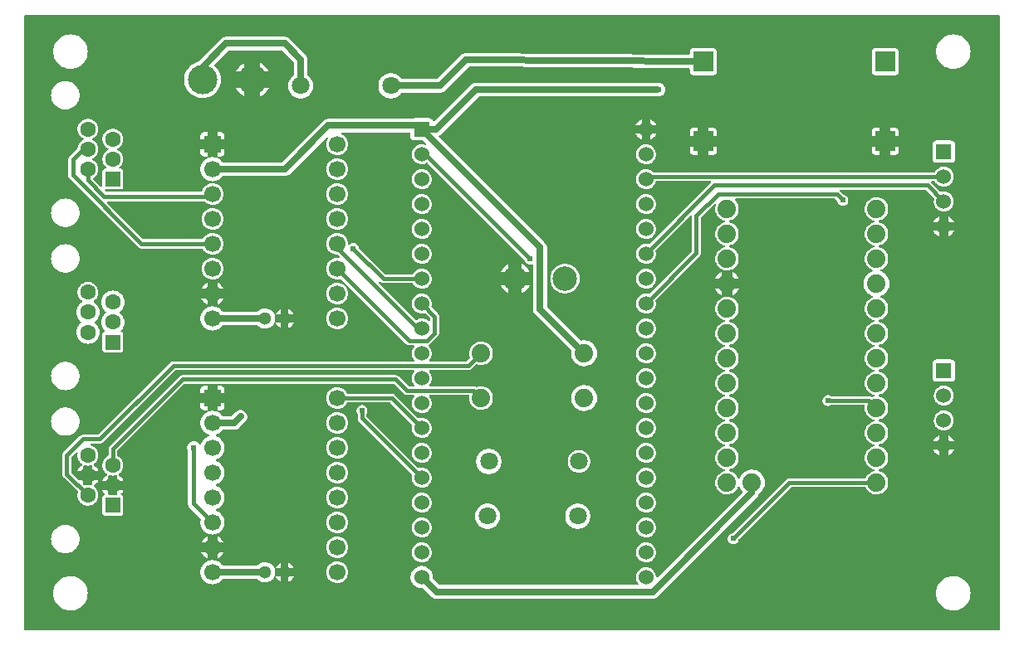
<source format=gtl>
G04 Layer: TopLayer*
G04 EasyEDA v6.4.21, 2021-08-26T11:40:12+07:00*
G04 98b3a99d5edf45cba19c310b5ac684a5,c12403d6b0f2427aab4c21fec57e8719,10*
G04 Gerber Generator version 0.2*
G04 Scale: 100 percent, Rotated: No, Reflected: No *
G04 Dimensions in millimeters *
G04 leading zeros omitted , absolute positions ,4 integer and 5 decimal *
%FSLAX45Y45*%
%MOMM*%

%ADD11C,0.4318*%
%ADD12C,0.6350*%
%ADD13C,0.3810*%
%ADD14C,0.6096*%
%ADD16C,2.5000*%
%ADD17C,1.8000*%
%ADD18R,1.7000X1.7000*%
%ADD19C,1.7000*%
%ADD20C,1.8796*%
%ADD22C,1.5240*%
%ADD23C,1.3000*%
%ADD24C,1.6000*%
%ADD25R,1.6000X1.6000*%
%ADD26C,3.0000*%

%LPD*%
G36*
X797814Y520954D02*
G01*
X793902Y521716D01*
X790651Y523951D01*
X788416Y527202D01*
X787654Y531114D01*
X787654Y6796786D01*
X788416Y6800697D01*
X790651Y6803948D01*
X793902Y6806184D01*
X797814Y6806946D01*
X10721086Y6806946D01*
X10724997Y6806184D01*
X10728248Y6803948D01*
X10730484Y6800697D01*
X10731246Y6796786D01*
X10731246Y531114D01*
X10730484Y527202D01*
X10728248Y523951D01*
X10724997Y521716D01*
X10721086Y520954D01*
G37*

%LPC*%
G36*
X1261821Y726135D02*
G01*
X1279855Y727506D01*
X1297635Y730758D01*
X1315008Y735787D01*
X1331772Y742645D01*
X1347724Y751128D01*
X1362710Y761238D01*
X1376629Y772820D01*
X1389227Y785774D01*
X1400454Y799947D01*
X1410157Y815187D01*
X1418234Y831342D01*
X1424635Y848309D01*
X1429207Y865784D01*
X1432001Y883615D01*
X1432915Y901700D01*
X1432001Y919734D01*
X1429207Y937615D01*
X1424635Y955090D01*
X1418234Y972058D01*
X1410157Y988212D01*
X1400454Y1003452D01*
X1389227Y1017625D01*
X1376629Y1030579D01*
X1362710Y1042162D01*
X1347724Y1052271D01*
X1331772Y1060754D01*
X1315008Y1067612D01*
X1297635Y1072642D01*
X1279855Y1075893D01*
X1261821Y1077264D01*
X1243736Y1076807D01*
X1225804Y1074470D01*
X1208227Y1070356D01*
X1191107Y1064412D01*
X1174750Y1056741D01*
X1159256Y1047445D01*
X1144778Y1036574D01*
X1131519Y1024280D01*
X1119581Y1010716D01*
X1109116Y995984D01*
X1100175Y980236D01*
X1092962Y963676D01*
X1087475Y946454D01*
X1083767Y928725D01*
X1081887Y910742D01*
X1081887Y892657D01*
X1083767Y874674D01*
X1087475Y856945D01*
X1092962Y839724D01*
X1100175Y823163D01*
X1109116Y807415D01*
X1119581Y792683D01*
X1131519Y779119D01*
X1144778Y766826D01*
X1159256Y755954D01*
X1174750Y746658D01*
X1191107Y738987D01*
X1208227Y733044D01*
X1225804Y728929D01*
X1243736Y726592D01*
G37*
G36*
X10261854Y726135D02*
G01*
X10279837Y727506D01*
X10297668Y730758D01*
X10314990Y735787D01*
X10331754Y742645D01*
X10347706Y751128D01*
X10362742Y761238D01*
X10376611Y772820D01*
X10389260Y785774D01*
X10400436Y799947D01*
X10410190Y815187D01*
X10418267Y831342D01*
X10424617Y848309D01*
X10429240Y865784D01*
X10432034Y883615D01*
X10432948Y901700D01*
X10432034Y919734D01*
X10429240Y937615D01*
X10424617Y955090D01*
X10418267Y972058D01*
X10410190Y988212D01*
X10400436Y1003452D01*
X10389260Y1017625D01*
X10376611Y1030579D01*
X10362742Y1042162D01*
X10347706Y1052271D01*
X10331754Y1060754D01*
X10314990Y1067612D01*
X10297668Y1072642D01*
X10279837Y1075893D01*
X10261854Y1077264D01*
X10243769Y1076807D01*
X10225836Y1074470D01*
X10208209Y1070356D01*
X10191140Y1064412D01*
X10174782Y1056741D01*
X10159238Y1047445D01*
X10144810Y1036574D01*
X10131501Y1024280D01*
X10119563Y1010716D01*
X10109098Y995984D01*
X10100208Y980236D01*
X10092944Y963676D01*
X10087457Y946454D01*
X10083749Y928725D01*
X10081920Y910742D01*
X10081920Y892657D01*
X10083749Y874674D01*
X10087457Y856945D01*
X10092944Y839724D01*
X10100208Y823163D01*
X10109098Y807415D01*
X10119563Y792683D01*
X10131501Y779119D01*
X10144810Y766826D01*
X10159238Y755954D01*
X10174782Y746658D01*
X10191140Y738987D01*
X10208209Y733044D01*
X10225836Y728929D01*
X10243769Y726592D01*
G37*
G36*
X4989728Y846074D02*
G01*
X7191857Y846074D01*
X7203236Y846988D01*
X7213904Y849528D01*
X7224064Y853744D01*
X7233462Y859485D01*
X7242098Y866902D01*
X8253475Y1878279D01*
X8260892Y1886915D01*
X8266633Y1896313D01*
X8270849Y1906473D01*
X8273084Y1915871D01*
X8274710Y1919427D01*
X8277555Y1922119D01*
X8281314Y1924507D01*
X8293506Y1934362D01*
X8304428Y1945639D01*
X8313928Y1958086D01*
X8321903Y1971598D01*
X8328253Y1985924D01*
X8332825Y2000910D01*
X8335568Y2016353D01*
X8336534Y2032000D01*
X8335568Y2047646D01*
X8332825Y2063089D01*
X8328253Y2078075D01*
X8321903Y2092401D01*
X8313928Y2105914D01*
X8304428Y2118360D01*
X8293506Y2129637D01*
X8281314Y2139492D01*
X8268106Y2147874D01*
X8253933Y2154631D01*
X8239099Y2159660D01*
X8223758Y2162860D01*
X8208111Y2164283D01*
X8192465Y2163775D01*
X8176971Y2161489D01*
X8161832Y2157323D01*
X8147303Y2151430D01*
X8133588Y2143861D01*
X8120837Y2134768D01*
X8109254Y2124151D01*
X8099044Y2112264D01*
X8090255Y2099310D01*
X8083092Y2085339D01*
X8079994Y2076957D01*
X8077911Y2073605D01*
X8074710Y2071268D01*
X8070850Y2070354D01*
X8066938Y2070963D01*
X8063585Y2073046D01*
X8061248Y2076246D01*
X8055559Y2088591D01*
X8047837Y2101088D01*
X8038592Y2112568D01*
X8028025Y2122830D01*
X8016290Y2131720D01*
X8003540Y2139086D01*
X7989976Y2144826D01*
X7975193Y2148992D01*
X7971332Y2151075D01*
X7968742Y2154529D01*
X7967827Y2159203D01*
X7968742Y2163470D01*
X7971332Y2166924D01*
X7975193Y2169007D01*
X7989976Y2173173D01*
X8003540Y2178913D01*
X8016290Y2186279D01*
X8028025Y2195169D01*
X8038592Y2205431D01*
X8047837Y2216912D01*
X8055559Y2229408D01*
X8061756Y2242769D01*
X8066227Y2256840D01*
X8068919Y2271318D01*
X8069834Y2286000D01*
X8068919Y2300681D01*
X8066227Y2315159D01*
X8061756Y2329230D01*
X8055559Y2342591D01*
X8047837Y2355088D01*
X8038592Y2366568D01*
X8028025Y2376830D01*
X8016290Y2385720D01*
X8003540Y2393086D01*
X7989976Y2398826D01*
X7975193Y2402992D01*
X7971332Y2405075D01*
X7968742Y2408529D01*
X7967827Y2413203D01*
X7968742Y2417470D01*
X7971332Y2420924D01*
X7975193Y2423007D01*
X7989976Y2427173D01*
X8003540Y2432913D01*
X8016290Y2440279D01*
X8028025Y2449169D01*
X8038592Y2459431D01*
X8047837Y2470912D01*
X8055559Y2483408D01*
X8061756Y2496769D01*
X8066227Y2510840D01*
X8068919Y2525318D01*
X8069834Y2540000D01*
X8068919Y2554681D01*
X8066227Y2569159D01*
X8061756Y2583230D01*
X8055559Y2596591D01*
X8047837Y2609088D01*
X8038592Y2620568D01*
X8028025Y2630830D01*
X8016290Y2639720D01*
X8003540Y2647086D01*
X7989976Y2652826D01*
X7975193Y2656992D01*
X7971332Y2659075D01*
X7968742Y2662529D01*
X7967827Y2667203D01*
X7968742Y2671470D01*
X7971332Y2674924D01*
X7975193Y2677007D01*
X7989976Y2681173D01*
X8003540Y2686913D01*
X8016290Y2694279D01*
X8028025Y2703169D01*
X8038592Y2713431D01*
X8047837Y2724912D01*
X8055559Y2737408D01*
X8061756Y2750769D01*
X8066227Y2764840D01*
X8068919Y2779318D01*
X8069834Y2794000D01*
X8068919Y2808681D01*
X8066227Y2823159D01*
X8061756Y2837230D01*
X8055559Y2850591D01*
X8047837Y2863088D01*
X8038592Y2874568D01*
X8028025Y2884830D01*
X8016290Y2893720D01*
X8003540Y2901086D01*
X7989976Y2906826D01*
X7975193Y2910992D01*
X7971332Y2913075D01*
X7968742Y2916529D01*
X7967827Y2921203D01*
X7968742Y2925470D01*
X7971332Y2928924D01*
X7975193Y2931007D01*
X7989976Y2935173D01*
X8003540Y2940913D01*
X8016290Y2948279D01*
X8028025Y2957169D01*
X8038592Y2967431D01*
X8047837Y2978912D01*
X8055559Y2991408D01*
X8061756Y3004769D01*
X8066227Y3018840D01*
X8068919Y3033318D01*
X8069834Y3048000D01*
X8068919Y3062681D01*
X8066227Y3077159D01*
X8061756Y3091230D01*
X8055559Y3104591D01*
X8047837Y3117088D01*
X8038592Y3128568D01*
X8028025Y3138830D01*
X8016290Y3147720D01*
X8003540Y3155086D01*
X7989976Y3160826D01*
X7975193Y3164992D01*
X7971332Y3167075D01*
X7968742Y3170529D01*
X7967827Y3175203D01*
X7968742Y3179470D01*
X7971332Y3182924D01*
X7975193Y3185007D01*
X7989976Y3189173D01*
X8003540Y3194913D01*
X8016290Y3202279D01*
X8028025Y3211169D01*
X8038592Y3221431D01*
X8047837Y3232912D01*
X8055559Y3245408D01*
X8061756Y3258769D01*
X8066227Y3272840D01*
X8068919Y3287318D01*
X8069834Y3302000D01*
X8068919Y3316681D01*
X8066227Y3331159D01*
X8061756Y3345230D01*
X8055559Y3358591D01*
X8047837Y3371087D01*
X8038592Y3382568D01*
X8028025Y3392830D01*
X8016290Y3401720D01*
X8003540Y3409086D01*
X7989976Y3414826D01*
X7975193Y3418992D01*
X7971332Y3421075D01*
X7968742Y3424529D01*
X7967827Y3429203D01*
X7968742Y3433470D01*
X7971332Y3436924D01*
X7975193Y3439007D01*
X7989976Y3443173D01*
X8003540Y3448913D01*
X8016290Y3456279D01*
X8028025Y3465169D01*
X8038592Y3475431D01*
X8047837Y3486912D01*
X8055559Y3499408D01*
X8061756Y3512769D01*
X8066227Y3526840D01*
X8068919Y3541318D01*
X8069834Y3556000D01*
X8068919Y3570681D01*
X8066227Y3585159D01*
X8061756Y3599230D01*
X8055559Y3612591D01*
X8047837Y3625087D01*
X8038592Y3636568D01*
X8028025Y3646830D01*
X8016290Y3655720D01*
X8003540Y3663086D01*
X7989976Y3668826D01*
X7975193Y3672992D01*
X7971332Y3675075D01*
X7968742Y3678529D01*
X7967827Y3683203D01*
X7968742Y3687470D01*
X7971332Y3690924D01*
X7975193Y3693007D01*
X7989976Y3697173D01*
X8003540Y3702913D01*
X8016290Y3710279D01*
X8028025Y3719169D01*
X8038592Y3729431D01*
X8047837Y3740912D01*
X8055559Y3753408D01*
X8061756Y3766769D01*
X8066227Y3780840D01*
X8068919Y3795318D01*
X8069834Y3810000D01*
X8068919Y3824681D01*
X8066227Y3839159D01*
X8061756Y3853230D01*
X8055559Y3866591D01*
X8047837Y3879087D01*
X8038592Y3890568D01*
X8028025Y3900830D01*
X8016290Y3909720D01*
X8003540Y3917086D01*
X7994599Y3920845D01*
X7992262Y3922471D01*
X7990586Y3922623D01*
X7975803Y3926840D01*
X7961223Y3929126D01*
X7946491Y3929583D01*
X7931861Y3928211D01*
X7917484Y3925062D01*
X7910372Y3922572D01*
X7907426Y3922115D01*
X7890408Y3913581D01*
X7878114Y3905453D01*
X7866938Y3895851D01*
X7857032Y3884980D01*
X7848498Y3872992D01*
X7841538Y3859987D01*
X7836204Y3846271D01*
X7832598Y3831996D01*
X7830820Y3817365D01*
X7830820Y3802634D01*
X7832598Y3788003D01*
X7836204Y3773728D01*
X7841538Y3760012D01*
X7848498Y3747008D01*
X7857032Y3735019D01*
X7866938Y3724148D01*
X7878114Y3714546D01*
X7890408Y3706418D01*
X7903565Y3699865D01*
X7917484Y3694937D01*
X7926730Y3692906D01*
X7930286Y3691382D01*
X7933029Y3688587D01*
X7934502Y3684930D01*
X7934502Y3681069D01*
X7933029Y3677412D01*
X7930286Y3674618D01*
X7926730Y3673094D01*
X7917484Y3671062D01*
X7903565Y3666134D01*
X7890408Y3659581D01*
X7878114Y3651453D01*
X7866938Y3641851D01*
X7857032Y3630980D01*
X7848498Y3618992D01*
X7841538Y3605987D01*
X7836204Y3592271D01*
X7832598Y3577996D01*
X7830820Y3563365D01*
X7830820Y3548634D01*
X7832598Y3534003D01*
X7836204Y3519728D01*
X7841538Y3506012D01*
X7848498Y3493008D01*
X7857032Y3481019D01*
X7866938Y3470148D01*
X7878114Y3460546D01*
X7890408Y3452418D01*
X7903565Y3445865D01*
X7917484Y3440937D01*
X7926730Y3438906D01*
X7930286Y3437382D01*
X7933029Y3434587D01*
X7934502Y3430930D01*
X7934502Y3427069D01*
X7933029Y3423412D01*
X7930286Y3420618D01*
X7926730Y3419094D01*
X7917484Y3417062D01*
X7903565Y3412134D01*
X7890408Y3405581D01*
X7878114Y3397453D01*
X7866938Y3387851D01*
X7857032Y3376980D01*
X7848498Y3364992D01*
X7841538Y3351987D01*
X7836204Y3338271D01*
X7832598Y3323996D01*
X7830820Y3309365D01*
X7830820Y3294634D01*
X7832598Y3280003D01*
X7836204Y3265728D01*
X7841538Y3252012D01*
X7848498Y3239008D01*
X7857032Y3227019D01*
X7866938Y3216148D01*
X7878114Y3206546D01*
X7890408Y3198418D01*
X7903565Y3191865D01*
X7917484Y3186938D01*
X7926730Y3184906D01*
X7930286Y3183382D01*
X7933029Y3180588D01*
X7934502Y3176930D01*
X7934502Y3173069D01*
X7933029Y3169412D01*
X7930286Y3166618D01*
X7926730Y3165094D01*
X7917484Y3163062D01*
X7903565Y3158134D01*
X7890408Y3151581D01*
X7878114Y3143453D01*
X7866938Y3133852D01*
X7857032Y3122980D01*
X7848498Y3110992D01*
X7841538Y3097987D01*
X7836204Y3084271D01*
X7832598Y3069996D01*
X7830820Y3055366D01*
X7830820Y3040634D01*
X7832598Y3026003D01*
X7836204Y3011728D01*
X7841538Y2998012D01*
X7848498Y2985008D01*
X7857032Y2973019D01*
X7866938Y2962148D01*
X7878114Y2952546D01*
X7890408Y2944418D01*
X7903565Y2937865D01*
X7917484Y2932938D01*
X7926730Y2930906D01*
X7930286Y2929382D01*
X7933029Y2926588D01*
X7934502Y2922930D01*
X7934502Y2919069D01*
X7933029Y2915412D01*
X7930286Y2912618D01*
X7926730Y2911094D01*
X7917484Y2909062D01*
X7903565Y2904134D01*
X7890408Y2897581D01*
X7878114Y2889453D01*
X7866938Y2879852D01*
X7857032Y2868980D01*
X7848498Y2856992D01*
X7841538Y2843987D01*
X7836204Y2830271D01*
X7832598Y2815996D01*
X7830820Y2801366D01*
X7830820Y2786634D01*
X7832598Y2772003D01*
X7836204Y2757728D01*
X7841538Y2744012D01*
X7848498Y2731008D01*
X7857032Y2719019D01*
X7866938Y2708148D01*
X7878114Y2698546D01*
X7890408Y2690418D01*
X7903565Y2683865D01*
X7917484Y2678938D01*
X7926730Y2676906D01*
X7930286Y2675382D01*
X7933029Y2672588D01*
X7934502Y2668930D01*
X7934502Y2665069D01*
X7933029Y2661412D01*
X7930286Y2658618D01*
X7926730Y2657094D01*
X7917484Y2655062D01*
X7903565Y2650134D01*
X7890408Y2643581D01*
X7878114Y2635453D01*
X7866938Y2625852D01*
X7857032Y2614980D01*
X7848498Y2602992D01*
X7841538Y2589987D01*
X7836204Y2576271D01*
X7832598Y2561996D01*
X7830820Y2547366D01*
X7830820Y2532634D01*
X7832598Y2518003D01*
X7836204Y2503728D01*
X7841538Y2490012D01*
X7848498Y2477008D01*
X7857032Y2465019D01*
X7866938Y2454148D01*
X7878114Y2444546D01*
X7890408Y2436418D01*
X7903565Y2429865D01*
X7917484Y2424938D01*
X7926730Y2422906D01*
X7930286Y2421382D01*
X7933029Y2418588D01*
X7934502Y2414930D01*
X7934502Y2411069D01*
X7933029Y2407412D01*
X7930286Y2404618D01*
X7926730Y2403094D01*
X7917484Y2401062D01*
X7903565Y2396134D01*
X7890408Y2389581D01*
X7878114Y2381453D01*
X7866938Y2371852D01*
X7857032Y2360980D01*
X7848498Y2348992D01*
X7841538Y2335987D01*
X7836204Y2322271D01*
X7832598Y2307996D01*
X7830820Y2293366D01*
X7830820Y2278634D01*
X7832598Y2264003D01*
X7836204Y2249728D01*
X7841538Y2236012D01*
X7848498Y2223008D01*
X7857032Y2211019D01*
X7866938Y2200148D01*
X7878114Y2190546D01*
X7890408Y2182418D01*
X7903565Y2175865D01*
X7917484Y2170938D01*
X7926730Y2168906D01*
X7930286Y2167382D01*
X7933029Y2164588D01*
X7934502Y2160930D01*
X7934502Y2157069D01*
X7933029Y2153412D01*
X7930286Y2150618D01*
X7926730Y2149094D01*
X7917484Y2147062D01*
X7903565Y2142134D01*
X7890408Y2135581D01*
X7878114Y2127453D01*
X7866938Y2117852D01*
X7857032Y2106980D01*
X7848498Y2094992D01*
X7841538Y2081987D01*
X7836204Y2068271D01*
X7832598Y2053996D01*
X7830820Y2039366D01*
X7830820Y2024634D01*
X7832598Y2010003D01*
X7836204Y1995728D01*
X7841538Y1982012D01*
X7848498Y1969007D01*
X7857032Y1957019D01*
X7866938Y1946148D01*
X7878114Y1936546D01*
X7890408Y1928418D01*
X7903565Y1921865D01*
X7917484Y1916938D01*
X7931861Y1913788D01*
X7946491Y1912416D01*
X7961223Y1912874D01*
X7975803Y1915160D01*
X7989976Y1919173D01*
X8003540Y1924913D01*
X8016290Y1932279D01*
X8028025Y1941169D01*
X8038592Y1951431D01*
X8047837Y1962912D01*
X8055559Y1975408D01*
X8061248Y1987753D01*
X8063585Y1990953D01*
X8066938Y1993036D01*
X8070850Y1993646D01*
X8074710Y1992731D01*
X8077911Y1990394D01*
X8079994Y1987042D01*
X8083092Y1978660D01*
X8090255Y1964689D01*
X8099044Y1951685D01*
X8106562Y1942947D01*
X8108492Y1939696D01*
X8109051Y1935937D01*
X8108188Y1932228D01*
X8106054Y1929130D01*
X7243419Y1066495D01*
X7240270Y1064310D01*
X7236459Y1063498D01*
X7232700Y1064158D01*
X7229398Y1066190D01*
X7227112Y1069289D01*
X7226096Y1072997D01*
X7225639Y1080363D01*
X7222896Y1093724D01*
X7218425Y1106576D01*
X7212330Y1118717D01*
X7204608Y1129893D01*
X7195515Y1140002D01*
X7185101Y1148791D01*
X7173620Y1156106D01*
X7161275Y1161846D01*
X7148322Y1165860D01*
X7134910Y1168095D01*
X7121296Y1168552D01*
X7107783Y1167231D01*
X7094524Y1164082D01*
X7081824Y1159154D01*
X7069886Y1152652D01*
X7058964Y1144574D01*
X7049160Y1135126D01*
X7040727Y1124407D01*
X7033818Y1112723D01*
X7028484Y1100226D01*
X7024928Y1087069D01*
X7023100Y1073607D01*
X7023100Y1059992D01*
X7024928Y1046530D01*
X7028484Y1033373D01*
X7033818Y1020876D01*
X7040727Y1009192D01*
X7045807Y1002741D01*
X7047788Y998677D01*
X7047738Y994156D01*
X7045756Y990092D01*
X7042251Y987298D01*
X7037831Y986282D01*
X5022545Y986282D01*
X5018684Y987044D01*
X5015382Y989279D01*
X4955590Y1049070D01*
X4953254Y1052677D01*
X4952593Y1056894D01*
X4953254Y1066800D01*
X4952339Y1081176D01*
X4949647Y1095298D01*
X4945176Y1108964D01*
X4939080Y1121968D01*
X4931359Y1134110D01*
X4922215Y1145184D01*
X4911699Y1155039D01*
X4900066Y1163523D01*
X4887468Y1170432D01*
X4874107Y1175715D01*
X4860137Y1179322D01*
X4845913Y1181100D01*
X4831486Y1181100D01*
X4817262Y1179322D01*
X4803292Y1175715D01*
X4789932Y1170432D01*
X4777333Y1163523D01*
X4765700Y1155039D01*
X4755184Y1145184D01*
X4746040Y1134110D01*
X4738319Y1121968D01*
X4732223Y1108964D01*
X4727752Y1095298D01*
X4725060Y1081176D01*
X4724146Y1066800D01*
X4725060Y1052423D01*
X4727752Y1038301D01*
X4732223Y1024636D01*
X4738319Y1011631D01*
X4746040Y999490D01*
X4755184Y988415D01*
X4765700Y978560D01*
X4777333Y970076D01*
X4789932Y963168D01*
X4803292Y957884D01*
X4817262Y954278D01*
X4831486Y952500D01*
X4845913Y952500D01*
X4851095Y952703D01*
X4853990Y951687D01*
X4856480Y949858D01*
X4939487Y866902D01*
X4948123Y859485D01*
X4957521Y853744D01*
X4967681Y849528D01*
X4978349Y846988D01*
G37*
G36*
X2708910Y994308D02*
G01*
X2723997Y995730D01*
X2738831Y998982D01*
X2753156Y1004011D01*
X2766771Y1010767D01*
X2779420Y1019200D01*
X2790952Y1029055D01*
X2801162Y1040282D01*
X2803245Y1043228D01*
X2805531Y1045514D01*
X2808376Y1046987D01*
X2811576Y1047496D01*
X3160166Y1047496D01*
X3163976Y1046734D01*
X3167227Y1044651D01*
X3173374Y1038707D01*
X3184499Y1030478D01*
X3196590Y1023874D01*
X3209493Y1018895D01*
X3222904Y1015695D01*
X3236671Y1014323D01*
X3250438Y1014780D01*
X3264052Y1017066D01*
X3277260Y1021181D01*
X3289757Y1026972D01*
X3301390Y1034389D01*
X3311956Y1043330D01*
X3321202Y1053541D01*
X3329025Y1064920D01*
X3331006Y1068832D01*
X3333699Y1072184D01*
X3337560Y1074115D01*
X3341878Y1074267D01*
X3345840Y1072591D01*
X3348786Y1069441D01*
X3354933Y1059129D01*
X3363468Y1048308D01*
X3373374Y1038707D01*
X3384499Y1030478D01*
X3396589Y1023874D01*
X3401263Y1022096D01*
X3401263Y1078738D01*
X3349853Y1078738D01*
X3345484Y1079754D01*
X3341979Y1082497D01*
X3339998Y1086459D01*
X3339896Y1090930D01*
X3342487Y1103833D01*
X3343452Y1117600D01*
X3342487Y1131366D01*
X3339896Y1144270D01*
X3339998Y1148740D01*
X3341979Y1152702D01*
X3345484Y1155446D01*
X3349853Y1156462D01*
X3401263Y1156462D01*
X3401263Y1213104D01*
X3396589Y1211326D01*
X3384499Y1204722D01*
X3373374Y1196492D01*
X3363468Y1186891D01*
X3354933Y1176070D01*
X3348786Y1165758D01*
X3345840Y1162608D01*
X3341878Y1160932D01*
X3337560Y1161084D01*
X3333699Y1163015D01*
X3331006Y1166368D01*
X3329025Y1170279D01*
X3321202Y1181658D01*
X3311956Y1191869D01*
X3301390Y1200810D01*
X3289757Y1208227D01*
X3277260Y1214018D01*
X3264052Y1218133D01*
X3250438Y1220419D01*
X3236671Y1220876D01*
X3222904Y1219504D01*
X3209493Y1216304D01*
X3196590Y1211326D01*
X3184499Y1204722D01*
X3173374Y1196492D01*
X3167227Y1190548D01*
X3163976Y1188466D01*
X3160166Y1187704D01*
X2811576Y1187704D01*
X2808376Y1188212D01*
X2805531Y1189685D01*
X2803245Y1191971D01*
X2801162Y1194917D01*
X2790952Y1206144D01*
X2779420Y1215999D01*
X2766771Y1224432D01*
X2753156Y1231188D01*
X2738831Y1236218D01*
X2723997Y1239469D01*
X2708910Y1240891D01*
X2693720Y1240383D01*
X2678734Y1238097D01*
X2664104Y1233932D01*
X2650134Y1227988D01*
X2636977Y1220419D01*
X2624836Y1211275D01*
X2613964Y1200708D01*
X2604414Y1188872D01*
X2596438Y1175969D01*
X2590088Y1162151D01*
X2585466Y1147673D01*
X2582722Y1132738D01*
X2581757Y1117600D01*
X2582722Y1102461D01*
X2585466Y1087526D01*
X2590088Y1073048D01*
X2596438Y1059230D01*
X2604414Y1046327D01*
X2613964Y1034491D01*
X2624836Y1023924D01*
X2636977Y1014780D01*
X2650134Y1007211D01*
X2664104Y1001268D01*
X2678734Y997102D01*
X2693720Y994816D01*
G37*
G36*
X3971340Y1007160D02*
G01*
X3985514Y1007618D01*
X3999534Y1009903D01*
X4013098Y1013917D01*
X4026052Y1019657D01*
X4038193Y1027023D01*
X4049268Y1035862D01*
X4059123Y1046022D01*
X4067606Y1057402D01*
X4074566Y1069746D01*
X4079900Y1082903D01*
X4083507Y1096619D01*
X4085285Y1110640D01*
X4085285Y1124864D01*
X4083507Y1138885D01*
X4079900Y1152601D01*
X4074566Y1165758D01*
X4067606Y1178102D01*
X4059123Y1189482D01*
X4049268Y1199642D01*
X4038193Y1208481D01*
X4026052Y1215847D01*
X4013098Y1221587D01*
X3999534Y1225600D01*
X3985514Y1227886D01*
X3971340Y1228344D01*
X3957218Y1226972D01*
X3943400Y1223822D01*
X3930091Y1218895D01*
X3917543Y1212342D01*
X3905910Y1204264D01*
X3895445Y1194714D01*
X3886250Y1183944D01*
X3878478Y1172057D01*
X3872331Y1159256D01*
X3867861Y1145794D01*
X3865168Y1131874D01*
X3864254Y1117752D01*
X3865168Y1103630D01*
X3867861Y1089710D01*
X3872331Y1076248D01*
X3878478Y1063447D01*
X3886250Y1051560D01*
X3895445Y1040790D01*
X3905910Y1031240D01*
X3917543Y1023162D01*
X3930091Y1016609D01*
X3943400Y1011682D01*
X3957218Y1008532D01*
G37*
G36*
X3478936Y1021943D02*
G01*
X3489756Y1026972D01*
X3501390Y1034389D01*
X3511956Y1043330D01*
X3521201Y1053541D01*
X3529025Y1064920D01*
X3535222Y1077264D01*
X3535730Y1078738D01*
X3478936Y1078738D01*
G37*
G36*
X3478936Y1156462D02*
G01*
X3535730Y1156462D01*
X3535222Y1157935D01*
X3529025Y1170279D01*
X3521201Y1181658D01*
X3511956Y1191869D01*
X3501390Y1200810D01*
X3489756Y1208227D01*
X3478936Y1213256D01*
G37*
G36*
X4835296Y1219047D02*
G01*
X4848910Y1219504D01*
X4862322Y1221740D01*
X4875276Y1225753D01*
X4887620Y1231493D01*
X4899101Y1238808D01*
X4909515Y1247597D01*
X4918608Y1257706D01*
X4926330Y1268882D01*
X4932426Y1281023D01*
X4936896Y1293876D01*
X4939639Y1307236D01*
X4940554Y1320800D01*
X4939639Y1334363D01*
X4936896Y1347724D01*
X4932426Y1360576D01*
X4926330Y1372717D01*
X4918608Y1383893D01*
X4909515Y1394002D01*
X4899101Y1402791D01*
X4887620Y1410106D01*
X4875276Y1415846D01*
X4862322Y1419860D01*
X4848910Y1422095D01*
X4835296Y1422552D01*
X4821783Y1421231D01*
X4808524Y1418082D01*
X4795824Y1413154D01*
X4783886Y1406652D01*
X4772964Y1398574D01*
X4763160Y1389126D01*
X4754727Y1378407D01*
X4747818Y1366723D01*
X4742484Y1354226D01*
X4738928Y1341069D01*
X4737100Y1327607D01*
X4737100Y1313992D01*
X4738928Y1300530D01*
X4742484Y1287373D01*
X4747818Y1274876D01*
X4754727Y1263192D01*
X4763160Y1252474D01*
X4772964Y1243025D01*
X4783886Y1234948D01*
X4795824Y1228445D01*
X4808524Y1223518D01*
X4821783Y1220368D01*
G37*
G36*
X7121296Y1219047D02*
G01*
X7134910Y1219504D01*
X7148322Y1221740D01*
X7161275Y1225753D01*
X7173620Y1231493D01*
X7185101Y1238808D01*
X7195515Y1247597D01*
X7204608Y1257706D01*
X7212330Y1268882D01*
X7218425Y1281023D01*
X7222896Y1293876D01*
X7225639Y1307236D01*
X7226553Y1320800D01*
X7225639Y1334363D01*
X7222896Y1347724D01*
X7218425Y1360576D01*
X7212330Y1372717D01*
X7204608Y1383893D01*
X7195515Y1394002D01*
X7185101Y1402791D01*
X7173620Y1410106D01*
X7161275Y1415846D01*
X7148322Y1419860D01*
X7134910Y1422095D01*
X7121296Y1422552D01*
X7107783Y1421231D01*
X7094524Y1418082D01*
X7081824Y1413154D01*
X7069886Y1406652D01*
X7058964Y1398574D01*
X7049160Y1389126D01*
X7040727Y1378407D01*
X7033818Y1366723D01*
X7028484Y1354226D01*
X7024928Y1341069D01*
X7023100Y1327607D01*
X7023100Y1313992D01*
X7024928Y1300530D01*
X7028484Y1287373D01*
X7033818Y1274876D01*
X7040727Y1263192D01*
X7049160Y1252474D01*
X7058964Y1243025D01*
X7069886Y1234948D01*
X7081824Y1228445D01*
X7094524Y1223518D01*
X7107783Y1220368D01*
G37*
G36*
X2753969Y1258417D02*
G01*
X2766771Y1264767D01*
X2779420Y1273200D01*
X2790952Y1283055D01*
X2801162Y1294282D01*
X2809951Y1306677D01*
X2817164Y1320038D01*
X2818180Y1322730D01*
X2753969Y1322730D01*
G37*
G36*
X2656230Y1258620D02*
G01*
X2656230Y1322730D01*
X2592070Y1322730D01*
X2596438Y1313230D01*
X2604414Y1300327D01*
X2613964Y1288491D01*
X2624836Y1277924D01*
X2636977Y1268780D01*
X2650134Y1261211D01*
G37*
G36*
X3971340Y1261160D02*
G01*
X3985514Y1261618D01*
X3999534Y1263904D01*
X4013098Y1267917D01*
X4026052Y1273657D01*
X4038193Y1281023D01*
X4049268Y1289862D01*
X4059123Y1300022D01*
X4067606Y1311402D01*
X4074566Y1323746D01*
X4079900Y1336903D01*
X4083507Y1350619D01*
X4085285Y1364640D01*
X4085285Y1378864D01*
X4083507Y1392885D01*
X4079900Y1406601D01*
X4074566Y1419758D01*
X4067606Y1432102D01*
X4059123Y1443482D01*
X4049268Y1453642D01*
X4038193Y1462481D01*
X4026052Y1469847D01*
X4013098Y1475587D01*
X3999534Y1479600D01*
X3985514Y1481886D01*
X3971340Y1482344D01*
X3957218Y1480972D01*
X3943400Y1477822D01*
X3930091Y1472895D01*
X3917543Y1466342D01*
X3905910Y1458264D01*
X3895445Y1448714D01*
X3886250Y1437944D01*
X3878478Y1426057D01*
X3872331Y1413256D01*
X3867861Y1399794D01*
X3865168Y1385874D01*
X3864254Y1371752D01*
X3865168Y1357630D01*
X3867861Y1343710D01*
X3872331Y1330248D01*
X3878478Y1317447D01*
X3886250Y1305560D01*
X3895445Y1294790D01*
X3905910Y1285240D01*
X3917543Y1277162D01*
X3930091Y1270609D01*
X3943400Y1265682D01*
X3957218Y1262532D01*
G37*
G36*
X1205128Y1310132D02*
G01*
X1221384Y1311046D01*
X1237488Y1313789D01*
X1253185Y1318310D01*
X1268272Y1324559D01*
X1282598Y1332484D01*
X1295908Y1341932D01*
X1308100Y1352804D01*
X1318971Y1364996D01*
X1328420Y1378305D01*
X1336294Y1392580D01*
X1342593Y1407668D01*
X1347114Y1423365D01*
X1349806Y1439468D01*
X1350721Y1455775D01*
X1349806Y1472082D01*
X1347114Y1488186D01*
X1342593Y1503883D01*
X1336294Y1518970D01*
X1328420Y1533245D01*
X1318971Y1546555D01*
X1308100Y1558747D01*
X1295908Y1569618D01*
X1282598Y1579067D01*
X1268272Y1586992D01*
X1253185Y1593240D01*
X1237488Y1597761D01*
X1221384Y1600504D01*
X1205128Y1601419D01*
X1188821Y1600504D01*
X1172718Y1597761D01*
X1157020Y1593240D01*
X1141933Y1586992D01*
X1127607Y1579067D01*
X1114298Y1569618D01*
X1102106Y1558747D01*
X1091234Y1546555D01*
X1081786Y1533245D01*
X1073912Y1518970D01*
X1067612Y1503883D01*
X1063091Y1488186D01*
X1060399Y1472082D01*
X1059484Y1455775D01*
X1060399Y1439468D01*
X1063091Y1423365D01*
X1067612Y1407668D01*
X1073912Y1392580D01*
X1081786Y1378305D01*
X1091234Y1364996D01*
X1102106Y1352804D01*
X1114298Y1341932D01*
X1127607Y1332484D01*
X1141933Y1324559D01*
X1157020Y1318310D01*
X1172718Y1313789D01*
X1188821Y1311046D01*
G37*
G36*
X8013700Y1404416D02*
G01*
X8023453Y1405280D01*
X8032902Y1407769D01*
X8041741Y1411935D01*
X8049768Y1417523D01*
X8056676Y1424432D01*
X8062264Y1432458D01*
X8066430Y1441297D01*
X8068868Y1450543D01*
X8069884Y1452981D01*
X8071510Y1455115D01*
X8600744Y1984298D01*
X8604046Y1986534D01*
X8607907Y1987296D01*
X9356598Y1987296D01*
X9360204Y1986635D01*
X9363303Y1984806D01*
X9365589Y1981962D01*
X9372498Y1969007D01*
X9381032Y1957019D01*
X9390938Y1946148D01*
X9402114Y1936546D01*
X9414408Y1928418D01*
X9427565Y1921865D01*
X9441484Y1916938D01*
X9455861Y1913788D01*
X9470491Y1912416D01*
X9485223Y1912874D01*
X9499803Y1915160D01*
X9513976Y1919173D01*
X9527540Y1924913D01*
X9540290Y1932279D01*
X9552025Y1941169D01*
X9562592Y1951431D01*
X9571837Y1962912D01*
X9579559Y1975408D01*
X9585756Y1988769D01*
X9590227Y2002840D01*
X9592919Y2017318D01*
X9593834Y2032000D01*
X9592919Y2046681D01*
X9590227Y2061159D01*
X9585756Y2075230D01*
X9579559Y2088591D01*
X9571837Y2101088D01*
X9562592Y2112568D01*
X9552025Y2122830D01*
X9540290Y2131720D01*
X9527540Y2139086D01*
X9513976Y2144826D01*
X9499193Y2148992D01*
X9495332Y2151075D01*
X9492742Y2154529D01*
X9491827Y2159203D01*
X9492742Y2163470D01*
X9495332Y2166924D01*
X9499193Y2169007D01*
X9513976Y2173173D01*
X9527540Y2178913D01*
X9540290Y2186279D01*
X9552025Y2195169D01*
X9562592Y2205431D01*
X9571837Y2216912D01*
X9579559Y2229408D01*
X9585756Y2242769D01*
X9590227Y2256840D01*
X9592919Y2271318D01*
X9593834Y2286000D01*
X9592919Y2300681D01*
X9590227Y2315159D01*
X9585756Y2329230D01*
X9579559Y2342591D01*
X9571837Y2355088D01*
X9562592Y2366568D01*
X9552025Y2376830D01*
X9540290Y2385720D01*
X9527540Y2393086D01*
X9513976Y2398826D01*
X9499193Y2402992D01*
X9495332Y2405075D01*
X9492742Y2408529D01*
X9491827Y2413203D01*
X9492742Y2417470D01*
X9495332Y2420924D01*
X9499193Y2423007D01*
X9513976Y2427173D01*
X9527540Y2432913D01*
X9540290Y2440279D01*
X9552025Y2449169D01*
X9562592Y2459431D01*
X9571837Y2470912D01*
X9579559Y2483408D01*
X9585756Y2496769D01*
X9590227Y2510840D01*
X9592919Y2525318D01*
X9593834Y2540000D01*
X9592919Y2554681D01*
X9590227Y2569159D01*
X9585756Y2583230D01*
X9579559Y2596591D01*
X9571837Y2609088D01*
X9562592Y2620568D01*
X9552025Y2630830D01*
X9540290Y2639720D01*
X9527540Y2647086D01*
X9513976Y2652826D01*
X9499193Y2656992D01*
X9495332Y2659075D01*
X9492742Y2662529D01*
X9491827Y2667203D01*
X9492742Y2671470D01*
X9495332Y2674924D01*
X9499193Y2677007D01*
X9513976Y2681173D01*
X9527540Y2686913D01*
X9540290Y2694279D01*
X9552025Y2703169D01*
X9562592Y2713431D01*
X9571837Y2724912D01*
X9579559Y2737408D01*
X9585756Y2750769D01*
X9590227Y2764840D01*
X9592919Y2779318D01*
X9593834Y2794000D01*
X9592919Y2808681D01*
X9590227Y2823159D01*
X9585756Y2837230D01*
X9579559Y2850591D01*
X9571837Y2863088D01*
X9562592Y2874568D01*
X9552025Y2884830D01*
X9540290Y2893720D01*
X9527540Y2901086D01*
X9513976Y2906826D01*
X9499193Y2910992D01*
X9495332Y2913075D01*
X9492742Y2916529D01*
X9491827Y2921203D01*
X9492742Y2925470D01*
X9495332Y2928924D01*
X9499193Y2931007D01*
X9513976Y2935173D01*
X9527540Y2940913D01*
X9540290Y2948279D01*
X9552025Y2957169D01*
X9562592Y2967431D01*
X9571837Y2978912D01*
X9579559Y2991408D01*
X9585756Y3004769D01*
X9590227Y3018840D01*
X9592919Y3033318D01*
X9593834Y3048000D01*
X9592919Y3062681D01*
X9590227Y3077159D01*
X9585756Y3091230D01*
X9579559Y3104591D01*
X9571837Y3117088D01*
X9562592Y3128568D01*
X9552025Y3138830D01*
X9540290Y3147720D01*
X9527540Y3155086D01*
X9513976Y3160826D01*
X9499193Y3164992D01*
X9495332Y3167075D01*
X9492742Y3170529D01*
X9491827Y3175203D01*
X9492742Y3179470D01*
X9495332Y3182924D01*
X9499193Y3185007D01*
X9513976Y3189173D01*
X9527540Y3194913D01*
X9540290Y3202279D01*
X9552025Y3211169D01*
X9562592Y3221431D01*
X9571837Y3232912D01*
X9579559Y3245408D01*
X9585756Y3258769D01*
X9590227Y3272840D01*
X9592919Y3287318D01*
X9593834Y3302000D01*
X9592919Y3316681D01*
X9590227Y3331159D01*
X9585756Y3345230D01*
X9579559Y3358591D01*
X9571837Y3371087D01*
X9562592Y3382568D01*
X9552025Y3392830D01*
X9540290Y3401720D01*
X9527540Y3409086D01*
X9513976Y3414826D01*
X9499193Y3418992D01*
X9495332Y3421075D01*
X9492742Y3424529D01*
X9491827Y3429203D01*
X9492742Y3433470D01*
X9495332Y3436924D01*
X9499193Y3439007D01*
X9513976Y3443173D01*
X9527540Y3448913D01*
X9540290Y3456279D01*
X9552025Y3465169D01*
X9562592Y3475431D01*
X9571837Y3486912D01*
X9579559Y3499408D01*
X9585756Y3512769D01*
X9590227Y3526840D01*
X9592919Y3541318D01*
X9593834Y3556000D01*
X9592919Y3570681D01*
X9590227Y3585159D01*
X9585756Y3599230D01*
X9579559Y3612591D01*
X9571837Y3625087D01*
X9562592Y3636568D01*
X9552025Y3646830D01*
X9540290Y3655720D01*
X9527540Y3663086D01*
X9513976Y3668826D01*
X9499193Y3672992D01*
X9495332Y3675075D01*
X9492742Y3678529D01*
X9491827Y3683203D01*
X9492742Y3687470D01*
X9495332Y3690924D01*
X9499193Y3693007D01*
X9513976Y3697173D01*
X9527540Y3702913D01*
X9540290Y3710279D01*
X9552025Y3719169D01*
X9562592Y3729431D01*
X9571837Y3740912D01*
X9579559Y3753408D01*
X9585756Y3766769D01*
X9590227Y3780840D01*
X9592919Y3795318D01*
X9593834Y3810000D01*
X9592919Y3824681D01*
X9590227Y3839159D01*
X9585756Y3853230D01*
X9579559Y3866591D01*
X9571837Y3879087D01*
X9562592Y3890568D01*
X9552025Y3900830D01*
X9540290Y3909720D01*
X9527540Y3917086D01*
X9518599Y3920845D01*
X9515246Y3923131D01*
X9513062Y3926586D01*
X9512401Y3930599D01*
X9513366Y3934510D01*
X9515805Y3937762D01*
X9519310Y3939844D01*
X9523933Y3941368D01*
X9538106Y3948125D01*
X9551314Y3956507D01*
X9563506Y3966362D01*
X9574428Y3977640D01*
X9583928Y3990086D01*
X9591903Y4003598D01*
X9598253Y4017924D01*
X9602825Y4032910D01*
X9605568Y4048353D01*
X9606534Y4064000D01*
X9605568Y4079646D01*
X9602825Y4095089D01*
X9598253Y4110075D01*
X9591903Y4124401D01*
X9583928Y4137914D01*
X9574428Y4150360D01*
X9563506Y4161637D01*
X9551314Y4171492D01*
X9538106Y4179874D01*
X9523933Y4186631D01*
X9519310Y4188155D01*
X9515805Y4190237D01*
X9513366Y4193489D01*
X9512401Y4197400D01*
X9513062Y4201414D01*
X9515246Y4204868D01*
X9518599Y4207154D01*
X9527540Y4210913D01*
X9540290Y4218279D01*
X9552025Y4227169D01*
X9562592Y4237431D01*
X9571837Y4248912D01*
X9579559Y4261408D01*
X9585756Y4274769D01*
X9590227Y4288840D01*
X9592919Y4303318D01*
X9593834Y4318000D01*
X9592919Y4332681D01*
X9590227Y4347159D01*
X9585756Y4361230D01*
X9579559Y4374591D01*
X9571837Y4387088D01*
X9562592Y4398568D01*
X9552025Y4408830D01*
X9540290Y4417720D01*
X9527540Y4425086D01*
X9513976Y4430826D01*
X9499193Y4434992D01*
X9495332Y4437075D01*
X9492742Y4440529D01*
X9491827Y4445203D01*
X9492742Y4449470D01*
X9495332Y4452924D01*
X9499193Y4455007D01*
X9513976Y4459173D01*
X9527540Y4464913D01*
X9540290Y4472279D01*
X9552025Y4481169D01*
X9562592Y4491431D01*
X9571837Y4502912D01*
X9579559Y4515408D01*
X9585756Y4528769D01*
X9590227Y4542840D01*
X9592919Y4557318D01*
X9593834Y4572000D01*
X9592919Y4586681D01*
X9590227Y4601159D01*
X9585756Y4615230D01*
X9579559Y4628591D01*
X9571837Y4641088D01*
X9562592Y4652568D01*
X9552025Y4662830D01*
X9540290Y4671720D01*
X9527540Y4679086D01*
X9513976Y4684826D01*
X9499193Y4688992D01*
X9495332Y4691075D01*
X9492742Y4694529D01*
X9491827Y4699203D01*
X9492742Y4703470D01*
X9495332Y4706924D01*
X9499193Y4709007D01*
X9513976Y4713173D01*
X9527540Y4718913D01*
X9540290Y4726279D01*
X9552025Y4735169D01*
X9562592Y4745431D01*
X9571837Y4756912D01*
X9579559Y4769408D01*
X9585756Y4782769D01*
X9590227Y4796840D01*
X9592919Y4811318D01*
X9593834Y4826000D01*
X9592919Y4840681D01*
X9590227Y4855159D01*
X9585756Y4869230D01*
X9579559Y4882591D01*
X9571837Y4895088D01*
X9562592Y4906568D01*
X9552025Y4916830D01*
X9540290Y4925720D01*
X9527540Y4933086D01*
X9513976Y4938826D01*
X9499803Y4942840D01*
X9485223Y4945126D01*
X9470491Y4945583D01*
X9455861Y4944211D01*
X9441484Y4941062D01*
X9427565Y4936134D01*
X9414408Y4929581D01*
X9402114Y4921453D01*
X9390938Y4911852D01*
X9381032Y4900980D01*
X9372498Y4888992D01*
X9365538Y4875987D01*
X9360204Y4862271D01*
X9356598Y4847996D01*
X9354820Y4833366D01*
X9354820Y4818634D01*
X9356598Y4804003D01*
X9360204Y4789728D01*
X9365538Y4776012D01*
X9372498Y4763008D01*
X9381032Y4751019D01*
X9390938Y4740148D01*
X9402114Y4730546D01*
X9414408Y4722418D01*
X9427565Y4715865D01*
X9441484Y4710938D01*
X9450730Y4708906D01*
X9454286Y4707382D01*
X9457029Y4704588D01*
X9458502Y4700930D01*
X9458502Y4697069D01*
X9457029Y4693412D01*
X9454286Y4690618D01*
X9450730Y4689094D01*
X9441484Y4687062D01*
X9427565Y4682134D01*
X9414408Y4675581D01*
X9402114Y4667453D01*
X9390938Y4657852D01*
X9381032Y4646980D01*
X9372498Y4634992D01*
X9365538Y4621987D01*
X9360204Y4608271D01*
X9356598Y4593996D01*
X9354820Y4579366D01*
X9354820Y4564634D01*
X9356598Y4550003D01*
X9360204Y4535728D01*
X9365538Y4522012D01*
X9372498Y4509008D01*
X9381032Y4497019D01*
X9390938Y4486148D01*
X9402114Y4476546D01*
X9414408Y4468418D01*
X9427565Y4461865D01*
X9441484Y4456938D01*
X9450730Y4454906D01*
X9454286Y4453382D01*
X9457029Y4450588D01*
X9458502Y4446930D01*
X9458502Y4443069D01*
X9457029Y4439412D01*
X9454286Y4436618D01*
X9450730Y4435094D01*
X9441484Y4433062D01*
X9427565Y4428134D01*
X9414408Y4421581D01*
X9402114Y4413453D01*
X9390938Y4403852D01*
X9381032Y4392980D01*
X9372498Y4380992D01*
X9365538Y4367987D01*
X9360204Y4354271D01*
X9356598Y4339996D01*
X9354820Y4325366D01*
X9354820Y4310634D01*
X9356598Y4296003D01*
X9360204Y4281728D01*
X9365538Y4268012D01*
X9372498Y4255008D01*
X9381032Y4243019D01*
X9390938Y4232148D01*
X9402114Y4222546D01*
X9414408Y4214418D01*
X9432442Y4205274D01*
X9434830Y4201972D01*
X9435744Y4198010D01*
X9435033Y4193997D01*
X9432798Y4190593D01*
X9429394Y4188358D01*
X9417304Y4183430D01*
X9403588Y4175861D01*
X9390837Y4166768D01*
X9379254Y4156151D01*
X9369044Y4144264D01*
X9360255Y4131310D01*
X9353092Y4117340D01*
X9347657Y4102658D01*
X9343948Y4087418D01*
X9342120Y4071823D01*
X9342120Y4056176D01*
X9343948Y4040581D01*
X9347657Y4025341D01*
X9353092Y4010660D01*
X9360255Y3996690D01*
X9369044Y3983685D01*
X9379254Y3971848D01*
X9390837Y3961231D01*
X9403588Y3952138D01*
X9417304Y3944569D01*
X9429394Y3939641D01*
X9432798Y3937406D01*
X9435033Y3934002D01*
X9435744Y3929989D01*
X9434830Y3926027D01*
X9432442Y3922725D01*
X9414408Y3913581D01*
X9402114Y3905453D01*
X9390938Y3895851D01*
X9381032Y3884980D01*
X9372498Y3872992D01*
X9365538Y3859987D01*
X9360204Y3846271D01*
X9356598Y3831996D01*
X9354820Y3817365D01*
X9354820Y3802634D01*
X9356598Y3788003D01*
X9360204Y3773728D01*
X9365538Y3760012D01*
X9372498Y3747008D01*
X9381032Y3735019D01*
X9390938Y3724148D01*
X9402114Y3714546D01*
X9414408Y3706418D01*
X9427565Y3699865D01*
X9441484Y3694937D01*
X9450730Y3692906D01*
X9454286Y3691382D01*
X9457029Y3688587D01*
X9458502Y3684930D01*
X9458502Y3681069D01*
X9457029Y3677412D01*
X9454286Y3674618D01*
X9450730Y3673094D01*
X9441484Y3671062D01*
X9427565Y3666134D01*
X9414408Y3659581D01*
X9402114Y3651453D01*
X9390938Y3641851D01*
X9381032Y3630980D01*
X9372498Y3618992D01*
X9365538Y3605987D01*
X9360204Y3592271D01*
X9356598Y3577996D01*
X9354820Y3563365D01*
X9354820Y3548634D01*
X9356598Y3534003D01*
X9360204Y3519728D01*
X9365538Y3506012D01*
X9372498Y3493008D01*
X9381032Y3481019D01*
X9390938Y3470148D01*
X9402114Y3460546D01*
X9414408Y3452418D01*
X9427565Y3445865D01*
X9441484Y3440937D01*
X9450730Y3438906D01*
X9454286Y3437382D01*
X9457029Y3434587D01*
X9458502Y3430930D01*
X9458502Y3427069D01*
X9457029Y3423412D01*
X9454286Y3420618D01*
X9450730Y3419094D01*
X9441484Y3417062D01*
X9427565Y3412134D01*
X9414408Y3405581D01*
X9402114Y3397453D01*
X9390938Y3387851D01*
X9381032Y3376980D01*
X9372498Y3364992D01*
X9365538Y3351987D01*
X9360204Y3338271D01*
X9356598Y3323996D01*
X9354820Y3309365D01*
X9354820Y3294634D01*
X9356598Y3280003D01*
X9360204Y3265728D01*
X9365538Y3252012D01*
X9372498Y3239008D01*
X9381032Y3227019D01*
X9390938Y3216148D01*
X9402114Y3206546D01*
X9414408Y3198418D01*
X9427565Y3191865D01*
X9441484Y3186938D01*
X9450730Y3184906D01*
X9454286Y3183382D01*
X9457029Y3180588D01*
X9458502Y3176930D01*
X9458502Y3173069D01*
X9457029Y3169412D01*
X9454286Y3166618D01*
X9450730Y3165094D01*
X9441484Y3163062D01*
X9427565Y3158134D01*
X9414408Y3151581D01*
X9402114Y3143453D01*
X9390938Y3133852D01*
X9381032Y3122980D01*
X9372498Y3110992D01*
X9365538Y3097987D01*
X9360204Y3084271D01*
X9356598Y3069996D01*
X9354820Y3055366D01*
X9354820Y3040634D01*
X9356598Y3026003D01*
X9360204Y3011728D01*
X9365538Y2998012D01*
X9372498Y2985008D01*
X9381032Y2973019D01*
X9390938Y2962148D01*
X9402114Y2952546D01*
X9414408Y2944418D01*
X9427565Y2937865D01*
X9441484Y2932938D01*
X9450730Y2930906D01*
X9454286Y2929382D01*
X9457029Y2926588D01*
X9458502Y2922930D01*
X9458502Y2919069D01*
X9457029Y2915412D01*
X9454286Y2912618D01*
X9450730Y2911094D01*
X9441484Y2909062D01*
X9432391Y2905861D01*
X9429343Y2905302D01*
X9426295Y2905658D01*
X9414154Y2911856D01*
X9406229Y2914091D01*
X9397542Y2914904D01*
X9015679Y2914904D01*
X9012631Y2915361D01*
X9009837Y2916732D01*
X9006941Y2918764D01*
X8998102Y2922930D01*
X8988653Y2925419D01*
X8978900Y2926283D01*
X8969146Y2925419D01*
X8959697Y2922930D01*
X8950858Y2918764D01*
X8942832Y2913176D01*
X8935923Y2906268D01*
X8930335Y2898241D01*
X8926169Y2889402D01*
X8923680Y2879953D01*
X8922816Y2870200D01*
X8923680Y2860446D01*
X8926169Y2850997D01*
X8930335Y2842158D01*
X8935923Y2834132D01*
X8942832Y2827223D01*
X8950858Y2821635D01*
X8959697Y2817469D01*
X8969146Y2814980D01*
X8978900Y2814116D01*
X8988653Y2814980D01*
X8998102Y2817469D01*
X9006941Y2821635D01*
X9009837Y2823667D01*
X9012631Y2825038D01*
X9015679Y2825496D01*
X9346285Y2825496D01*
X9350502Y2824581D01*
X9353905Y2822041D01*
X9355988Y2818333D01*
X9356394Y2814066D01*
X9354820Y2801366D01*
X9354820Y2786634D01*
X9356598Y2772003D01*
X9360204Y2757728D01*
X9365538Y2744012D01*
X9372498Y2731008D01*
X9381032Y2719019D01*
X9390938Y2708148D01*
X9402114Y2698546D01*
X9414408Y2690418D01*
X9427565Y2683865D01*
X9441484Y2678938D01*
X9450730Y2676906D01*
X9454286Y2675382D01*
X9457029Y2672588D01*
X9458502Y2668930D01*
X9458502Y2665069D01*
X9457029Y2661412D01*
X9454286Y2658618D01*
X9450730Y2657094D01*
X9441484Y2655062D01*
X9427565Y2650134D01*
X9414408Y2643581D01*
X9402114Y2635453D01*
X9390938Y2625852D01*
X9381032Y2614980D01*
X9372498Y2602992D01*
X9365538Y2589987D01*
X9360204Y2576271D01*
X9356598Y2561996D01*
X9354820Y2547366D01*
X9354820Y2532634D01*
X9356598Y2518003D01*
X9360204Y2503728D01*
X9365538Y2490012D01*
X9372498Y2477008D01*
X9381032Y2465019D01*
X9390938Y2454148D01*
X9402114Y2444546D01*
X9414408Y2436418D01*
X9427565Y2429865D01*
X9441484Y2424938D01*
X9450730Y2422906D01*
X9454286Y2421382D01*
X9457029Y2418588D01*
X9458502Y2414930D01*
X9458502Y2411069D01*
X9457029Y2407412D01*
X9454286Y2404618D01*
X9450730Y2403094D01*
X9441484Y2401062D01*
X9427565Y2396134D01*
X9414408Y2389581D01*
X9402114Y2381453D01*
X9390938Y2371852D01*
X9381032Y2360980D01*
X9372498Y2348992D01*
X9365538Y2335987D01*
X9360204Y2322271D01*
X9356598Y2307996D01*
X9354820Y2293366D01*
X9354820Y2278634D01*
X9356598Y2264003D01*
X9360204Y2249728D01*
X9365538Y2236012D01*
X9372498Y2223008D01*
X9381032Y2211019D01*
X9390938Y2200148D01*
X9402114Y2190546D01*
X9414408Y2182418D01*
X9427565Y2175865D01*
X9441484Y2170938D01*
X9450730Y2168906D01*
X9454286Y2167382D01*
X9457029Y2164588D01*
X9458502Y2160930D01*
X9458502Y2157069D01*
X9457029Y2153412D01*
X9454286Y2150618D01*
X9450730Y2149094D01*
X9441484Y2147062D01*
X9427565Y2142134D01*
X9414408Y2135581D01*
X9402114Y2127453D01*
X9390938Y2117852D01*
X9381032Y2106980D01*
X9372498Y2094992D01*
X9365589Y2082038D01*
X9363303Y2079193D01*
X9360204Y2077364D01*
X9356598Y2076704D01*
X8583472Y2076653D01*
X8574989Y2075484D01*
X8567166Y2072843D01*
X8559952Y2068830D01*
X8553246Y2063292D01*
X8008315Y1518310D01*
X8006181Y1516684D01*
X8003743Y1515668D01*
X7994497Y1513230D01*
X7985658Y1509064D01*
X7977631Y1503476D01*
X7970723Y1496568D01*
X7965135Y1488541D01*
X7960969Y1479702D01*
X7958480Y1470253D01*
X7957616Y1460500D01*
X7958480Y1450746D01*
X7960969Y1441297D01*
X7965135Y1432458D01*
X7970723Y1424432D01*
X7977631Y1417523D01*
X7985658Y1411935D01*
X7994497Y1407769D01*
X8003946Y1405280D01*
G37*
G36*
X2592070Y1420469D02*
G01*
X2656230Y1420469D01*
X2656230Y1484579D01*
X2650134Y1481988D01*
X2636977Y1474419D01*
X2624836Y1465275D01*
X2613964Y1454708D01*
X2604414Y1442872D01*
X2596438Y1429969D01*
G37*
G36*
X2753969Y1420469D02*
G01*
X2818180Y1420469D01*
X2817164Y1423162D01*
X2809951Y1436522D01*
X2801162Y1448917D01*
X2790952Y1460144D01*
X2779420Y1469999D01*
X2766771Y1478432D01*
X2753969Y1484782D01*
G37*
G36*
X7121296Y1473047D02*
G01*
X7134910Y1473504D01*
X7148322Y1475740D01*
X7161275Y1479753D01*
X7173620Y1485493D01*
X7185101Y1492808D01*
X7195515Y1501597D01*
X7204608Y1511706D01*
X7212330Y1522882D01*
X7218425Y1535023D01*
X7222896Y1547876D01*
X7225639Y1561236D01*
X7226553Y1574800D01*
X7225639Y1588363D01*
X7222896Y1601724D01*
X7218425Y1614576D01*
X7212330Y1626717D01*
X7204608Y1637893D01*
X7195515Y1648002D01*
X7185101Y1656791D01*
X7173620Y1664106D01*
X7161275Y1669846D01*
X7148322Y1673860D01*
X7134910Y1676095D01*
X7121296Y1676552D01*
X7107783Y1675231D01*
X7094524Y1672082D01*
X7081824Y1667154D01*
X7069886Y1660652D01*
X7058964Y1652574D01*
X7049160Y1643125D01*
X7040727Y1632407D01*
X7033818Y1620723D01*
X7028484Y1608226D01*
X7024928Y1595069D01*
X7023100Y1581607D01*
X7023100Y1567992D01*
X7024928Y1554530D01*
X7028484Y1541373D01*
X7033818Y1528876D01*
X7040727Y1517192D01*
X7049160Y1506474D01*
X7058964Y1497025D01*
X7069886Y1488948D01*
X7081824Y1482445D01*
X7094524Y1477518D01*
X7107783Y1474368D01*
G37*
G36*
X4835296Y1473047D02*
G01*
X4848910Y1473504D01*
X4862322Y1475740D01*
X4875276Y1479753D01*
X4887620Y1485493D01*
X4899101Y1492808D01*
X4909515Y1501597D01*
X4918608Y1511706D01*
X4926330Y1522882D01*
X4932426Y1535023D01*
X4936896Y1547876D01*
X4939639Y1561236D01*
X4940554Y1574800D01*
X4939639Y1588363D01*
X4936896Y1601724D01*
X4932426Y1614576D01*
X4926330Y1626717D01*
X4918608Y1637893D01*
X4909515Y1648002D01*
X4899101Y1656791D01*
X4887620Y1664106D01*
X4875276Y1669846D01*
X4862322Y1673860D01*
X4848910Y1676095D01*
X4835296Y1676552D01*
X4821783Y1675231D01*
X4808524Y1672082D01*
X4795824Y1667154D01*
X4783886Y1660652D01*
X4772964Y1652574D01*
X4763160Y1643125D01*
X4754727Y1632407D01*
X4747818Y1620723D01*
X4742484Y1608226D01*
X4738928Y1595069D01*
X4737100Y1581607D01*
X4737100Y1567992D01*
X4738928Y1554530D01*
X4742484Y1541373D01*
X4747818Y1528876D01*
X4754727Y1517192D01*
X4763160Y1506474D01*
X4772964Y1497025D01*
X4783886Y1488948D01*
X4795824Y1482445D01*
X4808524Y1477518D01*
X4821783Y1474368D01*
G37*
G36*
X2708910Y1502308D02*
G01*
X2723997Y1503730D01*
X2738831Y1506982D01*
X2753156Y1512011D01*
X2766771Y1518767D01*
X2779420Y1527200D01*
X2790952Y1537055D01*
X2801162Y1548282D01*
X2809951Y1560677D01*
X2817164Y1574038D01*
X2822651Y1588211D01*
X2826359Y1602943D01*
X2828188Y1618030D01*
X2828188Y1633169D01*
X2826359Y1648256D01*
X2822651Y1662988D01*
X2817164Y1677162D01*
X2809951Y1690522D01*
X2801162Y1702917D01*
X2790952Y1714144D01*
X2779420Y1723999D01*
X2766771Y1732432D01*
X2753156Y1739188D01*
X2742285Y1742998D01*
X2738729Y1745183D01*
X2736342Y1748536D01*
X2735478Y1752600D01*
X2736342Y1756664D01*
X2738729Y1760016D01*
X2742285Y1762201D01*
X2753156Y1766011D01*
X2766771Y1772767D01*
X2779420Y1781200D01*
X2790952Y1791055D01*
X2801162Y1802282D01*
X2809951Y1814677D01*
X2817164Y1828038D01*
X2822651Y1842211D01*
X2826359Y1856943D01*
X2828188Y1872030D01*
X2828188Y1887169D01*
X2826359Y1902256D01*
X2822651Y1916988D01*
X2817164Y1931162D01*
X2809951Y1944522D01*
X2801162Y1956917D01*
X2790952Y1968144D01*
X2779420Y1977999D01*
X2766771Y1986432D01*
X2753156Y1993188D01*
X2742285Y1996998D01*
X2738729Y1999183D01*
X2736342Y2002536D01*
X2735478Y2006600D01*
X2736342Y2010664D01*
X2738729Y2014016D01*
X2742285Y2016201D01*
X2753156Y2020011D01*
X2766771Y2026767D01*
X2779420Y2035200D01*
X2790952Y2045055D01*
X2801162Y2056282D01*
X2809951Y2068677D01*
X2817164Y2082038D01*
X2822651Y2096211D01*
X2826359Y2110943D01*
X2828188Y2126030D01*
X2828188Y2141169D01*
X2826359Y2156256D01*
X2822651Y2170988D01*
X2817164Y2185162D01*
X2809951Y2198522D01*
X2801162Y2210917D01*
X2790952Y2222144D01*
X2779420Y2231999D01*
X2766771Y2240432D01*
X2753156Y2247188D01*
X2742285Y2250998D01*
X2738729Y2253183D01*
X2736342Y2256536D01*
X2735478Y2260600D01*
X2736342Y2264664D01*
X2738729Y2268016D01*
X2742285Y2270201D01*
X2753156Y2274011D01*
X2766771Y2280767D01*
X2779420Y2289200D01*
X2790952Y2299055D01*
X2801162Y2310282D01*
X2809951Y2322677D01*
X2817164Y2336038D01*
X2822651Y2350211D01*
X2826359Y2364943D01*
X2828188Y2380030D01*
X2828188Y2395169D01*
X2826359Y2410256D01*
X2822651Y2424988D01*
X2817164Y2439162D01*
X2809951Y2452522D01*
X2801162Y2464917D01*
X2790952Y2476144D01*
X2779420Y2485999D01*
X2766771Y2494432D01*
X2753156Y2501188D01*
X2742285Y2504998D01*
X2738729Y2507183D01*
X2736342Y2510536D01*
X2735478Y2514600D01*
X2736342Y2518664D01*
X2738729Y2522016D01*
X2742285Y2524201D01*
X2753156Y2528011D01*
X2766771Y2534767D01*
X2779420Y2543200D01*
X2790952Y2553055D01*
X2801162Y2564282D01*
X2803245Y2567228D01*
X2805531Y2569514D01*
X2808376Y2570988D01*
X2811576Y2571496D01*
X2926181Y2571496D01*
X2937408Y2572359D01*
X2948127Y2574899D01*
X2958287Y2579116D01*
X2967685Y2584805D01*
X2976321Y2592222D01*
X3039516Y2655163D01*
X3046933Y2663799D01*
X3052724Y2673146D01*
X3056940Y2683306D01*
X3059531Y2693974D01*
X3060395Y2704947D01*
X3059582Y2715920D01*
X3057042Y2726639D01*
X3052826Y2736799D01*
X3047136Y2746197D01*
X3039973Y2754528D01*
X3031642Y2761691D01*
X3022295Y2767482D01*
X3012135Y2771698D01*
X3001467Y2774289D01*
X2990494Y2775153D01*
X2979521Y2774340D01*
X2968802Y2771800D01*
X2958642Y2767584D01*
X2949244Y2761894D01*
X2940608Y2754477D01*
X2900629Y2714650D01*
X2897327Y2712466D01*
X2893415Y2711704D01*
X2811576Y2711704D01*
X2808376Y2712212D01*
X2805531Y2713685D01*
X2803245Y2715971D01*
X2801162Y2718917D01*
X2790952Y2730144D01*
X2779420Y2739999D01*
X2766771Y2748432D01*
X2757576Y2753004D01*
X2754071Y2755849D01*
X2752191Y2759913D01*
X2752191Y2763875D01*
X2751124Y2762250D01*
X2747975Y2760014D01*
X2744216Y2759100D01*
X2723997Y2763469D01*
X2708910Y2764891D01*
X2693720Y2764383D01*
X2678734Y2762097D01*
X2669184Y2759354D01*
X2665476Y2759049D01*
X2661869Y2760065D01*
X2658922Y2762300D01*
X2657551Y2764434D01*
X2658059Y2762148D01*
X2657297Y2758236D01*
X2655112Y2754934D01*
X2651861Y2752750D01*
X2650134Y2751988D01*
X2636977Y2744419D01*
X2624836Y2735275D01*
X2613964Y2724708D01*
X2604414Y2712872D01*
X2596438Y2699969D01*
X2590088Y2686151D01*
X2585466Y2671673D01*
X2582722Y2656738D01*
X2581757Y2641600D01*
X2582722Y2626461D01*
X2585466Y2611526D01*
X2590088Y2597048D01*
X2596438Y2583230D01*
X2604414Y2570327D01*
X2613964Y2558491D01*
X2624836Y2547924D01*
X2636977Y2538780D01*
X2650134Y2531211D01*
X2664104Y2525268D01*
X2667304Y2524353D01*
X2671114Y2522321D01*
X2673756Y2518867D01*
X2674670Y2514600D01*
X2673756Y2510332D01*
X2671114Y2506878D01*
X2667304Y2504846D01*
X2664104Y2503932D01*
X2650134Y2497988D01*
X2636977Y2490419D01*
X2624836Y2481275D01*
X2613964Y2470708D01*
X2604414Y2458872D01*
X2596438Y2445969D01*
X2590088Y2432151D01*
X2589174Y2429306D01*
X2587345Y2425954D01*
X2584399Y2423464D01*
X2580741Y2422296D01*
X2576880Y2422601D01*
X2573426Y2424226D01*
X2563266Y2436266D01*
X2555036Y2443276D01*
X2545842Y2448915D01*
X2535885Y2453030D01*
X2525369Y2455570D01*
X2514600Y2456383D01*
X2503830Y2455570D01*
X2493314Y2453030D01*
X2483358Y2448915D01*
X2474163Y2443276D01*
X2465933Y2436266D01*
X2458923Y2428036D01*
X2453284Y2418842D01*
X2449169Y2408885D01*
X2446629Y2398369D01*
X2445816Y2387600D01*
X2446629Y2376830D01*
X2449169Y2366365D01*
X2453843Y2355240D01*
X2454656Y2351278D01*
X2454656Y1816404D01*
X2455164Y1808480D01*
X2457196Y1798777D01*
X2460853Y1789582D01*
X2461768Y1787753D01*
X2465933Y1781098D01*
X2467152Y1779473D01*
X2472436Y1773478D01*
X2582468Y1663496D01*
X2584348Y1660804D01*
X2585313Y1657705D01*
X2585262Y1654403D01*
X2582722Y1640738D01*
X2581757Y1625600D01*
X2582722Y1610461D01*
X2585466Y1595526D01*
X2590088Y1581048D01*
X2596438Y1567230D01*
X2604414Y1554327D01*
X2613964Y1542491D01*
X2624836Y1531924D01*
X2636977Y1522780D01*
X2650134Y1515211D01*
X2664104Y1509268D01*
X2678734Y1505102D01*
X2693720Y1502816D01*
G37*
G36*
X3971340Y1515160D02*
G01*
X3985514Y1515618D01*
X3999534Y1517904D01*
X4013098Y1521917D01*
X4026052Y1527657D01*
X4038193Y1535023D01*
X4049268Y1543862D01*
X4059123Y1554022D01*
X4067606Y1565402D01*
X4074566Y1577746D01*
X4079900Y1590903D01*
X4083507Y1604619D01*
X4085285Y1618640D01*
X4085285Y1632864D01*
X4083507Y1646885D01*
X4079900Y1660601D01*
X4074566Y1673758D01*
X4067606Y1686102D01*
X4059123Y1697482D01*
X4049268Y1707642D01*
X4038193Y1716481D01*
X4026052Y1723847D01*
X4013098Y1729587D01*
X3999534Y1733600D01*
X3985514Y1735886D01*
X3971340Y1736343D01*
X3957218Y1734972D01*
X3943400Y1731822D01*
X3930091Y1726895D01*
X3917543Y1720342D01*
X3905910Y1712264D01*
X3895445Y1702714D01*
X3886250Y1691944D01*
X3878478Y1680057D01*
X3872331Y1667256D01*
X3867861Y1653793D01*
X3865168Y1639874D01*
X3864254Y1625752D01*
X3865168Y1611630D01*
X3867861Y1597710D01*
X3872331Y1584248D01*
X3878478Y1571447D01*
X3886250Y1559560D01*
X3895445Y1548790D01*
X3905910Y1539240D01*
X3917543Y1531162D01*
X3930091Y1524609D01*
X3943400Y1519682D01*
X3957218Y1516532D01*
G37*
G36*
X5509006Y1560779D02*
G01*
X5524449Y1561693D01*
X5539689Y1564487D01*
X5554522Y1569110D01*
X5568645Y1575460D01*
X5581904Y1583486D01*
X5594096Y1593037D01*
X5605068Y1604010D01*
X5614619Y1616202D01*
X5622645Y1629460D01*
X5628995Y1643583D01*
X5633618Y1658366D01*
X5636412Y1673606D01*
X5637326Y1689100D01*
X5636412Y1704593D01*
X5633618Y1719834D01*
X5628995Y1734616D01*
X5622645Y1748739D01*
X5614619Y1761998D01*
X5605068Y1774189D01*
X5594096Y1785162D01*
X5581904Y1794713D01*
X5568645Y1802739D01*
X5554522Y1809089D01*
X5539689Y1813712D01*
X5524449Y1816506D01*
X5509006Y1817420D01*
X5493512Y1816506D01*
X5478272Y1813712D01*
X5463489Y1809089D01*
X5449366Y1802739D01*
X5436108Y1794713D01*
X5423916Y1785162D01*
X5412943Y1774189D01*
X5403392Y1761998D01*
X5395366Y1748739D01*
X5389016Y1734616D01*
X5384393Y1719834D01*
X5381599Y1704593D01*
X5380685Y1689100D01*
X5381599Y1673606D01*
X5384393Y1658366D01*
X5389016Y1643583D01*
X5395366Y1629460D01*
X5403392Y1616202D01*
X5412943Y1604010D01*
X5423916Y1593037D01*
X5436108Y1583486D01*
X5449366Y1575460D01*
X5463489Y1569110D01*
X5478272Y1564487D01*
X5493512Y1561693D01*
G37*
G36*
X6428994Y1560779D02*
G01*
X6444488Y1561693D01*
X6459728Y1564487D01*
X6474510Y1569110D01*
X6488633Y1575460D01*
X6501892Y1583486D01*
X6514084Y1593037D01*
X6525056Y1604010D01*
X6534607Y1616202D01*
X6542633Y1629460D01*
X6548983Y1643583D01*
X6553606Y1658366D01*
X6556400Y1673606D01*
X6557314Y1689100D01*
X6556400Y1704593D01*
X6553606Y1719834D01*
X6548983Y1734616D01*
X6542633Y1748739D01*
X6534607Y1761998D01*
X6525056Y1774189D01*
X6514084Y1785162D01*
X6501892Y1794713D01*
X6488633Y1802739D01*
X6474510Y1809089D01*
X6459728Y1813712D01*
X6444488Y1816506D01*
X6428994Y1817420D01*
X6413550Y1816506D01*
X6398310Y1813712D01*
X6383477Y1809089D01*
X6369354Y1802739D01*
X6356096Y1794713D01*
X6343904Y1785162D01*
X6332931Y1774189D01*
X6323380Y1761998D01*
X6315354Y1748739D01*
X6309004Y1734616D01*
X6304381Y1719834D01*
X6301587Y1704593D01*
X6300673Y1689100D01*
X6301587Y1673606D01*
X6304381Y1658366D01*
X6309004Y1643583D01*
X6315354Y1629460D01*
X6323380Y1616202D01*
X6332931Y1604010D01*
X6343904Y1593037D01*
X6356096Y1583486D01*
X6369354Y1575460D01*
X6383477Y1569110D01*
X6398310Y1564487D01*
X6413550Y1561693D01*
G37*
G36*
X1609648Y1695145D02*
G01*
X1768551Y1695145D01*
X1774799Y1695856D01*
X1780184Y1697736D01*
X1785061Y1700784D01*
X1789125Y1704848D01*
X1792173Y1709674D01*
X1794052Y1715109D01*
X1794764Y1721357D01*
X1794764Y1880209D01*
X1794052Y1886508D01*
X1792173Y1891893D01*
X1789125Y1896770D01*
X1785061Y1900783D01*
X1780184Y1903831D01*
X1776933Y1905000D01*
X1773529Y1907032D01*
X1771142Y1910283D01*
X1770176Y1914143D01*
X1770786Y1918106D01*
X1772920Y1921510D01*
X1780286Y1929384D01*
X1789023Y1941423D01*
X1796186Y1954428D01*
X1797761Y1958441D01*
X1735429Y1958441D01*
X1735429Y1916633D01*
X1734667Y1912721D01*
X1732483Y1909419D01*
X1729181Y1907235D01*
X1725269Y1906473D01*
X1652930Y1906473D01*
X1649018Y1907235D01*
X1645716Y1909419D01*
X1643532Y1912721D01*
X1642770Y1916633D01*
X1642770Y1958441D01*
X1580438Y1958441D01*
X1582013Y1954428D01*
X1589176Y1941423D01*
X1597914Y1929384D01*
X1605280Y1921510D01*
X1607413Y1918106D01*
X1608023Y1914143D01*
X1607058Y1910283D01*
X1604670Y1907032D01*
X1601266Y1905000D01*
X1598015Y1903831D01*
X1593138Y1900783D01*
X1589074Y1896770D01*
X1586026Y1891893D01*
X1584147Y1886508D01*
X1583436Y1880209D01*
X1583436Y1721357D01*
X1584147Y1715109D01*
X1586026Y1709674D01*
X1589074Y1704848D01*
X1593138Y1700784D01*
X1598015Y1697736D01*
X1603400Y1695856D01*
G37*
G36*
X7121296Y1727047D02*
G01*
X7134910Y1727504D01*
X7148322Y1729739D01*
X7161275Y1733753D01*
X7173620Y1739493D01*
X7185101Y1746808D01*
X7195515Y1755597D01*
X7204608Y1765706D01*
X7212330Y1776882D01*
X7218425Y1789023D01*
X7222896Y1801875D01*
X7225639Y1815236D01*
X7226553Y1828800D01*
X7225639Y1842363D01*
X7222896Y1855724D01*
X7218425Y1868576D01*
X7212330Y1880717D01*
X7204608Y1891893D01*
X7195515Y1902002D01*
X7185101Y1910791D01*
X7173620Y1918106D01*
X7161275Y1923846D01*
X7148322Y1927860D01*
X7134910Y1930095D01*
X7121296Y1930552D01*
X7107783Y1929231D01*
X7094524Y1926082D01*
X7081824Y1921154D01*
X7069886Y1914652D01*
X7058964Y1906574D01*
X7049160Y1897125D01*
X7040727Y1886407D01*
X7033818Y1874723D01*
X7028484Y1862226D01*
X7024928Y1849069D01*
X7023100Y1835607D01*
X7023100Y1821992D01*
X7024928Y1808530D01*
X7028484Y1795373D01*
X7033818Y1782876D01*
X7040727Y1771192D01*
X7049160Y1760474D01*
X7058964Y1751025D01*
X7069886Y1742948D01*
X7081824Y1736445D01*
X7094524Y1731518D01*
X7107783Y1728368D01*
G37*
G36*
X4835296Y1727047D02*
G01*
X4848910Y1727504D01*
X4862322Y1729739D01*
X4875276Y1733753D01*
X4887620Y1739493D01*
X4899101Y1746808D01*
X4909515Y1755597D01*
X4918608Y1765706D01*
X4926330Y1776882D01*
X4932426Y1789023D01*
X4936896Y1801875D01*
X4939639Y1815236D01*
X4940554Y1828800D01*
X4939639Y1842363D01*
X4936896Y1855724D01*
X4932426Y1868576D01*
X4926330Y1880717D01*
X4918608Y1891893D01*
X4909515Y1902002D01*
X4899101Y1910791D01*
X4887620Y1918106D01*
X4875276Y1923846D01*
X4862322Y1927860D01*
X4848910Y1930095D01*
X4835296Y1930552D01*
X4821783Y1929231D01*
X4808524Y1926082D01*
X4795824Y1921154D01*
X4783886Y1914652D01*
X4772964Y1906574D01*
X4763160Y1897125D01*
X4754727Y1886407D01*
X4747818Y1874723D01*
X4742484Y1862226D01*
X4738928Y1849069D01*
X4737100Y1835607D01*
X4737100Y1821992D01*
X4738928Y1808530D01*
X4742484Y1795373D01*
X4747818Y1782876D01*
X4754727Y1771192D01*
X4763160Y1760474D01*
X4772964Y1751025D01*
X4783886Y1742948D01*
X4795824Y1736445D01*
X4808524Y1731518D01*
X4821783Y1728368D01*
G37*
G36*
X3971340Y1769160D02*
G01*
X3985514Y1769618D01*
X3999534Y1771904D01*
X4013098Y1775917D01*
X4026052Y1781657D01*
X4038193Y1789023D01*
X4049268Y1797862D01*
X4059123Y1808022D01*
X4067606Y1819402D01*
X4074566Y1831746D01*
X4079900Y1844903D01*
X4083507Y1858619D01*
X4085285Y1872640D01*
X4085285Y1886864D01*
X4083507Y1900885D01*
X4079900Y1914601D01*
X4074566Y1927758D01*
X4067606Y1940102D01*
X4059123Y1951482D01*
X4049268Y1961642D01*
X4038193Y1970481D01*
X4026052Y1977847D01*
X4013098Y1983587D01*
X3999534Y1987600D01*
X3985514Y1989886D01*
X3971340Y1990343D01*
X3957218Y1988972D01*
X3943400Y1985822D01*
X3930091Y1980895D01*
X3917543Y1974342D01*
X3905910Y1966264D01*
X3895445Y1956714D01*
X3886250Y1945944D01*
X3878478Y1934057D01*
X3872331Y1921256D01*
X3867861Y1907793D01*
X3865168Y1893874D01*
X3864254Y1879752D01*
X3865168Y1865630D01*
X3867861Y1851710D01*
X3872331Y1838248D01*
X3878478Y1825447D01*
X3886250Y1813560D01*
X3895445Y1802790D01*
X3905910Y1793239D01*
X3917543Y1785162D01*
X3930091Y1778609D01*
X3943400Y1773682D01*
X3957218Y1770532D01*
G37*
G36*
X1435100Y1797151D02*
G01*
X1448866Y1798066D01*
X1462430Y1800758D01*
X1475536Y1805228D01*
X1487932Y1811324D01*
X1499412Y1818995D01*
X1509776Y1828088D01*
X1518920Y1838502D01*
X1526590Y1849983D01*
X1532686Y1862378D01*
X1537157Y1875485D01*
X1539849Y1888998D01*
X1540713Y1902815D01*
X1539849Y1916582D01*
X1537157Y1930146D01*
X1532686Y1943201D01*
X1526590Y1955596D01*
X1518920Y1967128D01*
X1509776Y1977491D01*
X1499412Y1986584D01*
X1496161Y1988769D01*
X1493316Y1991614D01*
X1491843Y1995322D01*
X1491894Y1999335D01*
X1493469Y2003043D01*
X1496364Y2005787D01*
X1504645Y2011070D01*
X1516126Y2020519D01*
X1526286Y2031339D01*
X1535023Y2043379D01*
X1542186Y2056384D01*
X1543761Y2060448D01*
X1481429Y2060448D01*
X1481429Y2012543D01*
X1480718Y2008784D01*
X1478635Y2005584D01*
X1475536Y2003348D01*
X1471828Y2002434D01*
X1468018Y2002942D01*
X1462430Y2004822D01*
X1448866Y2007514D01*
X1435100Y2008428D01*
X1421333Y2007514D01*
X1407769Y2004822D01*
X1405128Y2003958D01*
X1401419Y2003399D01*
X1397762Y2004263D01*
X1394663Y2006396D01*
X1391716Y2009292D01*
X1389532Y2012594D01*
X1388770Y2016506D01*
X1388770Y2060448D01*
X1344828Y2060448D01*
X1340916Y2061210D01*
X1337614Y2063394D01*
X1266901Y2134158D01*
X1264666Y2137460D01*
X1263904Y2141321D01*
X1263904Y2288692D01*
X1264666Y2292553D01*
X1266901Y2295855D01*
X1315313Y2344318D01*
X1318920Y2346604D01*
X1323187Y2347264D01*
X1327302Y2346096D01*
X1330553Y2343302D01*
X1332382Y2339441D01*
X1332484Y2335123D01*
X1330350Y2324608D01*
X1329486Y2310790D01*
X1330350Y2297023D01*
X1333042Y2283460D01*
X1337513Y2270404D01*
X1343609Y2258009D01*
X1351280Y2246477D01*
X1360424Y2236114D01*
X1370787Y2227021D01*
X1374038Y2224836D01*
X1376883Y2221992D01*
X1378407Y2218283D01*
X1378356Y2214270D01*
X1376730Y2210562D01*
X1373835Y2207818D01*
X1365554Y2202535D01*
X1354074Y2193036D01*
X1343914Y2182215D01*
X1335176Y2170176D01*
X1328013Y2157171D01*
X1326438Y2153158D01*
X1388770Y2153158D01*
X1388770Y2201062D01*
X1389481Y2204821D01*
X1391564Y2208022D01*
X1394663Y2210257D01*
X1398371Y2211171D01*
X1402181Y2210663D01*
X1407769Y2208784D01*
X1421333Y2206091D01*
X1435100Y2205177D01*
X1448866Y2206091D01*
X1462430Y2208784D01*
X1468018Y2210663D01*
X1471828Y2211171D01*
X1475536Y2210257D01*
X1478635Y2208022D01*
X1480718Y2204821D01*
X1481429Y2201062D01*
X1481429Y2153158D01*
X1543761Y2153158D01*
X1542186Y2157171D01*
X1535023Y2170176D01*
X1526286Y2182215D01*
X1516126Y2193036D01*
X1504645Y2202535D01*
X1496364Y2207818D01*
X1493469Y2210562D01*
X1491843Y2214270D01*
X1491792Y2218283D01*
X1493316Y2221992D01*
X1496161Y2224836D01*
X1499412Y2227021D01*
X1509776Y2236114D01*
X1518920Y2246477D01*
X1526590Y2258009D01*
X1532686Y2270404D01*
X1537157Y2283460D01*
X1539849Y2297023D01*
X1540713Y2310790D01*
X1539849Y2324608D01*
X1537157Y2338120D01*
X1532686Y2351227D01*
X1526590Y2363622D01*
X1518920Y2375103D01*
X1509776Y2385517D01*
X1499412Y2394610D01*
X1487932Y2402281D01*
X1475536Y2408377D01*
X1464868Y2412034D01*
X1461363Y2414066D01*
X1458925Y2417318D01*
X1457960Y2421280D01*
X1458620Y2425242D01*
X1460804Y2428697D01*
X1464157Y2430983D01*
X1468120Y2431796D01*
X1557477Y2431846D01*
X1565960Y2433015D01*
X1573784Y2435656D01*
X1580997Y2439670D01*
X1587703Y2445207D01*
X2320594Y3178098D01*
X2323896Y3180334D01*
X2327757Y3181096D01*
X4753254Y3181096D01*
X4757674Y3180080D01*
X4761179Y3177286D01*
X4763160Y3173222D01*
X4763160Y3168700D01*
X4761230Y3164636D01*
X4754727Y3156407D01*
X4747818Y3144723D01*
X4742484Y3132226D01*
X4738928Y3119069D01*
X4737100Y3105607D01*
X4737100Y3091992D01*
X4738928Y3078530D01*
X4742484Y3065373D01*
X4747818Y3052876D01*
X4754727Y3041192D01*
X4761230Y3032963D01*
X4763160Y3028899D01*
X4763160Y3024378D01*
X4761179Y3020314D01*
X4757674Y3017520D01*
X4753254Y3016504D01*
X4709007Y3016504D01*
X4705146Y3017266D01*
X4701844Y3019501D01*
X4602378Y3118866D01*
X4595520Y3124047D01*
X4588154Y3127756D01*
X4580229Y3129991D01*
X4571542Y3130804D01*
X2398572Y3130753D01*
X2390089Y3129584D01*
X2382266Y3126943D01*
X2375052Y3122930D01*
X2368346Y3117392D01*
X1656334Y2405278D01*
X1651152Y2398420D01*
X1647443Y2391054D01*
X1645208Y2383129D01*
X1644396Y2374442D01*
X1644396Y2310587D01*
X1643684Y2306929D01*
X1641703Y2303729D01*
X1638706Y2301494D01*
X1636268Y2300274D01*
X1624787Y2292604D01*
X1614424Y2283510D01*
X1605280Y2273096D01*
X1597609Y2261616D01*
X1591513Y2249220D01*
X1587042Y2236114D01*
X1584350Y2222601D01*
X1583486Y2208784D01*
X1584350Y2195017D01*
X1587042Y2181453D01*
X1591513Y2168398D01*
X1597609Y2156002D01*
X1605280Y2144471D01*
X1614424Y2134108D01*
X1624787Y2125014D01*
X1628038Y2122830D01*
X1630883Y2119985D01*
X1632356Y2116277D01*
X1632305Y2112264D01*
X1630730Y2108555D01*
X1627835Y2105812D01*
X1619554Y2100529D01*
X1608074Y2091080D01*
X1597914Y2080260D01*
X1589176Y2068220D01*
X1582013Y2055215D01*
X1580438Y2051151D01*
X1642770Y2051151D01*
X1642770Y2099056D01*
X1643481Y2102815D01*
X1645564Y2106015D01*
X1648663Y2108250D01*
X1652371Y2109165D01*
X1656181Y2108657D01*
X1661769Y2106777D01*
X1675333Y2104085D01*
X1689100Y2103170D01*
X1702866Y2104085D01*
X1716430Y2106777D01*
X1722018Y2108657D01*
X1725828Y2109165D01*
X1729536Y2108250D01*
X1732635Y2106015D01*
X1734718Y2102815D01*
X1735429Y2099056D01*
X1735429Y2051151D01*
X1797761Y2051151D01*
X1796186Y2055215D01*
X1789023Y2068220D01*
X1780286Y2080260D01*
X1770125Y2091080D01*
X1758645Y2100529D01*
X1750364Y2105812D01*
X1747469Y2108555D01*
X1745894Y2112264D01*
X1745843Y2116277D01*
X1747316Y2119985D01*
X1750161Y2122830D01*
X1753412Y2125014D01*
X1763775Y2134108D01*
X1772920Y2144471D01*
X1780590Y2156002D01*
X1786686Y2168398D01*
X1791157Y2181453D01*
X1793849Y2195017D01*
X1794713Y2208784D01*
X1793849Y2222601D01*
X1791157Y2236114D01*
X1786686Y2249220D01*
X1780590Y2261616D01*
X1772920Y2273096D01*
X1763775Y2283510D01*
X1753412Y2292604D01*
X1741932Y2300274D01*
X1739493Y2301494D01*
X1736496Y2303729D01*
X1734515Y2306929D01*
X1733804Y2310587D01*
X1733804Y2352192D01*
X1734566Y2356053D01*
X1736801Y2359355D01*
X2415844Y3038398D01*
X2419146Y3040634D01*
X2423007Y3041396D01*
X4549292Y3041396D01*
X4553153Y3040634D01*
X4556455Y3038398D01*
X4655921Y2939034D01*
X4662779Y2933852D01*
X4670145Y2930144D01*
X4678070Y2927908D01*
X4686757Y2927096D01*
X4753254Y2927096D01*
X4757674Y2926080D01*
X4761179Y2923286D01*
X4763160Y2919222D01*
X4763160Y2914700D01*
X4761230Y2910636D01*
X4754727Y2902407D01*
X4747818Y2890723D01*
X4742484Y2878226D01*
X4738928Y2865069D01*
X4737100Y2851607D01*
X4737100Y2837992D01*
X4738928Y2824530D01*
X4742484Y2811373D01*
X4747818Y2798876D01*
X4754727Y2787192D01*
X4763160Y2776474D01*
X4772964Y2767025D01*
X4783886Y2758948D01*
X4795824Y2752445D01*
X4808524Y2747518D01*
X4821783Y2744368D01*
X4835296Y2743047D01*
X4848910Y2743504D01*
X4862322Y2745740D01*
X4875276Y2749753D01*
X4887620Y2755493D01*
X4899101Y2762808D01*
X4909515Y2771597D01*
X4918608Y2781706D01*
X4926330Y2792882D01*
X4932426Y2805023D01*
X4936896Y2817876D01*
X4939639Y2831236D01*
X4940554Y2844800D01*
X4939639Y2858363D01*
X4936896Y2871724D01*
X4932426Y2884576D01*
X4926330Y2896717D01*
X4918608Y2907893D01*
X4916627Y2910128D01*
X4914595Y2913430D01*
X4913985Y2917291D01*
X4914849Y2921050D01*
X4917084Y2924251D01*
X4920335Y2926334D01*
X4924145Y2927096D01*
X5316118Y2927096D01*
X5320284Y2926181D01*
X5323738Y2923641D01*
X5325821Y2919933D01*
X5326176Y2915666D01*
X5324602Y2902966D01*
X5324602Y2888234D01*
X5326430Y2873603D01*
X5330037Y2859328D01*
X5335320Y2845612D01*
X5342280Y2832608D01*
X5350814Y2820619D01*
X5360720Y2809748D01*
X5371896Y2800146D01*
X5384190Y2792018D01*
X5397398Y2785465D01*
X5411266Y2780538D01*
X5425643Y2777388D01*
X5440324Y2776016D01*
X5455056Y2776474D01*
X5469585Y2778760D01*
X5483758Y2782773D01*
X5497322Y2788513D01*
X5510072Y2795879D01*
X5521807Y2804769D01*
X5532374Y2815031D01*
X5541619Y2826512D01*
X5549392Y2839008D01*
X5555538Y2852369D01*
X5560009Y2866440D01*
X5562701Y2880918D01*
X5563616Y2895600D01*
X5562701Y2910281D01*
X5560009Y2924759D01*
X5555538Y2938830D01*
X5549392Y2952191D01*
X5541619Y2964688D01*
X5532374Y2976168D01*
X5521807Y2986430D01*
X5510072Y2995320D01*
X5497322Y3002686D01*
X5483758Y3008426D01*
X5469585Y3012440D01*
X5455056Y3014726D01*
X5440324Y3015183D01*
X5425643Y3013811D01*
X5411266Y3010662D01*
X5402173Y3007461D01*
X5399176Y3006902D01*
X5396077Y3007258D01*
X5383936Y3013456D01*
X5376011Y3015691D01*
X5367324Y3016504D01*
X4924145Y3016504D01*
X4920335Y3017266D01*
X4917084Y3019348D01*
X4914849Y3022549D01*
X4913985Y3026308D01*
X4914595Y3030169D01*
X4916627Y3033471D01*
X4918608Y3035706D01*
X4926330Y3046882D01*
X4932426Y3059023D01*
X4936896Y3071876D01*
X4939639Y3085236D01*
X4940554Y3098800D01*
X4939639Y3112363D01*
X4936896Y3125724D01*
X4932426Y3138576D01*
X4926330Y3150717D01*
X4918608Y3161893D01*
X4916627Y3164128D01*
X4914595Y3167430D01*
X4913985Y3171291D01*
X4914849Y3175050D01*
X4917084Y3178251D01*
X4920335Y3180334D01*
X4924145Y3181096D01*
X5318709Y3181146D01*
X5327192Y3182315D01*
X5335016Y3184956D01*
X5342229Y3188970D01*
X5348935Y3194507D01*
X5392623Y3238195D01*
X5395722Y3240328D01*
X5399430Y3241192D01*
X5403189Y3240582D01*
X5411266Y3237738D01*
X5425643Y3234588D01*
X5440324Y3233216D01*
X5455056Y3233674D01*
X5469585Y3235960D01*
X5483758Y3239973D01*
X5497322Y3245713D01*
X5510072Y3253079D01*
X5521807Y3261969D01*
X5532374Y3272231D01*
X5541619Y3283712D01*
X5549392Y3296208D01*
X5555538Y3309569D01*
X5560009Y3323640D01*
X5562701Y3338118D01*
X5563616Y3352800D01*
X5562701Y3367481D01*
X5560009Y3381959D01*
X5555538Y3396030D01*
X5549392Y3409391D01*
X5541619Y3421887D01*
X5532374Y3433368D01*
X5521807Y3443630D01*
X5510072Y3452520D01*
X5497322Y3459886D01*
X5483758Y3465626D01*
X5469585Y3469640D01*
X5455056Y3471926D01*
X5440324Y3472383D01*
X5425643Y3471011D01*
X5411266Y3467862D01*
X5397398Y3462934D01*
X5384190Y3456381D01*
X5371896Y3448253D01*
X5360720Y3438651D01*
X5350814Y3427780D01*
X5342280Y3415792D01*
X5335320Y3402787D01*
X5330037Y3389071D01*
X5326430Y3374796D01*
X5324602Y3360165D01*
X5324602Y3345434D01*
X5326430Y3330803D01*
X5330037Y3316528D01*
X5331663Y3312261D01*
X5332374Y3308451D01*
X5331561Y3304641D01*
X5329377Y3301441D01*
X5301437Y3273501D01*
X5298135Y3271265D01*
X5294274Y3270503D01*
X4924145Y3270503D01*
X4920335Y3271265D01*
X4917084Y3273348D01*
X4914849Y3276549D01*
X4913985Y3280308D01*
X4914595Y3284169D01*
X4916627Y3287471D01*
X4918608Y3289706D01*
X4926330Y3300882D01*
X4932426Y3313023D01*
X4936896Y3325876D01*
X4939639Y3339236D01*
X4940554Y3352800D01*
X4939639Y3366363D01*
X4936896Y3379724D01*
X4932426Y3392576D01*
X4926330Y3404717D01*
X4918608Y3415893D01*
X4910023Y3425393D01*
X4908143Y3428492D01*
X4907432Y3432048D01*
X4907991Y3435604D01*
X4909820Y3438753D01*
X4912614Y3441090D01*
X4916017Y3442970D01*
X4922723Y3448507D01*
X5003038Y3528923D01*
X5008219Y3535781D01*
X5011928Y3543147D01*
X5014163Y3551072D01*
X5014976Y3559759D01*
X5014925Y3730955D01*
X5013756Y3739438D01*
X5011115Y3747262D01*
X5007102Y3754475D01*
X5001564Y3761181D01*
X4939334Y3823411D01*
X4937201Y3826510D01*
X4936337Y3830167D01*
X4936896Y3833876D01*
X4939639Y3847236D01*
X4940554Y3860800D01*
X4939639Y3874363D01*
X4936896Y3887724D01*
X4932426Y3900576D01*
X4926330Y3912717D01*
X4918608Y3923893D01*
X4909515Y3934002D01*
X4899101Y3942791D01*
X4887620Y3950106D01*
X4875276Y3955846D01*
X4862322Y3959860D01*
X4848910Y3962095D01*
X4835296Y3962552D01*
X4821783Y3961231D01*
X4808524Y3958082D01*
X4795824Y3953154D01*
X4783886Y3946651D01*
X4772964Y3938574D01*
X4763160Y3929126D01*
X4754727Y3918407D01*
X4747818Y3906723D01*
X4742484Y3894226D01*
X4738928Y3881069D01*
X4737100Y3867607D01*
X4737100Y3853992D01*
X4738928Y3840530D01*
X4742484Y3827373D01*
X4747818Y3814876D01*
X4754727Y3803192D01*
X4763160Y3792474D01*
X4772964Y3783025D01*
X4783886Y3774948D01*
X4795824Y3768445D01*
X4808524Y3763518D01*
X4821783Y3760368D01*
X4835296Y3759047D01*
X4848910Y3759504D01*
X4862322Y3761740D01*
X4865776Y3762806D01*
X4869434Y3763264D01*
X4872990Y3762400D01*
X4875987Y3760317D01*
X4922570Y3713683D01*
X4924806Y3710381D01*
X4925568Y3706520D01*
X4925568Y3688283D01*
X4924856Y3684524D01*
X4922774Y3681323D01*
X4919675Y3679088D01*
X4915966Y3678174D01*
X4912207Y3678682D01*
X4908854Y3680561D01*
X4899101Y3688791D01*
X4887620Y3696106D01*
X4875276Y3701846D01*
X4862322Y3705860D01*
X4848910Y3708095D01*
X4835296Y3708552D01*
X4821783Y3707231D01*
X4808524Y3704082D01*
X4795824Y3699154D01*
X4786782Y3694176D01*
X4782616Y3692956D01*
X4778349Y3693566D01*
X4774692Y3695903D01*
X4405579Y4065015D01*
X4403242Y4068673D01*
X4402632Y4072940D01*
X4403852Y4077106D01*
X4406696Y4080357D01*
X4410659Y4082135D01*
X4414977Y4082135D01*
X4418888Y4080306D01*
X4423511Y4076852D01*
X4430877Y4073144D01*
X4438802Y4070908D01*
X4447489Y4070096D01*
X4741316Y4070096D01*
X4744720Y4069486D01*
X4747768Y4067759D01*
X4750054Y4065117D01*
X4754727Y4057192D01*
X4763160Y4046474D01*
X4772964Y4037025D01*
X4783886Y4028948D01*
X4795824Y4022445D01*
X4808524Y4017518D01*
X4821783Y4014368D01*
X4835296Y4013047D01*
X4848910Y4013504D01*
X4862322Y4015740D01*
X4875276Y4019753D01*
X4887620Y4025493D01*
X4899101Y4032808D01*
X4909515Y4041597D01*
X4918608Y4051706D01*
X4926330Y4062882D01*
X4932426Y4075023D01*
X4936896Y4087876D01*
X4939639Y4101236D01*
X4940554Y4114800D01*
X4939639Y4128363D01*
X4936896Y4141724D01*
X4932426Y4154576D01*
X4926330Y4166717D01*
X4918608Y4177893D01*
X4909515Y4188002D01*
X4899101Y4196791D01*
X4887620Y4204106D01*
X4875276Y4209846D01*
X4862322Y4213860D01*
X4848910Y4216095D01*
X4835296Y4216552D01*
X4821783Y4215231D01*
X4808524Y4212082D01*
X4795824Y4207154D01*
X4783886Y4200652D01*
X4772964Y4192574D01*
X4763160Y4183126D01*
X4754727Y4172407D01*
X4750054Y4164482D01*
X4747768Y4161840D01*
X4744720Y4160113D01*
X4741316Y4159504D01*
X4469739Y4159504D01*
X4465878Y4160265D01*
X4462576Y4162501D01*
X4197756Y4427270D01*
X4196130Y4429404D01*
X4195114Y4431842D01*
X4192676Y4441088D01*
X4188510Y4449927D01*
X4182922Y4457954D01*
X4176014Y4464862D01*
X4167987Y4470450D01*
X4159148Y4474616D01*
X4149699Y4477105D01*
X4139946Y4477969D01*
X4130192Y4477105D01*
X4120743Y4474616D01*
X4111904Y4470450D01*
X4103878Y4464862D01*
X4102658Y4463592D01*
X4099356Y4461408D01*
X4095445Y4460646D01*
X4091584Y4461408D01*
X4088282Y4463592D01*
X4086098Y4466894D01*
X4085285Y4470806D01*
X4085285Y4477664D01*
X4083507Y4491685D01*
X4079900Y4505401D01*
X4074566Y4518558D01*
X4067606Y4530902D01*
X4059123Y4542282D01*
X4049268Y4552442D01*
X4038193Y4561281D01*
X4026052Y4568647D01*
X4013098Y4574387D01*
X3999534Y4578400D01*
X3985514Y4580686D01*
X3971340Y4581144D01*
X3957218Y4579772D01*
X3943400Y4576622D01*
X3930091Y4571695D01*
X3917543Y4565142D01*
X3905910Y4557064D01*
X3895445Y4547514D01*
X3886250Y4536744D01*
X3878478Y4524857D01*
X3872331Y4512056D01*
X3867861Y4498594D01*
X3865168Y4484674D01*
X3864254Y4470552D01*
X3865168Y4456430D01*
X3867861Y4442510D01*
X3872331Y4429048D01*
X3878478Y4416247D01*
X3886250Y4404360D01*
X3895445Y4393590D01*
X3905910Y4384040D01*
X3917543Y4375962D01*
X3930091Y4369409D01*
X3943400Y4364482D01*
X3957218Y4361332D01*
X3971340Y4359960D01*
X3979418Y4360214D01*
X3983482Y4359503D01*
X3986936Y4357268D01*
X4001414Y4342739D01*
X4003751Y4339183D01*
X4004411Y4335018D01*
X4003294Y4330903D01*
X4000652Y4327652D01*
X3996842Y4325721D01*
X3992626Y4325518D01*
X3985514Y4326686D01*
X3971340Y4327144D01*
X3957218Y4325772D01*
X3943400Y4322622D01*
X3930091Y4317695D01*
X3917543Y4311142D01*
X3905910Y4303064D01*
X3895445Y4293514D01*
X3886250Y4282744D01*
X3878478Y4270857D01*
X3872331Y4258056D01*
X3867861Y4244594D01*
X3865168Y4230674D01*
X3864254Y4216552D01*
X3865168Y4202430D01*
X3867861Y4188510D01*
X3872331Y4175048D01*
X3878478Y4162247D01*
X3886250Y4150360D01*
X3895445Y4139590D01*
X3905910Y4130040D01*
X3917543Y4121962D01*
X3930091Y4115409D01*
X3943400Y4110482D01*
X3957218Y4107332D01*
X3971340Y4105960D01*
X3985514Y4106418D01*
X3999534Y4108704D01*
X4009186Y4111548D01*
X4012793Y4111955D01*
X4016298Y4111091D01*
X4019245Y4109008D01*
X4681321Y3447034D01*
X4688179Y3441852D01*
X4695545Y3438144D01*
X4703470Y3435908D01*
X4712157Y3435096D01*
X4753254Y3435096D01*
X4757674Y3434079D01*
X4761179Y3431286D01*
X4763160Y3427222D01*
X4763160Y3422700D01*
X4761230Y3418636D01*
X4754727Y3410407D01*
X4747818Y3398723D01*
X4742484Y3386226D01*
X4738928Y3373069D01*
X4737100Y3359607D01*
X4737100Y3345992D01*
X4738928Y3332530D01*
X4742484Y3319373D01*
X4747818Y3306876D01*
X4754727Y3295192D01*
X4761230Y3286963D01*
X4763160Y3282899D01*
X4763160Y3278378D01*
X4761179Y3274314D01*
X4757674Y3271520D01*
X4753254Y3270503D01*
X2303322Y3270453D01*
X2294839Y3269284D01*
X2287016Y3266643D01*
X2279802Y3262629D01*
X2273096Y3257092D01*
X1540205Y2524201D01*
X1536903Y2521966D01*
X1533042Y2521204D01*
X1382572Y2521153D01*
X1374089Y2519984D01*
X1366266Y2517343D01*
X1359052Y2513330D01*
X1352346Y2507792D01*
X1186434Y2341778D01*
X1181252Y2334920D01*
X1177544Y2327554D01*
X1175308Y2319629D01*
X1174496Y2310942D01*
X1174546Y2116886D01*
X1175715Y2108403D01*
X1178356Y2100580D01*
X1182370Y2093366D01*
X1187907Y2086660D01*
X1331468Y1943100D01*
X1333601Y1940001D01*
X1334465Y1936343D01*
X1333906Y1932635D01*
X1333042Y1930146D01*
X1330350Y1916582D01*
X1329486Y1902815D01*
X1330350Y1888998D01*
X1333042Y1875485D01*
X1337513Y1862378D01*
X1343609Y1849983D01*
X1351280Y1838502D01*
X1360424Y1828088D01*
X1370787Y1818995D01*
X1382268Y1811324D01*
X1394663Y1805228D01*
X1407769Y1800758D01*
X1421333Y1798066D01*
G37*
G36*
X7121296Y1981047D02*
G01*
X7134910Y1981504D01*
X7148322Y1983739D01*
X7161275Y1987753D01*
X7173620Y1993493D01*
X7185101Y2000808D01*
X7195515Y2009597D01*
X7204608Y2019706D01*
X7212330Y2030882D01*
X7218425Y2043023D01*
X7222896Y2055875D01*
X7225639Y2069236D01*
X7226553Y2082800D01*
X7225639Y2096363D01*
X7222896Y2109724D01*
X7218425Y2122576D01*
X7212330Y2134717D01*
X7204608Y2145893D01*
X7195515Y2156002D01*
X7185101Y2164791D01*
X7173620Y2172106D01*
X7161275Y2177846D01*
X7148322Y2181860D01*
X7134910Y2184095D01*
X7121296Y2184552D01*
X7107783Y2183231D01*
X7094524Y2180082D01*
X7081824Y2175154D01*
X7069886Y2168652D01*
X7058964Y2160574D01*
X7049160Y2151126D01*
X7040727Y2140407D01*
X7033818Y2128723D01*
X7028484Y2116226D01*
X7024928Y2103069D01*
X7023100Y2089607D01*
X7023100Y2075992D01*
X7024928Y2062530D01*
X7028484Y2049373D01*
X7033818Y2036876D01*
X7040727Y2025192D01*
X7049160Y2014474D01*
X7058964Y2005025D01*
X7069886Y1996948D01*
X7081824Y1990445D01*
X7094524Y1985518D01*
X7107783Y1982368D01*
G37*
G36*
X4835296Y1981047D02*
G01*
X4848910Y1981504D01*
X4862322Y1983739D01*
X4875276Y1987753D01*
X4887620Y1993493D01*
X4899101Y2000808D01*
X4909515Y2009597D01*
X4918608Y2019706D01*
X4926330Y2030882D01*
X4932426Y2043023D01*
X4936896Y2055875D01*
X4939639Y2069236D01*
X4940554Y2082800D01*
X4939639Y2096363D01*
X4936896Y2109724D01*
X4932426Y2122576D01*
X4926330Y2134717D01*
X4918608Y2145893D01*
X4909515Y2156002D01*
X4899101Y2164791D01*
X4887620Y2172106D01*
X4875276Y2177846D01*
X4862322Y2181860D01*
X4848910Y2184095D01*
X4835296Y2184552D01*
X4821783Y2183231D01*
X4810912Y2180640D01*
X4807508Y2180386D01*
X4804206Y2181352D01*
X4801412Y2183333D01*
X4276801Y2707944D01*
X4274566Y2711246D01*
X4273804Y2715107D01*
X4273804Y2731820D01*
X4274261Y2734868D01*
X4275632Y2737662D01*
X4277664Y2740558D01*
X4281830Y2749397D01*
X4284319Y2758846D01*
X4285183Y2768600D01*
X4284319Y2778353D01*
X4281830Y2787802D01*
X4277664Y2796641D01*
X4272076Y2804668D01*
X4265168Y2811576D01*
X4257141Y2817164D01*
X4248302Y2821330D01*
X4238853Y2823819D01*
X4229100Y2824683D01*
X4219346Y2823819D01*
X4209897Y2821330D01*
X4201058Y2817164D01*
X4193032Y2811576D01*
X4186123Y2804668D01*
X4180535Y2796641D01*
X4176369Y2787802D01*
X4173880Y2778353D01*
X4173016Y2768600D01*
X4173880Y2758846D01*
X4176369Y2749397D01*
X4180535Y2740558D01*
X4182567Y2737662D01*
X4183938Y2734868D01*
X4184396Y2731820D01*
X4184446Y2690672D01*
X4185615Y2682189D01*
X4188256Y2674366D01*
X4192270Y2667152D01*
X4197807Y2660446D01*
X4738217Y2120036D01*
X4740249Y2117140D01*
X4741164Y2113686D01*
X4740859Y2110181D01*
X4738928Y2103069D01*
X4737100Y2089607D01*
X4737100Y2075992D01*
X4738928Y2062530D01*
X4742484Y2049373D01*
X4747818Y2036876D01*
X4754727Y2025192D01*
X4763160Y2014474D01*
X4772964Y2005025D01*
X4783886Y1996948D01*
X4795824Y1990445D01*
X4808524Y1985518D01*
X4821783Y1982368D01*
G37*
G36*
X3971340Y2023160D02*
G01*
X3985514Y2023618D01*
X3999534Y2025904D01*
X4013098Y2029917D01*
X4026052Y2035657D01*
X4038193Y2043023D01*
X4049268Y2051862D01*
X4059123Y2062022D01*
X4067606Y2073402D01*
X4074566Y2085746D01*
X4079900Y2098903D01*
X4083507Y2112619D01*
X4085285Y2126640D01*
X4085285Y2140864D01*
X4083507Y2154885D01*
X4079900Y2168601D01*
X4074566Y2181758D01*
X4067606Y2194102D01*
X4059123Y2205482D01*
X4049268Y2215642D01*
X4038193Y2224481D01*
X4026052Y2231847D01*
X4013098Y2237587D01*
X3999534Y2241600D01*
X3985514Y2243886D01*
X3971340Y2244344D01*
X3957218Y2242972D01*
X3943400Y2239822D01*
X3930091Y2234895D01*
X3917543Y2228342D01*
X3905910Y2220264D01*
X3895445Y2210714D01*
X3886250Y2199944D01*
X3878478Y2188057D01*
X3872331Y2175256D01*
X3867861Y2161794D01*
X3865168Y2147874D01*
X3864254Y2133752D01*
X3865168Y2119630D01*
X3867861Y2105710D01*
X3872331Y2092248D01*
X3878478Y2079447D01*
X3886250Y2067560D01*
X3895445Y2056790D01*
X3905910Y2047239D01*
X3917543Y2039162D01*
X3930091Y2032609D01*
X3943400Y2027682D01*
X3957218Y2024532D01*
G37*
G36*
X5521706Y2119579D02*
G01*
X5537149Y2120493D01*
X5552389Y2123287D01*
X5567222Y2127910D01*
X5581345Y2134260D01*
X5594604Y2142286D01*
X5606796Y2151837D01*
X5617768Y2162810D01*
X5627319Y2175002D01*
X5635345Y2188260D01*
X5641695Y2202383D01*
X5646318Y2217166D01*
X5649112Y2232406D01*
X5650026Y2247900D01*
X5649112Y2263394D01*
X5646318Y2278634D01*
X5641695Y2293416D01*
X5635345Y2307539D01*
X5627319Y2320798D01*
X5617768Y2332990D01*
X5606796Y2343962D01*
X5594604Y2353513D01*
X5581345Y2361539D01*
X5567222Y2367889D01*
X5552389Y2372512D01*
X5537149Y2375306D01*
X5521706Y2376220D01*
X5506212Y2375306D01*
X5490972Y2372512D01*
X5476189Y2367889D01*
X5462066Y2361539D01*
X5448808Y2353513D01*
X5436616Y2343962D01*
X5425643Y2332990D01*
X5416092Y2320798D01*
X5408066Y2307539D01*
X5401716Y2293416D01*
X5397093Y2278634D01*
X5394299Y2263394D01*
X5393385Y2247900D01*
X5394299Y2232406D01*
X5397093Y2217166D01*
X5401716Y2202383D01*
X5408066Y2188260D01*
X5416092Y2175002D01*
X5425643Y2162810D01*
X5436616Y2151837D01*
X5448808Y2142286D01*
X5462066Y2134260D01*
X5476189Y2127910D01*
X5490972Y2123287D01*
X5506212Y2120493D01*
G37*
G36*
X6434429Y2132482D02*
G01*
X6448958Y2132482D01*
X6463385Y2134311D01*
X6477457Y2137918D01*
X6490919Y2143252D01*
X6503670Y2150262D01*
X6515404Y2158796D01*
X6525971Y2168753D01*
X6535267Y2179929D01*
X6543040Y2192172D01*
X6549237Y2205329D01*
X6553708Y2219147D01*
X6556400Y2233422D01*
X6557314Y2247900D01*
X6556400Y2262378D01*
X6553708Y2276652D01*
X6549237Y2290470D01*
X6543040Y2303627D01*
X6535267Y2315870D01*
X6525971Y2327046D01*
X6515404Y2337003D01*
X6503670Y2345537D01*
X6490919Y2352548D01*
X6477457Y2357882D01*
X6463385Y2361488D01*
X6448958Y2363317D01*
X6434429Y2363317D01*
X6420053Y2361488D01*
X6405981Y2357882D01*
X6392468Y2352548D01*
X6379718Y2345537D01*
X6367983Y2337003D01*
X6357416Y2327046D01*
X6348171Y2315870D01*
X6340348Y2303627D01*
X6334201Y2290470D01*
X6329680Y2276652D01*
X6326987Y2262378D01*
X6326073Y2247900D01*
X6326987Y2233422D01*
X6329680Y2219147D01*
X6334201Y2205329D01*
X6340348Y2192172D01*
X6348171Y2179929D01*
X6357416Y2168753D01*
X6367983Y2158796D01*
X6379718Y2150262D01*
X6392468Y2143252D01*
X6405981Y2137918D01*
X6420053Y2134311D01*
G37*
G36*
X7121296Y2235047D02*
G01*
X7134910Y2235504D01*
X7148322Y2237740D01*
X7161275Y2241753D01*
X7173620Y2247493D01*
X7185101Y2254808D01*
X7195515Y2263597D01*
X7204608Y2273706D01*
X7212330Y2284882D01*
X7218425Y2297023D01*
X7222896Y2309876D01*
X7225639Y2323236D01*
X7226553Y2336800D01*
X7225639Y2350363D01*
X7222896Y2363724D01*
X7218425Y2376576D01*
X7212330Y2388717D01*
X7204608Y2399893D01*
X7195515Y2410002D01*
X7185101Y2418791D01*
X7173620Y2426106D01*
X7161275Y2431846D01*
X7148322Y2435860D01*
X7134910Y2438095D01*
X7121296Y2438552D01*
X7107783Y2437231D01*
X7094524Y2434082D01*
X7081824Y2429154D01*
X7069886Y2422652D01*
X7058964Y2414574D01*
X7049160Y2405126D01*
X7040727Y2394407D01*
X7033818Y2382723D01*
X7028484Y2370226D01*
X7024928Y2357069D01*
X7023100Y2343607D01*
X7023100Y2329992D01*
X7024928Y2316530D01*
X7028484Y2303373D01*
X7033818Y2290876D01*
X7040727Y2279192D01*
X7049160Y2268474D01*
X7058964Y2259025D01*
X7069886Y2250948D01*
X7081824Y2244445D01*
X7094524Y2239518D01*
X7107783Y2236368D01*
G37*
G36*
X4835296Y2235047D02*
G01*
X4848910Y2235504D01*
X4862322Y2237740D01*
X4875276Y2241753D01*
X4887620Y2247493D01*
X4899101Y2254808D01*
X4909515Y2263597D01*
X4918608Y2273706D01*
X4926330Y2284882D01*
X4932426Y2297023D01*
X4936896Y2309876D01*
X4939639Y2323236D01*
X4940554Y2336800D01*
X4939639Y2350363D01*
X4936896Y2363724D01*
X4932426Y2376576D01*
X4926330Y2388717D01*
X4918608Y2399893D01*
X4909515Y2410002D01*
X4899101Y2418791D01*
X4887620Y2426106D01*
X4875276Y2431846D01*
X4862322Y2435860D01*
X4848910Y2438095D01*
X4835296Y2438552D01*
X4821783Y2437231D01*
X4808524Y2434082D01*
X4795824Y2429154D01*
X4783886Y2422652D01*
X4772964Y2414574D01*
X4763160Y2405126D01*
X4754727Y2394407D01*
X4747818Y2382723D01*
X4742484Y2370226D01*
X4738928Y2357069D01*
X4737100Y2343607D01*
X4737100Y2329992D01*
X4738928Y2316530D01*
X4742484Y2303373D01*
X4747818Y2290876D01*
X4754727Y2279192D01*
X4763160Y2268474D01*
X4772964Y2259025D01*
X4783886Y2250948D01*
X4795824Y2244445D01*
X4808524Y2239518D01*
X4821783Y2236368D01*
G37*
G36*
X3971340Y2277160D02*
G01*
X3985514Y2277618D01*
X3999534Y2279904D01*
X4013098Y2283917D01*
X4026052Y2289657D01*
X4038193Y2297023D01*
X4049268Y2305862D01*
X4059123Y2316022D01*
X4067606Y2327402D01*
X4074566Y2339746D01*
X4079900Y2352903D01*
X4083507Y2366619D01*
X4085285Y2380640D01*
X4085285Y2394864D01*
X4083507Y2408885D01*
X4079900Y2422601D01*
X4074566Y2435758D01*
X4067606Y2448102D01*
X4059123Y2459482D01*
X4049268Y2469642D01*
X4038193Y2478481D01*
X4026052Y2485847D01*
X4013098Y2491587D01*
X3999534Y2495600D01*
X3985514Y2497886D01*
X3971340Y2498344D01*
X3957218Y2496972D01*
X3943400Y2493822D01*
X3930091Y2488895D01*
X3917543Y2482342D01*
X3905910Y2474264D01*
X3895445Y2464714D01*
X3886250Y2453944D01*
X3878478Y2442057D01*
X3872331Y2429256D01*
X3867861Y2415794D01*
X3865168Y2401874D01*
X3864254Y2387752D01*
X3865168Y2373630D01*
X3867861Y2359710D01*
X3872331Y2346248D01*
X3878478Y2333447D01*
X3886250Y2321560D01*
X3895445Y2310790D01*
X3905910Y2301240D01*
X3917543Y2293162D01*
X3930091Y2286609D01*
X3943400Y2281682D01*
X3957218Y2278532D01*
G37*
G36*
X10204450Y2307640D02*
G01*
X10208768Y2309368D01*
X10221366Y2316276D01*
X10232999Y2324760D01*
X10243464Y2334615D01*
X10252659Y2345690D01*
X10260330Y2357831D01*
X10265410Y2368550D01*
X10204450Y2368550D01*
G37*
G36*
X10115550Y2307640D02*
G01*
X10115550Y2368550D01*
X10054590Y2368550D01*
X10059619Y2357831D01*
X10067340Y2345690D01*
X10076484Y2334615D01*
X10087000Y2324760D01*
X10098633Y2316276D01*
X10111232Y2309368D01*
G37*
G36*
X10054590Y2457450D02*
G01*
X10115550Y2457450D01*
X10115550Y2518359D01*
X10111232Y2516632D01*
X10098633Y2509723D01*
X10087000Y2501239D01*
X10076484Y2491384D01*
X10067340Y2480310D01*
X10059619Y2468168D01*
G37*
G36*
X10204450Y2457450D02*
G01*
X10265410Y2457450D01*
X10260330Y2468168D01*
X10252659Y2480310D01*
X10243464Y2491384D01*
X10232999Y2501239D01*
X10221366Y2509723D01*
X10208768Y2516632D01*
X10204450Y2518359D01*
G37*
G36*
X7121296Y2489047D02*
G01*
X7134910Y2489504D01*
X7148322Y2491740D01*
X7161275Y2495753D01*
X7173620Y2501493D01*
X7185101Y2508808D01*
X7195515Y2517597D01*
X7204608Y2527706D01*
X7212330Y2538882D01*
X7218425Y2551023D01*
X7222896Y2563876D01*
X7225639Y2577236D01*
X7226553Y2590800D01*
X7225639Y2604363D01*
X7222896Y2617724D01*
X7218425Y2630576D01*
X7212330Y2642717D01*
X7204608Y2653893D01*
X7195515Y2664002D01*
X7185101Y2672791D01*
X7173620Y2680106D01*
X7161275Y2685846D01*
X7148322Y2689860D01*
X7134910Y2692095D01*
X7121296Y2692552D01*
X7107783Y2691231D01*
X7094524Y2688082D01*
X7081824Y2683154D01*
X7069886Y2676652D01*
X7058964Y2668574D01*
X7049160Y2659126D01*
X7040727Y2648407D01*
X7033818Y2636723D01*
X7028484Y2624226D01*
X7024928Y2611069D01*
X7023100Y2597607D01*
X7023100Y2583992D01*
X7024928Y2570530D01*
X7028484Y2557373D01*
X7033818Y2544876D01*
X7040727Y2533192D01*
X7049160Y2522474D01*
X7058964Y2513025D01*
X7069886Y2504948D01*
X7081824Y2498445D01*
X7094524Y2493518D01*
X7107783Y2490368D01*
G37*
G36*
X4835296Y2489047D02*
G01*
X4848910Y2489504D01*
X4862322Y2491740D01*
X4875276Y2495753D01*
X4887620Y2501493D01*
X4899101Y2508808D01*
X4909515Y2517597D01*
X4918608Y2527706D01*
X4926330Y2538882D01*
X4932426Y2551023D01*
X4936896Y2563876D01*
X4939639Y2577236D01*
X4940554Y2590800D01*
X4939639Y2604363D01*
X4936896Y2617724D01*
X4932426Y2630576D01*
X4926330Y2642717D01*
X4918608Y2653893D01*
X4909515Y2664002D01*
X4899101Y2672791D01*
X4887620Y2680106D01*
X4875276Y2685846D01*
X4862322Y2689860D01*
X4848910Y2692095D01*
X4835296Y2692552D01*
X4821783Y2691231D01*
X4810912Y2688640D01*
X4807508Y2688386D01*
X4804206Y2689352D01*
X4801412Y2691333D01*
X4564126Y2928518D01*
X4557268Y2933700D01*
X4549902Y2937408D01*
X4541977Y2939643D01*
X4533290Y2940456D01*
X4082389Y2940456D01*
X4078884Y2941066D01*
X4075785Y2942894D01*
X4073499Y2945638D01*
X4067606Y2956102D01*
X4059123Y2967482D01*
X4049268Y2977642D01*
X4038193Y2986481D01*
X4026052Y2993847D01*
X4013098Y2999587D01*
X3999534Y3003600D01*
X3985514Y3005886D01*
X3971340Y3006344D01*
X3957218Y3004972D01*
X3943400Y3001822D01*
X3930091Y2996895D01*
X3917543Y2990342D01*
X3905910Y2982264D01*
X3895445Y2972714D01*
X3886250Y2961944D01*
X3878478Y2950057D01*
X3872331Y2937256D01*
X3867861Y2923794D01*
X3865168Y2909874D01*
X3864254Y2895752D01*
X3865168Y2881630D01*
X3867861Y2867710D01*
X3872331Y2854248D01*
X3878478Y2841447D01*
X3886250Y2829560D01*
X3895445Y2818790D01*
X3905910Y2809240D01*
X3917543Y2801162D01*
X3930091Y2794609D01*
X3943400Y2789682D01*
X3957218Y2786532D01*
X3971340Y2785160D01*
X3985514Y2785618D01*
X3999534Y2787904D01*
X4013098Y2791917D01*
X4026052Y2797657D01*
X4038193Y2805023D01*
X4049268Y2813862D01*
X4059123Y2824022D01*
X4067606Y2835402D01*
X4073499Y2845866D01*
X4075785Y2848610D01*
X4078884Y2850438D01*
X4082389Y2851048D01*
X4511040Y2851048D01*
X4514900Y2850286D01*
X4518202Y2848051D01*
X4738217Y2628036D01*
X4740249Y2625140D01*
X4741164Y2621686D01*
X4740859Y2618181D01*
X4738928Y2611069D01*
X4737100Y2597607D01*
X4737100Y2583992D01*
X4738928Y2570530D01*
X4742484Y2557373D01*
X4747818Y2544876D01*
X4754727Y2533192D01*
X4763160Y2522474D01*
X4772964Y2513025D01*
X4783886Y2504948D01*
X4795824Y2498445D01*
X4808524Y2493518D01*
X4821783Y2490368D01*
G37*
G36*
X1205128Y2510129D02*
G01*
X1221384Y2511044D01*
X1237488Y2513787D01*
X1253185Y2518308D01*
X1268272Y2524556D01*
X1282598Y2532481D01*
X1295908Y2541930D01*
X1308100Y2552801D01*
X1318971Y2564993D01*
X1328420Y2578303D01*
X1336294Y2592578D01*
X1342593Y2607665D01*
X1347114Y2623362D01*
X1349806Y2639466D01*
X1350721Y2655773D01*
X1349806Y2672080D01*
X1347114Y2688183D01*
X1342593Y2703880D01*
X1336294Y2718968D01*
X1328420Y2733243D01*
X1318971Y2746552D01*
X1308100Y2758744D01*
X1295908Y2769616D01*
X1282598Y2779064D01*
X1268272Y2786989D01*
X1253185Y2793238D01*
X1237488Y2797759D01*
X1221384Y2800502D01*
X1205128Y2801416D01*
X1188821Y2800502D01*
X1172718Y2797759D01*
X1157020Y2793238D01*
X1141933Y2786989D01*
X1127607Y2779064D01*
X1114298Y2769616D01*
X1102106Y2758744D01*
X1091234Y2746552D01*
X1081786Y2733243D01*
X1073912Y2718968D01*
X1067612Y2703880D01*
X1063091Y2688183D01*
X1060399Y2672080D01*
X1059484Y2655773D01*
X1060399Y2639466D01*
X1063091Y2623362D01*
X1067612Y2607665D01*
X1073912Y2592578D01*
X1081786Y2578303D01*
X1091234Y2564993D01*
X1102106Y2552801D01*
X1114298Y2541930D01*
X1127607Y2532481D01*
X1141933Y2524556D01*
X1157020Y2518308D01*
X1172718Y2513787D01*
X1188821Y2511044D01*
G37*
G36*
X3971340Y2531160D02*
G01*
X3985514Y2531618D01*
X3999534Y2533904D01*
X4013098Y2537917D01*
X4026052Y2543657D01*
X4038193Y2551023D01*
X4049268Y2559862D01*
X4059123Y2570022D01*
X4067606Y2581402D01*
X4074566Y2593746D01*
X4079900Y2606903D01*
X4083507Y2620619D01*
X4085285Y2634640D01*
X4085285Y2648864D01*
X4083507Y2662885D01*
X4079900Y2676601D01*
X4074566Y2689758D01*
X4067606Y2702102D01*
X4059123Y2713482D01*
X4049268Y2723642D01*
X4038193Y2732481D01*
X4026052Y2739847D01*
X4013098Y2745587D01*
X3999534Y2749600D01*
X3985514Y2751886D01*
X3971340Y2752344D01*
X3957218Y2750972D01*
X3943400Y2747822D01*
X3930091Y2742895D01*
X3917543Y2736342D01*
X3905910Y2728264D01*
X3895445Y2718714D01*
X3886250Y2707944D01*
X3878478Y2696057D01*
X3872331Y2683256D01*
X3867861Y2669794D01*
X3865168Y2655874D01*
X3864254Y2641752D01*
X3865168Y2627630D01*
X3867861Y2613710D01*
X3872331Y2600248D01*
X3878478Y2587447D01*
X3886250Y2575560D01*
X3895445Y2564790D01*
X3905910Y2555240D01*
X3917543Y2547162D01*
X3930091Y2540609D01*
X3943400Y2535682D01*
X3957218Y2532532D01*
G37*
G36*
X10156596Y2565196D02*
G01*
X10170160Y2565654D01*
X10183571Y2567940D01*
X10196576Y2571953D01*
X10208920Y2577693D01*
X10220401Y2585008D01*
X10230764Y2593797D01*
X10239908Y2603855D01*
X10247579Y2615082D01*
X10253726Y2627223D01*
X10258196Y2640076D01*
X10260888Y2653436D01*
X10261803Y2667000D01*
X10260888Y2680563D01*
X10258196Y2693873D01*
X10253726Y2706725D01*
X10247579Y2718866D01*
X10239908Y2730093D01*
X10230764Y2740202D01*
X10220401Y2748991D01*
X10208920Y2756306D01*
X10196576Y2761996D01*
X10183571Y2766060D01*
X10170160Y2768295D01*
X10156596Y2768752D01*
X10143032Y2767380D01*
X10129824Y2764231D01*
X10117124Y2759354D01*
X10105186Y2752801D01*
X10094264Y2744774D01*
X10084460Y2735275D01*
X10076027Y2724607D01*
X10069118Y2712923D01*
X10063784Y2700375D01*
X10060178Y2687269D01*
X10058400Y2673807D01*
X10058400Y2660192D01*
X10060178Y2646730D01*
X10063784Y2633573D01*
X10069118Y2621076D01*
X10076027Y2609342D01*
X10084460Y2598674D01*
X10094264Y2589225D01*
X10105186Y2581148D01*
X10117124Y2574594D01*
X10129824Y2569718D01*
X10143032Y2566568D01*
G37*
G36*
X7121296Y2743047D02*
G01*
X7134910Y2743504D01*
X7148322Y2745740D01*
X7161275Y2749753D01*
X7173620Y2755493D01*
X7185101Y2762808D01*
X7195515Y2771597D01*
X7204608Y2781706D01*
X7212330Y2792882D01*
X7218425Y2805023D01*
X7222896Y2817876D01*
X7225639Y2831236D01*
X7226553Y2844800D01*
X7225639Y2858363D01*
X7222896Y2871724D01*
X7218425Y2884576D01*
X7212330Y2896717D01*
X7204608Y2907893D01*
X7195515Y2918002D01*
X7185101Y2926791D01*
X7173620Y2934106D01*
X7161275Y2939846D01*
X7148322Y2943860D01*
X7134910Y2946095D01*
X7121296Y2946552D01*
X7107783Y2945231D01*
X7094524Y2942082D01*
X7081824Y2937154D01*
X7069886Y2930652D01*
X7058964Y2922574D01*
X7049160Y2913126D01*
X7040727Y2902407D01*
X7033818Y2890723D01*
X7028484Y2878226D01*
X7024928Y2865069D01*
X7023100Y2851607D01*
X7023100Y2837992D01*
X7024928Y2824530D01*
X7028484Y2811373D01*
X7033818Y2798876D01*
X7040727Y2787192D01*
X7049160Y2776474D01*
X7058964Y2767025D01*
X7069886Y2758948D01*
X7081824Y2752445D01*
X7094524Y2747518D01*
X7107783Y2744368D01*
G37*
G36*
X6497929Y2763316D02*
G01*
X6513525Y2764739D01*
X6528866Y2767939D01*
X6543751Y2772968D01*
X6557873Y2779725D01*
X6571132Y2788107D01*
X6583324Y2797962D01*
X6594246Y2809240D01*
X6603746Y2821686D01*
X6611721Y2835198D01*
X6618020Y2849524D01*
X6622592Y2864510D01*
X6625386Y2879953D01*
X6626301Y2895600D01*
X6625386Y2911246D01*
X6622592Y2926689D01*
X6618020Y2941675D01*
X6611721Y2956001D01*
X6603746Y2969514D01*
X6594246Y2981960D01*
X6583324Y2993237D01*
X6571132Y3003092D01*
X6557873Y3011474D01*
X6543751Y3018231D01*
X6528866Y3023260D01*
X6513525Y3026460D01*
X6497929Y3027883D01*
X6482232Y3027375D01*
X6466738Y3025089D01*
X6451600Y3020923D01*
X6437071Y3015030D01*
X6423355Y3007461D01*
X6410604Y2998368D01*
X6399072Y2987751D01*
X6388811Y2975864D01*
X6380073Y2962910D01*
X6372910Y2948940D01*
X6367475Y2934258D01*
X6363766Y2919018D01*
X6361938Y2903423D01*
X6361938Y2887776D01*
X6363766Y2872181D01*
X6367475Y2856941D01*
X6372910Y2842260D01*
X6380073Y2828290D01*
X6388811Y2815285D01*
X6399072Y2803448D01*
X6410604Y2792831D01*
X6423355Y2783738D01*
X6437071Y2776169D01*
X6451600Y2770276D01*
X6466738Y2766110D01*
X6482232Y2763824D01*
G37*
G36*
X2656687Y2766872D02*
G01*
X2656230Y2769158D01*
X2656230Y2846730D01*
X2581757Y2846730D01*
X2581757Y2811119D01*
X2582519Y2803144D01*
X2584704Y2795930D01*
X2588260Y2789326D01*
X2593035Y2783535D01*
X2598826Y2778760D01*
X2605430Y2775204D01*
X2612644Y2773019D01*
X2620619Y2772257D01*
X2647899Y2772257D01*
X2651760Y2771495D01*
X2655062Y2769311D01*
G37*
G36*
X2753563Y2767126D02*
G01*
X2754172Y2768447D01*
X2757728Y2771241D01*
X2762097Y2772257D01*
X2789580Y2772257D01*
X2797556Y2773019D01*
X2804769Y2775204D01*
X2811373Y2778760D01*
X2817164Y2783535D01*
X2821940Y2789326D01*
X2825496Y2795930D01*
X2827680Y2803144D01*
X2828442Y2811119D01*
X2828442Y2846730D01*
X2753969Y2846730D01*
X2753969Y2769260D01*
G37*
G36*
X10156596Y2819247D02*
G01*
X10170160Y2819704D01*
X10183571Y2821940D01*
X10196576Y2825953D01*
X10208920Y2831693D01*
X10220401Y2839008D01*
X10230764Y2847797D01*
X10239908Y2857906D01*
X10247579Y2869082D01*
X10253726Y2881223D01*
X10258196Y2894076D01*
X10260888Y2907436D01*
X10261803Y2921000D01*
X10260888Y2934563D01*
X10258196Y2947924D01*
X10253726Y2960776D01*
X10247579Y2972917D01*
X10239908Y2984093D01*
X10230764Y2994202D01*
X10220401Y3002991D01*
X10208920Y3010306D01*
X10196576Y3016046D01*
X10183571Y3020060D01*
X10170160Y3022346D01*
X10156596Y3022752D01*
X10143032Y3021431D01*
X10129824Y3018282D01*
X10117124Y3013354D01*
X10105186Y3006852D01*
X10094264Y2998774D01*
X10084460Y2989326D01*
X10076027Y2978658D01*
X10069118Y2966923D01*
X10063784Y2954426D01*
X10060178Y2941269D01*
X10058400Y2927807D01*
X10058400Y2914192D01*
X10060178Y2900730D01*
X10063784Y2887624D01*
X10069118Y2875076D01*
X10076027Y2863392D01*
X10084460Y2852674D01*
X10094264Y2843225D01*
X10105186Y2835148D01*
X10117124Y2828645D01*
X10129824Y2823718D01*
X10143032Y2820568D01*
G37*
G36*
X2581757Y2944469D02*
G01*
X2656230Y2944469D01*
X2656230Y3018942D01*
X2620619Y3018942D01*
X2612644Y3018180D01*
X2605430Y3015996D01*
X2598826Y3012440D01*
X2593035Y3007664D01*
X2588260Y3001873D01*
X2584704Y2995269D01*
X2582519Y2988056D01*
X2581757Y2980080D01*
G37*
G36*
X2753969Y2944469D02*
G01*
X2828442Y2944469D01*
X2828442Y2980080D01*
X2827680Y2988056D01*
X2825496Y2995269D01*
X2821940Y3001873D01*
X2817164Y3007664D01*
X2811373Y3012440D01*
X2804769Y3015996D01*
X2797556Y3018180D01*
X2789580Y3018942D01*
X2753969Y3018942D01*
G37*
G36*
X1205128Y2975457D02*
G01*
X1221384Y2976372D01*
X1237488Y2979064D01*
X1253185Y2983585D01*
X1268272Y2989884D01*
X1282598Y2997758D01*
X1295908Y3007207D01*
X1308100Y3018078D01*
X1318971Y3030270D01*
X1328420Y3043580D01*
X1336294Y3057906D01*
X1342593Y3072993D01*
X1347114Y3088690D01*
X1349806Y3104794D01*
X1350721Y3121050D01*
X1349806Y3137357D01*
X1347114Y3153460D01*
X1342593Y3169158D01*
X1336294Y3184245D01*
X1328420Y3198571D01*
X1318971Y3211880D01*
X1308100Y3224072D01*
X1295908Y3234944D01*
X1282598Y3244392D01*
X1268272Y3252266D01*
X1253185Y3258565D01*
X1237488Y3263087D01*
X1221384Y3265779D01*
X1205128Y3266694D01*
X1188821Y3265779D01*
X1172718Y3263087D01*
X1157020Y3258565D01*
X1141933Y3252266D01*
X1127607Y3244392D01*
X1114298Y3234944D01*
X1102106Y3224072D01*
X1091234Y3211880D01*
X1081786Y3198571D01*
X1073912Y3184245D01*
X1067612Y3169158D01*
X1063091Y3153460D01*
X1060399Y3137357D01*
X1059484Y3121050D01*
X1060399Y3104794D01*
X1063091Y3088690D01*
X1067612Y3072993D01*
X1073912Y3057906D01*
X1081786Y3043580D01*
X1091234Y3030270D01*
X1102106Y3018078D01*
X1114298Y3007207D01*
X1127607Y2997758D01*
X1141933Y2989884D01*
X1157020Y2983585D01*
X1172718Y2979064D01*
X1188821Y2976372D01*
G37*
G36*
X7121296Y2997047D02*
G01*
X7134910Y2997504D01*
X7148322Y2999740D01*
X7161275Y3003753D01*
X7173620Y3009493D01*
X7185101Y3016808D01*
X7195515Y3025597D01*
X7204608Y3035706D01*
X7212330Y3046882D01*
X7218425Y3059023D01*
X7222896Y3071876D01*
X7225639Y3085236D01*
X7226553Y3098800D01*
X7225639Y3112363D01*
X7222896Y3125724D01*
X7218425Y3138576D01*
X7212330Y3150717D01*
X7204608Y3161893D01*
X7195515Y3172002D01*
X7185101Y3180791D01*
X7173620Y3188106D01*
X7161275Y3193846D01*
X7148322Y3197860D01*
X7134910Y3200095D01*
X7121296Y3200552D01*
X7107783Y3199231D01*
X7094524Y3196082D01*
X7081824Y3191154D01*
X7069886Y3184652D01*
X7058964Y3176574D01*
X7049160Y3167126D01*
X7040727Y3156407D01*
X7033818Y3144723D01*
X7028484Y3132226D01*
X7024928Y3119069D01*
X7023100Y3105607D01*
X7023100Y3091992D01*
X7024928Y3078530D01*
X7028484Y3065373D01*
X7033818Y3052876D01*
X7040727Y3041192D01*
X7049160Y3030474D01*
X7058964Y3021025D01*
X7069886Y3012948D01*
X7081824Y3006445D01*
X7094524Y3001518D01*
X7107783Y2998368D01*
G37*
G36*
X10084308Y3060446D02*
G01*
X10235692Y3060446D01*
X10243667Y3061208D01*
X10250881Y3063392D01*
X10257485Y3066948D01*
X10263276Y3071723D01*
X10268051Y3077514D01*
X10271607Y3084118D01*
X10273792Y3091332D01*
X10274554Y3099308D01*
X10274554Y3250692D01*
X10273792Y3258667D01*
X10271607Y3265881D01*
X10268051Y3272485D01*
X10263276Y3278276D01*
X10257485Y3283051D01*
X10250881Y3286607D01*
X10243667Y3288792D01*
X10235692Y3289554D01*
X10084308Y3289554D01*
X10076332Y3288792D01*
X10069118Y3286607D01*
X10062514Y3283051D01*
X10056723Y3278276D01*
X10051948Y3272485D01*
X10048392Y3265881D01*
X10046208Y3258667D01*
X10045446Y3250692D01*
X10045446Y3099308D01*
X10046208Y3091332D01*
X10048392Y3084118D01*
X10051948Y3077514D01*
X10056723Y3071723D01*
X10062514Y3066948D01*
X10069118Y3063392D01*
X10076332Y3061208D01*
G37*
G36*
X6497929Y3220516D02*
G01*
X6513525Y3221939D01*
X6528866Y3225139D01*
X6543751Y3230168D01*
X6557873Y3236925D01*
X6571132Y3245307D01*
X6583324Y3255162D01*
X6594246Y3266440D01*
X6603746Y3278886D01*
X6611721Y3292398D01*
X6618020Y3306724D01*
X6622592Y3321710D01*
X6625386Y3337153D01*
X6626301Y3352800D01*
X6625386Y3368446D01*
X6622592Y3383889D01*
X6618020Y3398875D01*
X6611721Y3413201D01*
X6603746Y3426714D01*
X6594246Y3439160D01*
X6583324Y3450437D01*
X6571132Y3460292D01*
X6557873Y3468674D01*
X6543751Y3475431D01*
X6528866Y3480460D01*
X6513525Y3483660D01*
X6497929Y3485083D01*
X6482232Y3484575D01*
X6469126Y3482644D01*
X6465976Y3482644D01*
X6462979Y3483660D01*
X6460439Y3485489D01*
X6118301Y3827678D01*
X6116066Y3830980D01*
X6115304Y3834841D01*
X6115304Y4431893D01*
X6114389Y4443272D01*
X6111849Y4453940D01*
X6107633Y4464100D01*
X6101892Y4473498D01*
X6094476Y4482134D01*
X5015585Y5561076D01*
X5013502Y5564073D01*
X5012639Y5567629D01*
X5013045Y5571236D01*
X5014722Y5574487D01*
X5017465Y5576925D01*
X5025948Y5582107D01*
X5034584Y5589524D01*
X5417210Y5972098D01*
X5420512Y5974334D01*
X5424373Y5975096D01*
X7238593Y5975096D01*
X7249972Y5976010D01*
X7252411Y5976467D01*
X7262469Y5977229D01*
X7272985Y5979769D01*
X7282942Y5983884D01*
X7292136Y5989523D01*
X7300366Y5996533D01*
X7307376Y6004763D01*
X7313015Y6013958D01*
X7317130Y6023914D01*
X7319670Y6034430D01*
X7320483Y6045200D01*
X7319670Y6055969D01*
X7317130Y6066485D01*
X7313015Y6076442D01*
X7307376Y6085636D01*
X7300366Y6093866D01*
X7292136Y6100876D01*
X7282942Y6106515D01*
X7272985Y6110630D01*
X7262469Y6113170D01*
X7238593Y6115304D01*
X5391556Y6115304D01*
X5380177Y6114389D01*
X5369509Y6111849D01*
X5359349Y6107633D01*
X5349951Y6101892D01*
X5341315Y6094476D01*
X4968392Y5721553D01*
X4964887Y5719267D01*
X4960772Y5718606D01*
X4956759Y5719622D01*
X4953457Y5722162D01*
X4951476Y5725769D01*
X4950307Y5729681D01*
X4946751Y5736285D01*
X4941976Y5742076D01*
X4936185Y5746851D01*
X4929581Y5750407D01*
X4922367Y5752592D01*
X4914392Y5753354D01*
X4763008Y5753354D01*
X4755032Y5752592D01*
X4747818Y5750407D01*
X4743754Y5748223D01*
X4741418Y5747308D01*
X4738979Y5747004D01*
X3886606Y5747004D01*
X3875227Y5746089D01*
X3864559Y5743549D01*
X3854399Y5739333D01*
X3845001Y5733592D01*
X3836365Y5726176D01*
X3415639Y5305501D01*
X3412337Y5303266D01*
X3408476Y5302504D01*
X2811576Y5302504D01*
X2808376Y5303012D01*
X2805531Y5304485D01*
X2803245Y5306771D01*
X2801162Y5309717D01*
X2790952Y5320944D01*
X2779420Y5330799D01*
X2766771Y5339232D01*
X2757576Y5343804D01*
X2754071Y5346649D01*
X2752191Y5350713D01*
X2752191Y5354675D01*
X2751124Y5353050D01*
X2747975Y5350814D01*
X2744216Y5349900D01*
X2723997Y5354269D01*
X2708910Y5355691D01*
X2693720Y5355183D01*
X2678734Y5352897D01*
X2669184Y5350154D01*
X2665476Y5349849D01*
X2661869Y5350865D01*
X2658922Y5353100D01*
X2657551Y5355234D01*
X2658059Y5352948D01*
X2657297Y5349036D01*
X2655112Y5345734D01*
X2651861Y5343550D01*
X2650134Y5342788D01*
X2636977Y5335219D01*
X2624836Y5326075D01*
X2613964Y5315508D01*
X2604414Y5303672D01*
X2596438Y5290769D01*
X2590088Y5276951D01*
X2585466Y5262473D01*
X2582722Y5247538D01*
X2581757Y5232400D01*
X2582722Y5217261D01*
X2585466Y5202326D01*
X2590088Y5187848D01*
X2596438Y5174030D01*
X2604414Y5161127D01*
X2613964Y5149291D01*
X2624836Y5138724D01*
X2636977Y5129580D01*
X2650134Y5122011D01*
X2664104Y5116068D01*
X2678734Y5111902D01*
X2693720Y5109616D01*
X2708910Y5109108D01*
X2723997Y5110530D01*
X2738831Y5113782D01*
X2753156Y5118811D01*
X2766771Y5125567D01*
X2779420Y5134000D01*
X2790952Y5143855D01*
X2801162Y5155082D01*
X2803245Y5158028D01*
X2805531Y5160314D01*
X2808376Y5161788D01*
X2811576Y5162296D01*
X3441293Y5162296D01*
X3452672Y5163210D01*
X3463340Y5165750D01*
X3473500Y5169966D01*
X3482898Y5175707D01*
X3491534Y5183124D01*
X3864254Y5555843D01*
X3867810Y5558129D01*
X3871976Y5558790D01*
X3876090Y5557723D01*
X3879342Y5555030D01*
X3881272Y5551271D01*
X3881475Y5547055D01*
X3879951Y5543092D01*
X3878478Y5540857D01*
X3872331Y5528056D01*
X3867861Y5514594D01*
X3865168Y5500674D01*
X3864254Y5486552D01*
X3865168Y5472430D01*
X3867861Y5458510D01*
X3872331Y5445048D01*
X3878478Y5432247D01*
X3886250Y5420360D01*
X3895445Y5409590D01*
X3905910Y5400040D01*
X3917543Y5391962D01*
X3930091Y5385409D01*
X3943400Y5380482D01*
X3957218Y5377332D01*
X3971340Y5375960D01*
X3985514Y5376418D01*
X3999534Y5378704D01*
X4013098Y5382717D01*
X4026052Y5388457D01*
X4038193Y5395823D01*
X4049268Y5404662D01*
X4059123Y5414822D01*
X4067606Y5426202D01*
X4074566Y5438546D01*
X4079900Y5451703D01*
X4083507Y5465419D01*
X4085285Y5479440D01*
X4085285Y5493664D01*
X4083507Y5507685D01*
X4079900Y5521401D01*
X4074566Y5534558D01*
X4067606Y5546902D01*
X4059123Y5558282D01*
X4049268Y5568442D01*
X4038193Y5577281D01*
X4026052Y5584647D01*
X4019956Y5587339D01*
X4016756Y5589625D01*
X4014622Y5592927D01*
X4013911Y5596788D01*
X4014724Y5600598D01*
X4016908Y5603849D01*
X4020210Y5606034D01*
X4024071Y5606796D01*
X4713986Y5606796D01*
X4717897Y5606034D01*
X4721148Y5603798D01*
X4723384Y5600547D01*
X4724146Y5596636D01*
X4724146Y5563108D01*
X4724908Y5555132D01*
X4727092Y5547918D01*
X4730648Y5541314D01*
X4735423Y5535523D01*
X4741214Y5530748D01*
X4747818Y5527192D01*
X4755032Y5525008D01*
X4763008Y5524246D01*
X4849926Y5524246D01*
X4853787Y5523484D01*
X4857089Y5521248D01*
X4879898Y5498439D01*
X4882286Y5494680D01*
X4882845Y5490260D01*
X4881422Y5485993D01*
X4878324Y5482793D01*
X4874158Y5481218D01*
X4869738Y5481574D01*
X4862322Y5483860D01*
X4848910Y5486095D01*
X4835296Y5486552D01*
X4821783Y5485231D01*
X4808524Y5482082D01*
X4795824Y5477154D01*
X4783886Y5470652D01*
X4772964Y5462574D01*
X4763160Y5453126D01*
X4754727Y5442407D01*
X4747818Y5430723D01*
X4742484Y5418226D01*
X4738928Y5405069D01*
X4737100Y5391607D01*
X4737100Y5377992D01*
X4738928Y5364530D01*
X4742484Y5351373D01*
X4747818Y5338876D01*
X4754727Y5327192D01*
X4763160Y5316474D01*
X4772964Y5307025D01*
X4783886Y5298948D01*
X4795824Y5292445D01*
X4808524Y5287518D01*
X4821783Y5284368D01*
X4835296Y5283047D01*
X4848910Y5283504D01*
X4862322Y5285740D01*
X4875276Y5289753D01*
X4888128Y5295747D01*
X4892141Y5296662D01*
X4896154Y5295950D01*
X4899609Y5293715D01*
X5882233Y4311091D01*
X5883859Y4308957D01*
X5884875Y4306519D01*
X5887313Y4297273D01*
X5891479Y4288434D01*
X5897067Y4280408D01*
X5903976Y4273499D01*
X5912002Y4267911D01*
X5920841Y4263745D01*
X5930290Y4261256D01*
X5940044Y4260392D01*
X5949797Y4261256D01*
X5959246Y4263745D01*
X5964580Y4265371D01*
X5968593Y4264710D01*
X5971997Y4262526D01*
X5974283Y4259173D01*
X5975096Y4255211D01*
X5975096Y3802024D01*
X5976010Y3790645D01*
X5978550Y3779977D01*
X5982766Y3769817D01*
X5988507Y3760419D01*
X5995924Y3751783D01*
X6361226Y3386429D01*
X6363208Y3383635D01*
X6364173Y3380282D01*
X6361938Y3360623D01*
X6361938Y3344976D01*
X6363766Y3329381D01*
X6367475Y3314141D01*
X6372910Y3299460D01*
X6380073Y3285490D01*
X6388811Y3272485D01*
X6399072Y3260648D01*
X6410604Y3250031D01*
X6423355Y3240938D01*
X6437071Y3233369D01*
X6451600Y3227476D01*
X6466738Y3223310D01*
X6482232Y3221024D01*
G37*
G36*
X7121296Y3251047D02*
G01*
X7134910Y3251504D01*
X7148322Y3253740D01*
X7161275Y3257753D01*
X7173620Y3263493D01*
X7185101Y3270808D01*
X7195515Y3279597D01*
X7204608Y3289706D01*
X7212330Y3300882D01*
X7218425Y3313023D01*
X7222896Y3325876D01*
X7225639Y3339236D01*
X7226553Y3352800D01*
X7225639Y3366363D01*
X7222896Y3379724D01*
X7218425Y3392576D01*
X7212330Y3404717D01*
X7204608Y3415893D01*
X7195515Y3426002D01*
X7185101Y3434791D01*
X7173620Y3442106D01*
X7161275Y3447846D01*
X7148322Y3451860D01*
X7134910Y3454095D01*
X7121296Y3454552D01*
X7107783Y3453231D01*
X7094524Y3450082D01*
X7081824Y3445154D01*
X7069886Y3438651D01*
X7058964Y3430574D01*
X7049160Y3421126D01*
X7040727Y3410407D01*
X7033818Y3398723D01*
X7028484Y3386226D01*
X7024928Y3373069D01*
X7023100Y3359607D01*
X7023100Y3345992D01*
X7024928Y3332530D01*
X7028484Y3319373D01*
X7033818Y3306876D01*
X7040727Y3295192D01*
X7049160Y3284474D01*
X7058964Y3275025D01*
X7069886Y3266948D01*
X7081824Y3260445D01*
X7094524Y3255517D01*
X7107783Y3252368D01*
G37*
G36*
X1609648Y3360420D02*
G01*
X1768551Y3360420D01*
X1774799Y3361131D01*
X1780184Y3363061D01*
X1785061Y3366109D01*
X1789125Y3370122D01*
X1792173Y3374999D01*
X1794052Y3380384D01*
X1794764Y3386683D01*
X1794764Y3545535D01*
X1794052Y3551783D01*
X1792173Y3557219D01*
X1789125Y3562045D01*
X1785061Y3566109D01*
X1780184Y3569157D01*
X1776933Y3570274D01*
X1773529Y3572357D01*
X1771142Y3575558D01*
X1770176Y3579469D01*
X1770786Y3583432D01*
X1772920Y3586835D01*
X1780286Y3594658D01*
X1789023Y3606698D01*
X1796186Y3619703D01*
X1801622Y3633520D01*
X1805330Y3647948D01*
X1807210Y3662679D01*
X1807210Y3677564D01*
X1805330Y3692296D01*
X1801622Y3706672D01*
X1796186Y3720490D01*
X1789023Y3733495D01*
X1780286Y3745534D01*
X1770125Y3756355D01*
X1760575Y3764279D01*
X1757832Y3767785D01*
X1756867Y3772103D01*
X1757832Y3776421D01*
X1760575Y3779926D01*
X1770125Y3787851D01*
X1780286Y3798671D01*
X1789023Y3810711D01*
X1796186Y3823715D01*
X1801622Y3837533D01*
X1805330Y3851910D01*
X1807210Y3866642D01*
X1807210Y3881526D01*
X1805330Y3896258D01*
X1801622Y3910685D01*
X1796186Y3924503D01*
X1789023Y3937508D01*
X1780286Y3949547D01*
X1770125Y3960368D01*
X1758645Y3969816D01*
X1746097Y3977792D01*
X1732686Y3984142D01*
X1718513Y3988714D01*
X1703933Y3991508D01*
X1689100Y3992422D01*
X1674266Y3991508D01*
X1659686Y3988714D01*
X1645513Y3984142D01*
X1632102Y3977792D01*
X1619554Y3969816D01*
X1608074Y3960368D01*
X1597914Y3949547D01*
X1589176Y3937508D01*
X1582013Y3924503D01*
X1576578Y3910685D01*
X1572869Y3896258D01*
X1570990Y3881526D01*
X1570990Y3866642D01*
X1572869Y3851910D01*
X1576578Y3837533D01*
X1582013Y3823715D01*
X1589176Y3810711D01*
X1597914Y3798671D01*
X1608074Y3787851D01*
X1617624Y3779926D01*
X1620367Y3776421D01*
X1621332Y3772103D01*
X1620367Y3767785D01*
X1617624Y3764279D01*
X1608074Y3756355D01*
X1597914Y3745534D01*
X1589176Y3733495D01*
X1582013Y3720490D01*
X1576578Y3706672D01*
X1572869Y3692296D01*
X1570990Y3677564D01*
X1570990Y3662679D01*
X1572869Y3647948D01*
X1576578Y3633520D01*
X1582013Y3619703D01*
X1589176Y3606698D01*
X1597914Y3594658D01*
X1605280Y3586835D01*
X1607413Y3583432D01*
X1608023Y3579469D01*
X1607058Y3575558D01*
X1604670Y3572357D01*
X1601266Y3570274D01*
X1598015Y3569157D01*
X1593138Y3566109D01*
X1589074Y3562045D01*
X1586026Y3557219D01*
X1584147Y3551783D01*
X1583436Y3545535D01*
X1583436Y3386683D01*
X1584147Y3380384D01*
X1586026Y3374999D01*
X1589074Y3370122D01*
X1593138Y3366109D01*
X1598015Y3363061D01*
X1603400Y3361131D01*
G37*
G36*
X1435100Y3449777D02*
G01*
X1449933Y3450691D01*
X1464513Y3453485D01*
X1478686Y3458057D01*
X1492097Y3464407D01*
X1504645Y3472383D01*
X1516126Y3481832D01*
X1526286Y3492652D01*
X1535023Y3504692D01*
X1542186Y3517696D01*
X1547622Y3531514D01*
X1551330Y3545941D01*
X1553210Y3560673D01*
X1553210Y3575558D01*
X1551330Y3590290D01*
X1547622Y3604666D01*
X1542186Y3618484D01*
X1535023Y3631488D01*
X1526286Y3643528D01*
X1516126Y3654348D01*
X1506575Y3662273D01*
X1503832Y3665778D01*
X1502867Y3670096D01*
X1503832Y3674414D01*
X1506575Y3677920D01*
X1516126Y3685844D01*
X1526286Y3696665D01*
X1535023Y3708704D01*
X1542186Y3721709D01*
X1547622Y3735527D01*
X1551330Y3749903D01*
X1553210Y3764635D01*
X1553210Y3779520D01*
X1551330Y3794251D01*
X1547622Y3808679D01*
X1542186Y3822496D01*
X1535023Y3835501D01*
X1526286Y3847541D01*
X1516126Y3858361D01*
X1504645Y3867810D01*
X1496364Y3873093D01*
X1493469Y3875887D01*
X1491843Y3879545D01*
X1491792Y3883558D01*
X1493316Y3887266D01*
X1496161Y3890111D01*
X1499412Y3892296D01*
X1509776Y3901389D01*
X1518920Y3911803D01*
X1526590Y3923284D01*
X1532686Y3935679D01*
X1537157Y3948785D01*
X1539849Y3962298D01*
X1540713Y3976115D01*
X1539849Y3989882D01*
X1537157Y4003446D01*
X1532686Y4016501D01*
X1526590Y4028897D01*
X1518920Y4040428D01*
X1509776Y4050792D01*
X1499412Y4059885D01*
X1487932Y4067606D01*
X1475536Y4073702D01*
X1462430Y4078122D01*
X1448866Y4080814D01*
X1435100Y4081729D01*
X1421333Y4080814D01*
X1407769Y4078122D01*
X1394663Y4073702D01*
X1382268Y4067606D01*
X1370787Y4059885D01*
X1360424Y4050792D01*
X1351280Y4040428D01*
X1343609Y4028897D01*
X1337513Y4016501D01*
X1333042Y4003446D01*
X1330350Y3989882D01*
X1329486Y3976115D01*
X1330350Y3962298D01*
X1333042Y3948785D01*
X1337513Y3935679D01*
X1343609Y3923284D01*
X1351280Y3911803D01*
X1360424Y3901389D01*
X1370787Y3892296D01*
X1374038Y3890111D01*
X1376883Y3887266D01*
X1378407Y3883558D01*
X1378356Y3879545D01*
X1376730Y3875887D01*
X1373835Y3873093D01*
X1365554Y3867810D01*
X1354074Y3858361D01*
X1343914Y3847541D01*
X1335176Y3835501D01*
X1328013Y3822496D01*
X1322578Y3808679D01*
X1318869Y3794251D01*
X1316990Y3779520D01*
X1316990Y3764635D01*
X1318869Y3749903D01*
X1322578Y3735527D01*
X1328013Y3721709D01*
X1335176Y3708704D01*
X1343914Y3696665D01*
X1354074Y3685844D01*
X1363624Y3677920D01*
X1366367Y3674414D01*
X1367332Y3670096D01*
X1366367Y3665778D01*
X1363624Y3662273D01*
X1354074Y3654348D01*
X1343914Y3643528D01*
X1335176Y3631488D01*
X1328013Y3618484D01*
X1322578Y3604666D01*
X1318869Y3590290D01*
X1316990Y3575558D01*
X1316990Y3560673D01*
X1318869Y3545941D01*
X1322578Y3531514D01*
X1328013Y3517696D01*
X1335176Y3504692D01*
X1343914Y3492652D01*
X1354074Y3481832D01*
X1365554Y3472383D01*
X1378102Y3464407D01*
X1391513Y3458057D01*
X1405686Y3453485D01*
X1420266Y3450691D01*
G37*
G36*
X7121296Y3505047D02*
G01*
X7134910Y3505504D01*
X7148322Y3507740D01*
X7161275Y3511753D01*
X7173620Y3517493D01*
X7185101Y3524808D01*
X7195515Y3533597D01*
X7204608Y3543706D01*
X7212330Y3554882D01*
X7218425Y3567023D01*
X7222896Y3579876D01*
X7225639Y3593236D01*
X7226553Y3606800D01*
X7225639Y3620363D01*
X7222896Y3633724D01*
X7218425Y3646576D01*
X7212330Y3658717D01*
X7204608Y3669893D01*
X7195515Y3680002D01*
X7185101Y3688791D01*
X7173620Y3696106D01*
X7161275Y3701846D01*
X7148322Y3705860D01*
X7134910Y3708095D01*
X7121296Y3708552D01*
X7107783Y3707231D01*
X7094524Y3704082D01*
X7081824Y3699154D01*
X7069886Y3692651D01*
X7058964Y3684574D01*
X7049160Y3675126D01*
X7040727Y3664407D01*
X7033818Y3652723D01*
X7028484Y3640226D01*
X7024928Y3627069D01*
X7023100Y3613607D01*
X7023100Y3599992D01*
X7024928Y3586530D01*
X7028484Y3573373D01*
X7033818Y3560876D01*
X7040727Y3549192D01*
X7049160Y3538474D01*
X7058964Y3529025D01*
X7069886Y3520948D01*
X7081824Y3514445D01*
X7094524Y3509518D01*
X7107783Y3506368D01*
G37*
G36*
X2708910Y3585108D02*
G01*
X2723997Y3586530D01*
X2738831Y3589782D01*
X2753156Y3594811D01*
X2766771Y3601567D01*
X2779420Y3610000D01*
X2790952Y3619855D01*
X2801162Y3631082D01*
X2803245Y3634028D01*
X2805531Y3636314D01*
X2808376Y3637787D01*
X2811576Y3638296D01*
X3160166Y3638296D01*
X3163976Y3637534D01*
X3167227Y3635451D01*
X3173374Y3629507D01*
X3184499Y3621278D01*
X3196590Y3614674D01*
X3209493Y3609695D01*
X3222904Y3606495D01*
X3236671Y3605123D01*
X3250438Y3605580D01*
X3264052Y3607866D01*
X3277260Y3611981D01*
X3289757Y3617772D01*
X3301390Y3625189D01*
X3311956Y3634130D01*
X3321202Y3644341D01*
X3329025Y3655720D01*
X3331006Y3659632D01*
X3333699Y3662984D01*
X3337560Y3664915D01*
X3341878Y3665067D01*
X3345840Y3663391D01*
X3348786Y3660241D01*
X3354933Y3649929D01*
X3363468Y3639108D01*
X3373374Y3629507D01*
X3384499Y3621278D01*
X3396589Y3614674D01*
X3401263Y3612896D01*
X3401263Y3669537D01*
X3349853Y3669537D01*
X3345484Y3670554D01*
X3341979Y3673297D01*
X3339998Y3677259D01*
X3339896Y3681729D01*
X3342487Y3694633D01*
X3343452Y3708400D01*
X3342487Y3722166D01*
X3339896Y3735070D01*
X3339998Y3739540D01*
X3341979Y3743502D01*
X3345484Y3746246D01*
X3349853Y3747262D01*
X3401263Y3747262D01*
X3401263Y3803904D01*
X3396589Y3802126D01*
X3384499Y3795522D01*
X3373374Y3787292D01*
X3363468Y3777691D01*
X3354933Y3766870D01*
X3348786Y3756558D01*
X3345840Y3753408D01*
X3341878Y3751732D01*
X3337560Y3751884D01*
X3333699Y3753815D01*
X3331006Y3757168D01*
X3329025Y3761079D01*
X3321202Y3772458D01*
X3311956Y3782669D01*
X3301390Y3791610D01*
X3289757Y3799027D01*
X3277260Y3804818D01*
X3264052Y3808933D01*
X3250438Y3811219D01*
X3236671Y3811676D01*
X3222904Y3810304D01*
X3209493Y3807104D01*
X3196590Y3802126D01*
X3184499Y3795522D01*
X3173374Y3787292D01*
X3167227Y3781348D01*
X3163976Y3779265D01*
X3160166Y3778504D01*
X2811576Y3778504D01*
X2808376Y3779012D01*
X2805531Y3780485D01*
X2803245Y3782771D01*
X2801162Y3785717D01*
X2790952Y3796944D01*
X2779420Y3806799D01*
X2766771Y3815232D01*
X2753156Y3821988D01*
X2738831Y3827018D01*
X2723997Y3830269D01*
X2708910Y3831691D01*
X2693720Y3831183D01*
X2678734Y3828897D01*
X2664104Y3824732D01*
X2650134Y3818788D01*
X2636977Y3811219D01*
X2624836Y3802075D01*
X2613964Y3791508D01*
X2604414Y3779672D01*
X2596438Y3766769D01*
X2590088Y3752951D01*
X2585466Y3738473D01*
X2582722Y3723538D01*
X2581757Y3708400D01*
X2582722Y3693261D01*
X2585466Y3678326D01*
X2590088Y3663848D01*
X2596438Y3650030D01*
X2604414Y3637127D01*
X2613964Y3625291D01*
X2624836Y3614724D01*
X2636977Y3605580D01*
X2650134Y3598011D01*
X2664104Y3592068D01*
X2678734Y3587902D01*
X2693720Y3585616D01*
G37*
G36*
X3971340Y3597960D02*
G01*
X3985514Y3598418D01*
X3999534Y3600704D01*
X4013098Y3604717D01*
X4026052Y3610457D01*
X4038193Y3617823D01*
X4049268Y3626662D01*
X4059123Y3636822D01*
X4067606Y3648201D01*
X4074566Y3660546D01*
X4079900Y3673703D01*
X4083507Y3687419D01*
X4085285Y3701440D01*
X4085285Y3715664D01*
X4083507Y3729685D01*
X4079900Y3743401D01*
X4074566Y3756558D01*
X4067606Y3768902D01*
X4059123Y3780282D01*
X4049268Y3790442D01*
X4038193Y3799281D01*
X4026052Y3806647D01*
X4013098Y3812387D01*
X3999534Y3816400D01*
X3985514Y3818686D01*
X3971340Y3819144D01*
X3957218Y3817772D01*
X3943400Y3814622D01*
X3930091Y3809695D01*
X3917543Y3803142D01*
X3905910Y3795064D01*
X3895445Y3785514D01*
X3886250Y3774744D01*
X3878478Y3762857D01*
X3872331Y3750056D01*
X3867861Y3736594D01*
X3865168Y3722674D01*
X3864254Y3708552D01*
X3865168Y3694429D01*
X3867861Y3680510D01*
X3872331Y3667048D01*
X3878478Y3654247D01*
X3886250Y3642360D01*
X3895445Y3631590D01*
X3905910Y3622040D01*
X3917543Y3613962D01*
X3930091Y3607409D01*
X3943400Y3602482D01*
X3957218Y3599332D01*
G37*
G36*
X3478936Y3612743D02*
G01*
X3489756Y3617772D01*
X3501390Y3625189D01*
X3511956Y3634130D01*
X3521201Y3644341D01*
X3529025Y3655720D01*
X3535222Y3668064D01*
X3535730Y3669537D01*
X3478936Y3669537D01*
G37*
G36*
X3478936Y3747262D02*
G01*
X3535730Y3747262D01*
X3535222Y3748735D01*
X3529025Y3761079D01*
X3521201Y3772458D01*
X3511956Y3782669D01*
X3501390Y3791610D01*
X3489756Y3799027D01*
X3478936Y3804056D01*
G37*
G36*
X7121296Y3759047D02*
G01*
X7134910Y3759504D01*
X7148322Y3761740D01*
X7161275Y3765753D01*
X7173620Y3771493D01*
X7185101Y3778808D01*
X7195515Y3787597D01*
X7204608Y3797706D01*
X7212330Y3808882D01*
X7218425Y3821023D01*
X7222896Y3833876D01*
X7225639Y3847236D01*
X7226553Y3860800D01*
X7225639Y3874363D01*
X7222896Y3887724D01*
X7222388Y3891432D01*
X7223201Y3895090D01*
X7225334Y3898188D01*
X7671104Y4344009D01*
X7676286Y4350867D01*
X7679944Y4358233D01*
X7682179Y4366158D01*
X7682992Y4374845D01*
X7682992Y4732680D01*
X7683753Y4736541D01*
X7685989Y4739843D01*
X7819745Y4873650D01*
X7823047Y4875834D01*
X7826857Y4876596D01*
X7830718Y4875885D01*
X7834020Y4873752D01*
X7836255Y4870500D01*
X7837119Y4866640D01*
X7836204Y4862271D01*
X7832598Y4847996D01*
X7830820Y4833366D01*
X7830820Y4818634D01*
X7832598Y4804003D01*
X7836204Y4789728D01*
X7841538Y4776012D01*
X7848498Y4763008D01*
X7857032Y4751019D01*
X7866938Y4740148D01*
X7878114Y4730546D01*
X7890408Y4722418D01*
X7903565Y4715865D01*
X7917484Y4710938D01*
X7926730Y4708906D01*
X7930286Y4707382D01*
X7933029Y4704588D01*
X7934502Y4700930D01*
X7934502Y4697069D01*
X7933029Y4693412D01*
X7930286Y4690618D01*
X7926730Y4689094D01*
X7917484Y4687062D01*
X7903565Y4682134D01*
X7890408Y4675581D01*
X7878114Y4667453D01*
X7866938Y4657852D01*
X7857032Y4646980D01*
X7848498Y4634992D01*
X7841538Y4621987D01*
X7836204Y4608271D01*
X7832598Y4593996D01*
X7830820Y4579366D01*
X7830820Y4564634D01*
X7832598Y4550003D01*
X7836204Y4535728D01*
X7841538Y4522012D01*
X7848498Y4509008D01*
X7857032Y4497019D01*
X7866938Y4486148D01*
X7878114Y4476546D01*
X7890408Y4468418D01*
X7903565Y4461865D01*
X7917484Y4456938D01*
X7926730Y4454906D01*
X7930286Y4453382D01*
X7933029Y4450588D01*
X7934502Y4446930D01*
X7934502Y4443069D01*
X7933029Y4439412D01*
X7930286Y4436618D01*
X7926730Y4435094D01*
X7917484Y4433062D01*
X7903565Y4428134D01*
X7890408Y4421581D01*
X7878114Y4413453D01*
X7866938Y4403852D01*
X7857032Y4392980D01*
X7848498Y4380992D01*
X7841538Y4367987D01*
X7836204Y4354271D01*
X7832598Y4339996D01*
X7830820Y4325366D01*
X7830820Y4310634D01*
X7832598Y4296003D01*
X7836204Y4281728D01*
X7841538Y4268012D01*
X7848498Y4255008D01*
X7857032Y4243019D01*
X7866938Y4232148D01*
X7878114Y4222546D01*
X7890408Y4214418D01*
X7907426Y4205884D01*
X7910372Y4205427D01*
X7917484Y4202938D01*
X7931861Y4199788D01*
X7946491Y4198416D01*
X7961223Y4198874D01*
X7975803Y4201160D01*
X7990586Y4205376D01*
X7992262Y4205528D01*
X7994599Y4207154D01*
X8003540Y4210913D01*
X8016290Y4218279D01*
X8028025Y4227169D01*
X8038592Y4237431D01*
X8047837Y4248912D01*
X8055559Y4261408D01*
X8061756Y4274769D01*
X8066227Y4288840D01*
X8068919Y4303318D01*
X8069834Y4318000D01*
X8068919Y4332681D01*
X8066227Y4347159D01*
X8061756Y4361230D01*
X8055559Y4374591D01*
X8047837Y4387088D01*
X8038592Y4398568D01*
X8028025Y4408830D01*
X8016290Y4417720D01*
X8003540Y4425086D01*
X7989976Y4430826D01*
X7975193Y4434992D01*
X7971332Y4437075D01*
X7968742Y4440529D01*
X7967827Y4445203D01*
X7968742Y4449470D01*
X7971332Y4452924D01*
X7975193Y4455007D01*
X7989976Y4459173D01*
X8003540Y4464913D01*
X8016290Y4472279D01*
X8028025Y4481169D01*
X8038592Y4491431D01*
X8047837Y4502912D01*
X8055559Y4515408D01*
X8061756Y4528769D01*
X8066227Y4542840D01*
X8068919Y4557318D01*
X8069834Y4572000D01*
X8068919Y4586681D01*
X8066227Y4601159D01*
X8061756Y4615230D01*
X8055559Y4628591D01*
X8047837Y4641088D01*
X8038592Y4652568D01*
X8028025Y4662830D01*
X8016290Y4671720D01*
X8003540Y4679086D01*
X7989976Y4684826D01*
X7975193Y4688992D01*
X7971332Y4691075D01*
X7968742Y4694529D01*
X7967827Y4699203D01*
X7968742Y4703470D01*
X7971332Y4706924D01*
X7975193Y4709007D01*
X7989976Y4713173D01*
X8003540Y4718913D01*
X8016290Y4726279D01*
X8028025Y4735169D01*
X8038592Y4745431D01*
X8047837Y4756912D01*
X8055559Y4769408D01*
X8061756Y4782769D01*
X8066227Y4796840D01*
X8068919Y4811318D01*
X8069834Y4826000D01*
X8068919Y4840681D01*
X8066227Y4855159D01*
X8061756Y4869230D01*
X8055559Y4882591D01*
X8047837Y4895088D01*
X8038592Y4906568D01*
X8030464Y4914442D01*
X8028228Y4917744D01*
X8027365Y4921656D01*
X8028127Y4925568D01*
X8030311Y4928920D01*
X8033613Y4931156D01*
X8037525Y4931918D01*
X9046870Y4931918D01*
X9050731Y4931156D01*
X9054033Y4928920D01*
X9073489Y4909515D01*
X9075115Y4907381D01*
X9076131Y4904943D01*
X9078569Y4895697D01*
X9082735Y4886858D01*
X9088323Y4878832D01*
X9095232Y4871923D01*
X9103258Y4866335D01*
X9112097Y4862169D01*
X9121546Y4859680D01*
X9131300Y4858816D01*
X9141053Y4859680D01*
X9150502Y4862169D01*
X9159341Y4866335D01*
X9167368Y4871923D01*
X9174276Y4878832D01*
X9179864Y4886858D01*
X9184030Y4895697D01*
X9186519Y4905146D01*
X9187383Y4914900D01*
X9186519Y4924653D01*
X9184030Y4934102D01*
X9179864Y4942941D01*
X9174276Y4950968D01*
X9167368Y4957876D01*
X9159341Y4963464D01*
X9150502Y4967630D01*
X9141256Y4970068D01*
X9138818Y4971084D01*
X9136684Y4972710D01*
X9104172Y5005273D01*
X9101988Y5008524D01*
X9101175Y5012436D01*
X9101988Y5016347D01*
X9104172Y5019598D01*
X9107474Y5021834D01*
X9111335Y5022596D01*
X9972192Y5022596D01*
X9976053Y5021834D01*
X9979355Y5019598D01*
X10059517Y4939436D01*
X10061549Y4936540D01*
X10062464Y4933137D01*
X10062159Y4929581D01*
X10060178Y4922469D01*
X10058400Y4909007D01*
X10058400Y4895392D01*
X10060178Y4881930D01*
X10063784Y4868773D01*
X10069118Y4856276D01*
X10076027Y4844542D01*
X10084460Y4833874D01*
X10094264Y4824425D01*
X10105186Y4816348D01*
X10117124Y4809794D01*
X10129824Y4804918D01*
X10143032Y4801768D01*
X10156596Y4800396D01*
X10170160Y4800854D01*
X10183571Y4803140D01*
X10196576Y4807153D01*
X10208920Y4812893D01*
X10220401Y4820208D01*
X10230764Y4828997D01*
X10239908Y4839055D01*
X10247579Y4850282D01*
X10253726Y4862423D01*
X10258196Y4875276D01*
X10260888Y4888636D01*
X10261803Y4902200D01*
X10260888Y4915763D01*
X10258196Y4929073D01*
X10253726Y4941925D01*
X10247579Y4954066D01*
X10239908Y4965293D01*
X10230764Y4975402D01*
X10220401Y4984191D01*
X10208920Y4991506D01*
X10196576Y4997196D01*
X10183571Y5001260D01*
X10170160Y5003495D01*
X10156596Y5003952D01*
X10143032Y5002580D01*
X10132212Y5000040D01*
X10128808Y4999786D01*
X10125506Y5000752D01*
X10122712Y5002733D01*
X10031272Y5094173D01*
X10029088Y5097424D01*
X10028275Y5101336D01*
X10029088Y5105247D01*
X10031272Y5108498D01*
X10034574Y5110734D01*
X10038435Y5111496D01*
X10062565Y5111496D01*
X10066020Y5110886D01*
X10069068Y5109159D01*
X10071354Y5106517D01*
X10076027Y5098592D01*
X10084460Y5087874D01*
X10094264Y5078425D01*
X10105186Y5070348D01*
X10117124Y5063845D01*
X10129824Y5058918D01*
X10143032Y5055768D01*
X10156596Y5054447D01*
X10170160Y5054904D01*
X10183571Y5057140D01*
X10196576Y5061153D01*
X10208920Y5066893D01*
X10220401Y5074208D01*
X10230764Y5082997D01*
X10239908Y5093106D01*
X10247579Y5104282D01*
X10253726Y5116423D01*
X10258196Y5129276D01*
X10260888Y5142636D01*
X10261803Y5156200D01*
X10260888Y5169763D01*
X10258196Y5183124D01*
X10253726Y5195976D01*
X10247579Y5208117D01*
X10239908Y5219293D01*
X10230764Y5229402D01*
X10220401Y5238191D01*
X10208920Y5245506D01*
X10196576Y5251246D01*
X10183571Y5255260D01*
X10170160Y5257546D01*
X10156596Y5257952D01*
X10143032Y5256631D01*
X10129824Y5253482D01*
X10117124Y5248554D01*
X10105186Y5242052D01*
X10094264Y5233974D01*
X10084460Y5224526D01*
X10076027Y5213858D01*
X10071303Y5205882D01*
X10069068Y5203240D01*
X10066020Y5201513D01*
X10062565Y5200904D01*
X7202779Y5200904D01*
X7199274Y5201513D01*
X7196226Y5203342D01*
X7185101Y5212791D01*
X7173620Y5220106D01*
X7161275Y5225846D01*
X7148322Y5229860D01*
X7134910Y5232095D01*
X7121296Y5232552D01*
X7107783Y5231231D01*
X7094524Y5228082D01*
X7081824Y5223154D01*
X7069886Y5216652D01*
X7058964Y5208574D01*
X7049160Y5199126D01*
X7040727Y5188407D01*
X7033818Y5176723D01*
X7028484Y5164226D01*
X7024928Y5151069D01*
X7023100Y5137607D01*
X7023100Y5123992D01*
X7024928Y5110530D01*
X7028484Y5097373D01*
X7033818Y5084876D01*
X7040727Y5073192D01*
X7049160Y5062474D01*
X7058964Y5053025D01*
X7069886Y5044948D01*
X7081824Y5038445D01*
X7094524Y5033518D01*
X7107783Y5030368D01*
X7121296Y5029047D01*
X7134910Y5029504D01*
X7148322Y5031740D01*
X7161275Y5035753D01*
X7173620Y5041493D01*
X7185101Y5048808D01*
X7195515Y5057597D01*
X7204608Y5067706D01*
X7212330Y5078882D01*
X7218425Y5091023D01*
X7223150Y5104638D01*
X7225284Y5108244D01*
X7228687Y5110632D01*
X7232751Y5111496D01*
X7779664Y5111496D01*
X7783525Y5110734D01*
X7786827Y5108498D01*
X7789011Y5105247D01*
X7789824Y5101336D01*
X7789011Y5097424D01*
X7786827Y5094173D01*
X7161987Y4469282D01*
X7158990Y4467199D01*
X7155434Y4466336D01*
X7151776Y4466793D01*
X7148322Y4467860D01*
X7134910Y4470095D01*
X7121296Y4470552D01*
X7107783Y4469231D01*
X7094524Y4466082D01*
X7081824Y4461154D01*
X7069886Y4454652D01*
X7058964Y4446574D01*
X7049160Y4437126D01*
X7040727Y4426407D01*
X7033818Y4414723D01*
X7028484Y4402226D01*
X7024928Y4389069D01*
X7023100Y4375607D01*
X7023100Y4361992D01*
X7024928Y4348530D01*
X7028484Y4335373D01*
X7033818Y4322876D01*
X7040727Y4311192D01*
X7049160Y4300474D01*
X7058964Y4291025D01*
X7069886Y4282948D01*
X7081824Y4276445D01*
X7094524Y4271518D01*
X7107783Y4268368D01*
X7121296Y4267047D01*
X7134910Y4267504D01*
X7148322Y4269740D01*
X7161275Y4273753D01*
X7173620Y4279493D01*
X7185101Y4286808D01*
X7195515Y4295597D01*
X7204608Y4305706D01*
X7212330Y4316882D01*
X7218425Y4329023D01*
X7222896Y4341876D01*
X7225639Y4355236D01*
X7226553Y4368800D01*
X7225639Y4382363D01*
X7222896Y4395724D01*
X7222337Y4399432D01*
X7223201Y4403090D01*
X7225334Y4406188D01*
X7576261Y4757115D01*
X7579563Y4759350D01*
X7583424Y4760112D01*
X7587335Y4759350D01*
X7590637Y4757115D01*
X7592822Y4753813D01*
X7593584Y4749952D01*
X7593584Y4397095D01*
X7592822Y4393234D01*
X7590637Y4389932D01*
X7161987Y3961282D01*
X7158990Y3959199D01*
X7155434Y3958336D01*
X7151776Y3958793D01*
X7148322Y3959860D01*
X7134910Y3962095D01*
X7121296Y3962552D01*
X7107783Y3961231D01*
X7094524Y3958082D01*
X7081824Y3953154D01*
X7069886Y3946651D01*
X7058964Y3938574D01*
X7049160Y3929126D01*
X7040727Y3918407D01*
X7033818Y3906723D01*
X7028484Y3894226D01*
X7024928Y3881069D01*
X7023100Y3867607D01*
X7023100Y3853992D01*
X7024928Y3840530D01*
X7028484Y3827373D01*
X7033818Y3814876D01*
X7040727Y3803192D01*
X7049160Y3792474D01*
X7058964Y3783025D01*
X7069886Y3774948D01*
X7081824Y3768445D01*
X7094524Y3763518D01*
X7107783Y3760368D01*
G37*
G36*
X2753969Y3849217D02*
G01*
X2766771Y3855567D01*
X2779420Y3864000D01*
X2790952Y3873855D01*
X2801162Y3885082D01*
X2809951Y3897477D01*
X2817164Y3910837D01*
X2818180Y3913530D01*
X2753969Y3913530D01*
G37*
G36*
X2656230Y3849420D02*
G01*
X2656230Y3913530D01*
X2592070Y3913530D01*
X2596438Y3904030D01*
X2604414Y3891127D01*
X2613964Y3879291D01*
X2624836Y3868724D01*
X2636977Y3859580D01*
X2650134Y3852011D01*
G37*
G36*
X3971340Y3851960D02*
G01*
X3985514Y3852418D01*
X3999534Y3854704D01*
X4013098Y3858717D01*
X4026052Y3864457D01*
X4038193Y3871823D01*
X4049268Y3880662D01*
X4059123Y3890822D01*
X4067606Y3902201D01*
X4074566Y3914546D01*
X4079900Y3927703D01*
X4083507Y3941419D01*
X4085285Y3955440D01*
X4085285Y3969664D01*
X4083507Y3983685D01*
X4079900Y3997401D01*
X4074566Y4010558D01*
X4067606Y4022902D01*
X4059123Y4034282D01*
X4049268Y4044442D01*
X4038193Y4053281D01*
X4026052Y4060647D01*
X4013098Y4066387D01*
X3999534Y4070400D01*
X3985514Y4072686D01*
X3971340Y4073144D01*
X3957218Y4071772D01*
X3943400Y4068622D01*
X3930091Y4063695D01*
X3917543Y4057142D01*
X3905910Y4049064D01*
X3895445Y4039514D01*
X3886250Y4028744D01*
X3878478Y4016857D01*
X3872331Y4004056D01*
X3867861Y3990594D01*
X3865168Y3976674D01*
X3864254Y3962552D01*
X3865168Y3948429D01*
X3867861Y3934510D01*
X3872331Y3921048D01*
X3878478Y3908247D01*
X3886250Y3896360D01*
X3895445Y3885590D01*
X3905910Y3876040D01*
X3917543Y3867962D01*
X3930091Y3861409D01*
X3943400Y3856482D01*
X3957218Y3853332D01*
G37*
G36*
X8003540Y3943096D02*
G01*
X8014106Y3948125D01*
X8027314Y3956507D01*
X8039506Y3966362D01*
X8050428Y3977640D01*
X8059928Y3990086D01*
X8067903Y4003598D01*
X8071053Y4010660D01*
X8003540Y4010660D01*
G37*
G36*
X7896859Y3943096D02*
G01*
X7896859Y4010660D01*
X7829092Y4010660D01*
X7836255Y3996690D01*
X7845044Y3983685D01*
X7855254Y3971848D01*
X7866837Y3961231D01*
X7879588Y3952138D01*
X7893303Y3944569D01*
G37*
G36*
X6299200Y3964178D02*
G01*
X6316065Y3965092D01*
X6332728Y3967937D01*
X6348933Y3972610D01*
X6364579Y3979062D01*
X6379362Y3987241D01*
X6393129Y3997045D01*
X6405727Y4008272D01*
X6416954Y4020870D01*
X6426758Y4034637D01*
X6434937Y4049420D01*
X6441389Y4065066D01*
X6446062Y4081272D01*
X6448907Y4097934D01*
X6449822Y4114800D01*
X6448907Y4131665D01*
X6446062Y4148328D01*
X6441389Y4164533D01*
X6434937Y4180179D01*
X6426758Y4194962D01*
X6416954Y4208729D01*
X6405727Y4221327D01*
X6393129Y4232554D01*
X6379362Y4242358D01*
X6364579Y4250537D01*
X6348933Y4256989D01*
X6332728Y4261662D01*
X6316065Y4264507D01*
X6299200Y4265422D01*
X6282334Y4264507D01*
X6265672Y4261662D01*
X6249466Y4256989D01*
X6233820Y4250537D01*
X6219037Y4242358D01*
X6205270Y4232554D01*
X6192672Y4221327D01*
X6181445Y4208729D01*
X6171641Y4194962D01*
X6163462Y4180179D01*
X6157010Y4164533D01*
X6152337Y4148328D01*
X6149492Y4131665D01*
X6148578Y4114800D01*
X6149492Y4097934D01*
X6152337Y4081272D01*
X6157010Y4065066D01*
X6163462Y4049420D01*
X6171641Y4034637D01*
X6181445Y4020870D01*
X6192672Y4008272D01*
X6205270Y3997045D01*
X6219037Y3987241D01*
X6233820Y3979062D01*
X6249466Y3972610D01*
X6265672Y3967937D01*
X6282334Y3965092D01*
G37*
G36*
X5722366Y3966921D02*
G01*
X5722366Y4045965D01*
X5643219Y4045965D01*
X5644286Y4043375D01*
X5652719Y4028186D01*
X5662726Y4013911D01*
X5674156Y4000855D01*
X5686958Y3989070D01*
X5700928Y3978706D01*
X5715863Y3969867D01*
G37*
G36*
X5860034Y3966921D02*
G01*
X5866536Y3969867D01*
X5881471Y3978706D01*
X5895441Y3989070D01*
X5908243Y4000855D01*
X5919673Y4013911D01*
X5929680Y4028186D01*
X5938113Y4043375D01*
X5939180Y4045965D01*
X5860034Y4045965D01*
G37*
G36*
X2592070Y4011269D02*
G01*
X2656230Y4011269D01*
X2656230Y4075379D01*
X2650134Y4072788D01*
X2636977Y4065219D01*
X2624836Y4056075D01*
X2613964Y4045508D01*
X2604414Y4033672D01*
X2596438Y4020769D01*
G37*
G36*
X2753969Y4011269D02*
G01*
X2818180Y4011269D01*
X2817164Y4013962D01*
X2809951Y4027322D01*
X2801162Y4039717D01*
X2790952Y4050944D01*
X2779420Y4060799D01*
X2766771Y4069232D01*
X2753969Y4075582D01*
G37*
G36*
X7121296Y4013047D02*
G01*
X7134910Y4013504D01*
X7148322Y4015740D01*
X7161275Y4019753D01*
X7173620Y4025493D01*
X7185101Y4032808D01*
X7195515Y4041597D01*
X7204608Y4051706D01*
X7212330Y4062882D01*
X7218425Y4075023D01*
X7222896Y4087876D01*
X7225639Y4101236D01*
X7226553Y4114800D01*
X7225639Y4128363D01*
X7222896Y4141724D01*
X7218425Y4154576D01*
X7212330Y4166717D01*
X7204608Y4177893D01*
X7195515Y4188002D01*
X7185101Y4196791D01*
X7173620Y4204106D01*
X7161275Y4209846D01*
X7148322Y4213860D01*
X7134910Y4216095D01*
X7121296Y4216552D01*
X7107783Y4215231D01*
X7094524Y4212082D01*
X7081824Y4207154D01*
X7069886Y4200652D01*
X7058964Y4192574D01*
X7049160Y4183126D01*
X7040727Y4172407D01*
X7033818Y4160723D01*
X7028484Y4148226D01*
X7024928Y4135069D01*
X7023100Y4121607D01*
X7023100Y4107992D01*
X7024928Y4094530D01*
X7028484Y4081373D01*
X7033818Y4068876D01*
X7040727Y4057192D01*
X7049160Y4046474D01*
X7058964Y4037025D01*
X7069886Y4028948D01*
X7081824Y4022445D01*
X7094524Y4017518D01*
X7107783Y4014368D01*
G37*
G36*
X2701544Y4105808D02*
G01*
X2715717Y4106265D01*
X2729738Y4108551D01*
X2743301Y4112564D01*
X2756255Y4118305D01*
X2768396Y4125671D01*
X2779471Y4134510D01*
X2789326Y4144670D01*
X2797810Y4156049D01*
X2804769Y4168394D01*
X2810103Y4181551D01*
X2813710Y4195267D01*
X2815488Y4209288D01*
X2815488Y4223512D01*
X2813710Y4237532D01*
X2810103Y4251248D01*
X2804769Y4264406D01*
X2797810Y4276750D01*
X2789326Y4288129D01*
X2779471Y4298289D01*
X2768396Y4307128D01*
X2756255Y4314494D01*
X2743301Y4320235D01*
X2729738Y4324248D01*
X2715717Y4326534D01*
X2701544Y4326991D01*
X2687421Y4325620D01*
X2673604Y4322470D01*
X2660294Y4317542D01*
X2647746Y4310989D01*
X2636113Y4302912D01*
X2625648Y4293362D01*
X2616454Y4282592D01*
X2608681Y4270705D01*
X2602534Y4257903D01*
X2598064Y4244441D01*
X2595372Y4230522D01*
X2594457Y4216400D01*
X2595372Y4202277D01*
X2598064Y4188358D01*
X2602534Y4174896D01*
X2608681Y4162094D01*
X2616454Y4150207D01*
X2625648Y4139437D01*
X2636113Y4129887D01*
X2647746Y4121810D01*
X2660294Y4115257D01*
X2673604Y4110329D01*
X2687421Y4107179D01*
G37*
G36*
X8003540Y4117340D02*
G01*
X8071053Y4117340D01*
X8067903Y4124401D01*
X8059928Y4137914D01*
X8050428Y4150360D01*
X8039506Y4161637D01*
X8027314Y4171492D01*
X8014106Y4179874D01*
X8003540Y4184904D01*
G37*
G36*
X7829092Y4117340D02*
G01*
X7896859Y4117340D01*
X7896859Y4184904D01*
X7893303Y4183430D01*
X7879588Y4175861D01*
X7866837Y4166768D01*
X7855254Y4156151D01*
X7845044Y4144264D01*
X7836255Y4131310D01*
G37*
G36*
X1205128Y4175455D02*
G01*
X1221384Y4176369D01*
X1237488Y4179062D01*
X1253185Y4183583D01*
X1268272Y4189882D01*
X1282598Y4197756D01*
X1295908Y4207205D01*
X1308100Y4218076D01*
X1318971Y4230268D01*
X1328420Y4243578D01*
X1336294Y4257903D01*
X1342593Y4272991D01*
X1347114Y4288688D01*
X1349806Y4304792D01*
X1350721Y4321048D01*
X1349806Y4337354D01*
X1347114Y4353458D01*
X1342593Y4369155D01*
X1336294Y4384243D01*
X1328420Y4398568D01*
X1318971Y4411878D01*
X1308100Y4424070D01*
X1295908Y4434941D01*
X1282598Y4444390D01*
X1268272Y4452264D01*
X1253185Y4458563D01*
X1237488Y4463084D01*
X1221384Y4465777D01*
X1205128Y4466691D01*
X1188821Y4465777D01*
X1172718Y4463084D01*
X1157020Y4458563D01*
X1141933Y4452264D01*
X1127607Y4444390D01*
X1114298Y4434941D01*
X1102106Y4424070D01*
X1091234Y4411878D01*
X1081786Y4398568D01*
X1073912Y4384243D01*
X1067612Y4369155D01*
X1063091Y4353458D01*
X1060399Y4337354D01*
X1059484Y4321048D01*
X1060399Y4304792D01*
X1063091Y4288688D01*
X1067612Y4272991D01*
X1073912Y4257903D01*
X1081786Y4243578D01*
X1091234Y4230268D01*
X1102106Y4218076D01*
X1114298Y4207205D01*
X1127607Y4197756D01*
X1141933Y4189882D01*
X1157020Y4183583D01*
X1172718Y4179062D01*
X1188821Y4176369D01*
G37*
G36*
X5643321Y4183634D02*
G01*
X5722366Y4183634D01*
X5722366Y4262831D01*
X5708294Y4255516D01*
X5693765Y4245914D01*
X5680405Y4234840D01*
X5668264Y4222343D01*
X5657545Y4208678D01*
X5648299Y4193946D01*
G37*
G36*
X5860034Y4183634D02*
G01*
X5939078Y4183634D01*
X5934100Y4193946D01*
X5924854Y4208678D01*
X5914136Y4222343D01*
X5901994Y4234840D01*
X5888634Y4245914D01*
X5874105Y4255516D01*
X5860034Y4262831D01*
G37*
G36*
X4835296Y4267047D02*
G01*
X4848910Y4267504D01*
X4862322Y4269740D01*
X4875276Y4273753D01*
X4887620Y4279493D01*
X4899101Y4286808D01*
X4909515Y4295597D01*
X4918608Y4305706D01*
X4926330Y4316882D01*
X4932426Y4329023D01*
X4936896Y4341876D01*
X4939639Y4355236D01*
X4940554Y4368800D01*
X4939639Y4382363D01*
X4936896Y4395724D01*
X4932426Y4408576D01*
X4926330Y4420717D01*
X4918608Y4431893D01*
X4909515Y4442002D01*
X4899101Y4450791D01*
X4887620Y4458106D01*
X4875276Y4463846D01*
X4862322Y4467860D01*
X4848910Y4470095D01*
X4835296Y4470552D01*
X4821783Y4469231D01*
X4808524Y4466082D01*
X4795824Y4461154D01*
X4783886Y4454652D01*
X4772964Y4446574D01*
X4763160Y4437126D01*
X4754727Y4426407D01*
X4747818Y4414723D01*
X4742484Y4402226D01*
X4738928Y4389069D01*
X4737100Y4375607D01*
X4737100Y4361992D01*
X4738928Y4348530D01*
X4742484Y4335373D01*
X4747818Y4322876D01*
X4754727Y4311192D01*
X4763160Y4300474D01*
X4772964Y4291025D01*
X4783886Y4282948D01*
X4795824Y4276445D01*
X4808524Y4271518D01*
X4821783Y4268368D01*
G37*
G36*
X2701544Y4359808D02*
G01*
X2715717Y4360265D01*
X2729738Y4362551D01*
X2743301Y4366564D01*
X2756255Y4372305D01*
X2768396Y4379671D01*
X2779471Y4388510D01*
X2789326Y4398670D01*
X2797810Y4410049D01*
X2804769Y4422394D01*
X2810103Y4435551D01*
X2813710Y4449267D01*
X2815488Y4463288D01*
X2815488Y4477512D01*
X2813710Y4491532D01*
X2810103Y4505248D01*
X2804769Y4518406D01*
X2797810Y4530750D01*
X2789326Y4542129D01*
X2779471Y4552289D01*
X2768396Y4561128D01*
X2756255Y4568494D01*
X2743301Y4574235D01*
X2729738Y4578248D01*
X2715717Y4580534D01*
X2701544Y4580991D01*
X2687421Y4579620D01*
X2673604Y4576470D01*
X2660294Y4571542D01*
X2647746Y4564989D01*
X2636113Y4556912D01*
X2625648Y4547362D01*
X2616454Y4536592D01*
X2605836Y4520336D01*
X2602636Y4518355D01*
X2598928Y4517644D01*
X2004974Y4517644D01*
X2001113Y4518406D01*
X1997811Y4520641D01*
X1630019Y4888433D01*
X1627784Y4891684D01*
X1627022Y4895596D01*
X1627784Y4899507D01*
X1630019Y4902758D01*
X1633321Y4904994D01*
X1637182Y4905756D01*
X2617266Y4905756D01*
X2621534Y4904841D01*
X2625648Y4901438D01*
X2636113Y4891887D01*
X2647746Y4883810D01*
X2660294Y4877257D01*
X2673604Y4872329D01*
X2687421Y4869180D01*
X2701544Y4867808D01*
X2715717Y4868265D01*
X2729738Y4870551D01*
X2743301Y4874564D01*
X2756255Y4880305D01*
X2768396Y4887671D01*
X2779471Y4896510D01*
X2789326Y4906670D01*
X2797810Y4918049D01*
X2804769Y4930394D01*
X2810103Y4943551D01*
X2813710Y4957267D01*
X2815488Y4971288D01*
X2815488Y4985512D01*
X2813710Y4999532D01*
X2810103Y5013248D01*
X2804769Y5026406D01*
X2797810Y5038750D01*
X2789326Y5050129D01*
X2779471Y5060289D01*
X2768396Y5069128D01*
X2756255Y5076494D01*
X2743301Y5082235D01*
X2729738Y5086248D01*
X2715717Y5088534D01*
X2701544Y5088991D01*
X2687421Y5087620D01*
X2673604Y5084470D01*
X2660294Y5079542D01*
X2647746Y5072989D01*
X2636113Y5064912D01*
X2625648Y5055362D01*
X2616454Y5044592D01*
X2608681Y5032705D01*
X2602534Y5019903D01*
X2598318Y5007203D01*
X2596184Y5003596D01*
X2592781Y5001107D01*
X2588666Y5000244D01*
X1623974Y5000244D01*
X1620113Y5001006D01*
X1616811Y5003241D01*
X1611630Y5008422D01*
X1609394Y5011674D01*
X1608632Y5015585D01*
X1609394Y5019446D01*
X1611630Y5022748D01*
X1614932Y5024983D01*
X1618792Y5025745D01*
X1768551Y5025745D01*
X1774799Y5026456D01*
X1780184Y5028336D01*
X1785061Y5031384D01*
X1789125Y5035448D01*
X1792173Y5040274D01*
X1794052Y5045710D01*
X1794764Y5051958D01*
X1794764Y5210810D01*
X1794052Y5217109D01*
X1792173Y5222494D01*
X1789125Y5227370D01*
X1785061Y5231384D01*
X1780184Y5234432D01*
X1774799Y5236362D01*
X1768551Y5237073D01*
X1763826Y5237073D01*
X1759813Y5237886D01*
X1756460Y5240172D01*
X1754276Y5243626D01*
X1753666Y5247640D01*
X1754632Y5251602D01*
X1757121Y5254853D01*
X1763775Y5260695D01*
X1772920Y5271109D01*
X1780590Y5282590D01*
X1786686Y5294985D01*
X1791157Y5308092D01*
X1793849Y5321604D01*
X1794713Y5335422D01*
X1793849Y5349189D01*
X1791157Y5362752D01*
X1786686Y5375808D01*
X1780590Y5388203D01*
X1772920Y5399735D01*
X1763775Y5410098D01*
X1753412Y5419191D01*
X1741932Y5426913D01*
X1739087Y5428284D01*
X1735582Y5431129D01*
X1733651Y5435142D01*
X1733651Y5439664D01*
X1735582Y5443677D01*
X1739087Y5446522D01*
X1741932Y5447893D01*
X1753412Y5455615D01*
X1763775Y5464708D01*
X1772920Y5475071D01*
X1780590Y5486603D01*
X1786686Y5498998D01*
X1791157Y5512054D01*
X1793849Y5525617D01*
X1794713Y5539384D01*
X1793849Y5553202D01*
X1791157Y5566714D01*
X1786686Y5579821D01*
X1780590Y5592216D01*
X1772920Y5603697D01*
X1763775Y5614111D01*
X1753412Y5623204D01*
X1741932Y5630875D01*
X1729536Y5636971D01*
X1716430Y5641441D01*
X1702866Y5644134D01*
X1689100Y5645048D01*
X1675333Y5644134D01*
X1661769Y5641441D01*
X1648663Y5636971D01*
X1636268Y5630875D01*
X1624787Y5623204D01*
X1614424Y5614111D01*
X1605280Y5603697D01*
X1597609Y5592216D01*
X1591513Y5579821D01*
X1587042Y5566714D01*
X1584350Y5553202D01*
X1583486Y5539384D01*
X1584350Y5525617D01*
X1587042Y5512054D01*
X1591513Y5498998D01*
X1597609Y5486603D01*
X1605280Y5475071D01*
X1614424Y5464708D01*
X1624787Y5455615D01*
X1636268Y5447893D01*
X1639112Y5446522D01*
X1642618Y5443677D01*
X1644548Y5439664D01*
X1644548Y5435142D01*
X1642618Y5431129D01*
X1639112Y5428284D01*
X1636268Y5426913D01*
X1624787Y5419191D01*
X1614424Y5410098D01*
X1605280Y5399735D01*
X1597609Y5388203D01*
X1591513Y5375808D01*
X1587042Y5362752D01*
X1584350Y5349189D01*
X1583486Y5335422D01*
X1584350Y5321604D01*
X1587042Y5308092D01*
X1591513Y5294985D01*
X1597609Y5282590D01*
X1605280Y5271109D01*
X1614424Y5260695D01*
X1621078Y5254853D01*
X1623568Y5251602D01*
X1624533Y5247640D01*
X1623923Y5243626D01*
X1621739Y5240172D01*
X1618386Y5237886D01*
X1614373Y5237073D01*
X1609648Y5237073D01*
X1603400Y5236362D01*
X1598015Y5234432D01*
X1593138Y5231384D01*
X1589074Y5227370D01*
X1586026Y5222494D01*
X1584147Y5217109D01*
X1583436Y5210810D01*
X1583436Y5061102D01*
X1582674Y5057190D01*
X1580489Y5053888D01*
X1577187Y5051704D01*
X1573276Y5050942D01*
X1569415Y5051704D01*
X1566113Y5053888D01*
X1490776Y5129225D01*
X1488389Y5132984D01*
X1487830Y5137404D01*
X1489252Y5141620D01*
X1492300Y5144871D01*
X1499412Y5149596D01*
X1509776Y5158689D01*
X1518920Y5169103D01*
X1526590Y5180584D01*
X1532686Y5192979D01*
X1537157Y5206085D01*
X1539849Y5219598D01*
X1540713Y5233416D01*
X1539849Y5247182D01*
X1537157Y5260746D01*
X1532686Y5273802D01*
X1526590Y5286197D01*
X1518920Y5297728D01*
X1509776Y5308092D01*
X1499412Y5317185D01*
X1487932Y5324906D01*
X1485087Y5326278D01*
X1481582Y5329123D01*
X1479651Y5333136D01*
X1479651Y5337657D01*
X1481582Y5341670D01*
X1485087Y5344515D01*
X1487932Y5345887D01*
X1499412Y5353608D01*
X1509776Y5362702D01*
X1518920Y5373065D01*
X1526590Y5384596D01*
X1532686Y5396992D01*
X1537157Y5410047D01*
X1539849Y5423611D01*
X1540713Y5437378D01*
X1539849Y5451195D01*
X1537157Y5464708D01*
X1532686Y5477814D01*
X1526590Y5490210D01*
X1518920Y5501690D01*
X1509776Y5512104D01*
X1499412Y5521198D01*
X1487932Y5528868D01*
X1485036Y5530291D01*
X1481582Y5533085D01*
X1479651Y5537149D01*
X1479651Y5541619D01*
X1481582Y5545683D01*
X1485036Y5548528D01*
X1487932Y5549900D01*
X1499412Y5557621D01*
X1509776Y5566714D01*
X1518920Y5577078D01*
X1526590Y5588609D01*
X1532686Y5601004D01*
X1537157Y5614060D01*
X1539849Y5627624D01*
X1540713Y5641390D01*
X1539849Y5655208D01*
X1537157Y5668721D01*
X1532686Y5681827D01*
X1526590Y5694222D01*
X1518920Y5705703D01*
X1509776Y5716117D01*
X1499412Y5725210D01*
X1487932Y5732881D01*
X1475536Y5738977D01*
X1462430Y5743448D01*
X1448866Y5746140D01*
X1435100Y5747054D01*
X1421333Y5746140D01*
X1407769Y5743448D01*
X1394663Y5738977D01*
X1382268Y5732881D01*
X1370787Y5725210D01*
X1360424Y5716117D01*
X1351280Y5705703D01*
X1343609Y5694222D01*
X1337513Y5681827D01*
X1333042Y5668721D01*
X1330350Y5655208D01*
X1329486Y5641390D01*
X1330350Y5627624D01*
X1333042Y5614060D01*
X1337513Y5601004D01*
X1343609Y5588609D01*
X1351280Y5577078D01*
X1360424Y5566714D01*
X1370787Y5557621D01*
X1382268Y5549900D01*
X1385163Y5548528D01*
X1388618Y5545683D01*
X1390548Y5541619D01*
X1390548Y5537149D01*
X1388618Y5533085D01*
X1385163Y5530291D01*
X1382268Y5528868D01*
X1370787Y5521198D01*
X1360424Y5512104D01*
X1351280Y5501690D01*
X1343609Y5490210D01*
X1337513Y5477814D01*
X1333042Y5464708D01*
X1330299Y5450840D01*
X1329283Y5448046D01*
X1327505Y5445658D01*
X1248054Y5366105D01*
X1242568Y5358841D01*
X1238707Y5351068D01*
X1236319Y5342686D01*
X1235456Y5333542D01*
X1235506Y5167071D01*
X1236776Y5158079D01*
X1239520Y5149850D01*
X1243736Y5142230D01*
X1249629Y5135168D01*
X1949094Y4435754D01*
X1956358Y4430268D01*
X1964131Y4426407D01*
X1972513Y4424019D01*
X1981657Y4423156D01*
X2598928Y4423156D01*
X2602636Y4422444D01*
X2605836Y4420463D01*
X2616454Y4404207D01*
X2625648Y4393438D01*
X2636113Y4383887D01*
X2647746Y4375810D01*
X2660294Y4369257D01*
X2673604Y4364329D01*
X2687421Y4361180D01*
G37*
G36*
X4835296Y4521047D02*
G01*
X4848910Y4521504D01*
X4862322Y4523740D01*
X4875276Y4527753D01*
X4887620Y4533493D01*
X4899101Y4540808D01*
X4909515Y4549597D01*
X4918608Y4559706D01*
X4926330Y4570882D01*
X4932426Y4583023D01*
X4936896Y4595876D01*
X4939639Y4609236D01*
X4940554Y4622800D01*
X4939639Y4636363D01*
X4936896Y4649724D01*
X4932426Y4662576D01*
X4926330Y4674717D01*
X4918608Y4685893D01*
X4909515Y4696002D01*
X4899101Y4704791D01*
X4887620Y4712106D01*
X4875276Y4717846D01*
X4862322Y4721860D01*
X4848910Y4724095D01*
X4835296Y4724552D01*
X4821783Y4723231D01*
X4808524Y4720082D01*
X4795824Y4715154D01*
X4783886Y4708652D01*
X4772964Y4700574D01*
X4763160Y4691126D01*
X4754727Y4680407D01*
X4747818Y4668723D01*
X4742484Y4656226D01*
X4738928Y4643069D01*
X4737100Y4629607D01*
X4737100Y4615992D01*
X4738928Y4602530D01*
X4742484Y4589373D01*
X4747818Y4576876D01*
X4754727Y4565192D01*
X4763160Y4554474D01*
X4772964Y4545025D01*
X4783886Y4536948D01*
X4795824Y4530445D01*
X4808524Y4525518D01*
X4821783Y4522368D01*
G37*
G36*
X7121296Y4521047D02*
G01*
X7134910Y4521504D01*
X7148322Y4523740D01*
X7161275Y4527753D01*
X7173620Y4533493D01*
X7185101Y4540808D01*
X7195515Y4549597D01*
X7204608Y4559706D01*
X7212330Y4570882D01*
X7218425Y4583023D01*
X7222896Y4595876D01*
X7225639Y4609236D01*
X7226553Y4622800D01*
X7225639Y4636363D01*
X7222896Y4649724D01*
X7218425Y4662576D01*
X7212330Y4674717D01*
X7204608Y4685893D01*
X7195515Y4696002D01*
X7185101Y4704791D01*
X7173620Y4712106D01*
X7161275Y4717846D01*
X7148322Y4721860D01*
X7134910Y4724095D01*
X7121296Y4724552D01*
X7107783Y4723231D01*
X7094524Y4720082D01*
X7081824Y4715154D01*
X7069886Y4708652D01*
X7058964Y4700574D01*
X7049160Y4691126D01*
X7040727Y4680407D01*
X7033818Y4668723D01*
X7028484Y4656226D01*
X7024928Y4643069D01*
X7023100Y4629607D01*
X7023100Y4615992D01*
X7024928Y4602530D01*
X7028484Y4589373D01*
X7033818Y4576876D01*
X7040727Y4565192D01*
X7049160Y4554474D01*
X7058964Y4545025D01*
X7069886Y4536948D01*
X7081824Y4530445D01*
X7094524Y4525518D01*
X7107783Y4522368D01*
G37*
G36*
X10115550Y4542840D02*
G01*
X10115550Y4603750D01*
X10054590Y4603750D01*
X10059619Y4593031D01*
X10067340Y4580890D01*
X10076484Y4569815D01*
X10087000Y4559960D01*
X10098633Y4551476D01*
X10111232Y4544568D01*
G37*
G36*
X10204450Y4542840D02*
G01*
X10208768Y4544568D01*
X10221366Y4551476D01*
X10232999Y4559960D01*
X10243464Y4569815D01*
X10252659Y4580890D01*
X10260330Y4593031D01*
X10265410Y4603750D01*
X10204450Y4603750D01*
G37*
G36*
X2701544Y4613808D02*
G01*
X2715717Y4614265D01*
X2729738Y4616551D01*
X2743301Y4620564D01*
X2756255Y4626305D01*
X2768396Y4633671D01*
X2779471Y4642510D01*
X2789326Y4652670D01*
X2797810Y4664049D01*
X2804769Y4676394D01*
X2810103Y4689551D01*
X2813710Y4703267D01*
X2815488Y4717288D01*
X2815488Y4731512D01*
X2813710Y4745532D01*
X2810103Y4759248D01*
X2804769Y4772406D01*
X2797810Y4784750D01*
X2789326Y4796129D01*
X2779471Y4806289D01*
X2768396Y4815128D01*
X2756255Y4822494D01*
X2743301Y4828235D01*
X2729738Y4832248D01*
X2715717Y4834534D01*
X2701544Y4834991D01*
X2687421Y4833620D01*
X2673604Y4830470D01*
X2660294Y4825542D01*
X2647746Y4818989D01*
X2636113Y4810912D01*
X2625648Y4801362D01*
X2616454Y4790592D01*
X2608681Y4778705D01*
X2602534Y4765903D01*
X2598064Y4752441D01*
X2595372Y4738522D01*
X2594457Y4724400D01*
X2595372Y4710277D01*
X2598064Y4696358D01*
X2602534Y4682896D01*
X2608681Y4670094D01*
X2616454Y4658207D01*
X2625648Y4647438D01*
X2636113Y4637887D01*
X2647746Y4629810D01*
X2660294Y4623257D01*
X2673604Y4618329D01*
X2687421Y4615180D01*
G37*
G36*
X3971340Y4613960D02*
G01*
X3985514Y4614418D01*
X3999534Y4616704D01*
X4013098Y4620717D01*
X4026052Y4626457D01*
X4038193Y4633823D01*
X4049268Y4642662D01*
X4059123Y4652822D01*
X4067606Y4664202D01*
X4074566Y4676546D01*
X4079900Y4689703D01*
X4083507Y4703419D01*
X4085285Y4717440D01*
X4085285Y4731664D01*
X4083507Y4745685D01*
X4079900Y4759401D01*
X4074566Y4772558D01*
X4067606Y4784902D01*
X4059123Y4796282D01*
X4049268Y4806442D01*
X4038193Y4815281D01*
X4026052Y4822647D01*
X4013098Y4828387D01*
X3999534Y4832400D01*
X3985514Y4834686D01*
X3971340Y4835144D01*
X3957218Y4833772D01*
X3943400Y4830622D01*
X3930091Y4825695D01*
X3917543Y4819142D01*
X3905910Y4811064D01*
X3895445Y4801514D01*
X3886250Y4790744D01*
X3878478Y4778857D01*
X3872331Y4766056D01*
X3867861Y4752594D01*
X3865168Y4738674D01*
X3864254Y4724552D01*
X3865168Y4710430D01*
X3867861Y4696510D01*
X3872331Y4683048D01*
X3878478Y4670247D01*
X3886250Y4658360D01*
X3895445Y4647590D01*
X3905910Y4638040D01*
X3917543Y4629962D01*
X3930091Y4623409D01*
X3943400Y4618482D01*
X3957218Y4615332D01*
G37*
G36*
X1205128Y4640732D02*
G01*
X1221384Y4641646D01*
X1237488Y4644390D01*
X1253185Y4648911D01*
X1268272Y4655159D01*
X1282598Y4663084D01*
X1295908Y4672533D01*
X1308100Y4683404D01*
X1318971Y4695596D01*
X1328420Y4708906D01*
X1336294Y4723180D01*
X1342593Y4738268D01*
X1347114Y4753965D01*
X1349806Y4770069D01*
X1350721Y4786376D01*
X1349806Y4802682D01*
X1347114Y4818786D01*
X1342593Y4834483D01*
X1336294Y4849571D01*
X1328420Y4863846D01*
X1318971Y4877155D01*
X1308100Y4889347D01*
X1295908Y4900218D01*
X1282598Y4909667D01*
X1268272Y4917592D01*
X1253185Y4923840D01*
X1237488Y4928362D01*
X1221384Y4931105D01*
X1205128Y4932019D01*
X1188821Y4931105D01*
X1172718Y4928362D01*
X1157020Y4923840D01*
X1141933Y4917592D01*
X1127607Y4909667D01*
X1114298Y4900218D01*
X1102106Y4889347D01*
X1091234Y4877155D01*
X1081786Y4863846D01*
X1073912Y4849571D01*
X1067612Y4834483D01*
X1063091Y4818786D01*
X1060399Y4802682D01*
X1059484Y4786376D01*
X1060399Y4770069D01*
X1063091Y4753965D01*
X1067612Y4738268D01*
X1073912Y4723180D01*
X1081786Y4708906D01*
X1091234Y4695596D01*
X1102106Y4683404D01*
X1114298Y4672533D01*
X1127607Y4663084D01*
X1141933Y4655159D01*
X1157020Y4648911D01*
X1172718Y4644390D01*
X1188821Y4641646D01*
G37*
G36*
X10054590Y4692650D02*
G01*
X10115550Y4692650D01*
X10115550Y4753559D01*
X10111232Y4751832D01*
X10098633Y4744923D01*
X10087000Y4736439D01*
X10076484Y4726584D01*
X10067340Y4715510D01*
X10059619Y4703368D01*
G37*
G36*
X10204450Y4692650D02*
G01*
X10265410Y4692650D01*
X10260330Y4703368D01*
X10252659Y4715510D01*
X10243464Y4726584D01*
X10232999Y4736439D01*
X10221366Y4744923D01*
X10208768Y4751832D01*
X10204450Y4753559D01*
G37*
G36*
X7121296Y4775047D02*
G01*
X7134910Y4775504D01*
X7148322Y4777740D01*
X7161275Y4781753D01*
X7173620Y4787493D01*
X7185101Y4794808D01*
X7195515Y4803597D01*
X7204608Y4813706D01*
X7212330Y4824882D01*
X7218425Y4837023D01*
X7222896Y4849876D01*
X7225639Y4863236D01*
X7226553Y4876800D01*
X7225639Y4890363D01*
X7222896Y4903724D01*
X7218425Y4916576D01*
X7212330Y4928717D01*
X7204608Y4939893D01*
X7195515Y4950002D01*
X7185101Y4958791D01*
X7173620Y4966106D01*
X7161275Y4971846D01*
X7148322Y4975860D01*
X7134910Y4978095D01*
X7121296Y4978552D01*
X7107783Y4977231D01*
X7094524Y4974082D01*
X7081824Y4969154D01*
X7069886Y4962652D01*
X7058964Y4954574D01*
X7049160Y4945126D01*
X7040727Y4934407D01*
X7033818Y4922723D01*
X7028484Y4910226D01*
X7024928Y4897069D01*
X7023100Y4883607D01*
X7023100Y4869992D01*
X7024928Y4856530D01*
X7028484Y4843373D01*
X7033818Y4830876D01*
X7040727Y4819192D01*
X7049160Y4808474D01*
X7058964Y4799025D01*
X7069886Y4790948D01*
X7081824Y4784445D01*
X7094524Y4779518D01*
X7107783Y4776368D01*
G37*
G36*
X4835296Y4775047D02*
G01*
X4848910Y4775504D01*
X4862322Y4777740D01*
X4875276Y4781753D01*
X4887620Y4787493D01*
X4899101Y4794808D01*
X4909515Y4803597D01*
X4918608Y4813706D01*
X4926330Y4824882D01*
X4932426Y4837023D01*
X4936896Y4849876D01*
X4939639Y4863236D01*
X4940554Y4876800D01*
X4939639Y4890363D01*
X4936896Y4903724D01*
X4932426Y4916576D01*
X4926330Y4928717D01*
X4918608Y4939893D01*
X4909515Y4950002D01*
X4899101Y4958791D01*
X4887620Y4966106D01*
X4875276Y4971846D01*
X4862322Y4975860D01*
X4848910Y4978095D01*
X4835296Y4978552D01*
X4821783Y4977231D01*
X4808524Y4974082D01*
X4795824Y4969154D01*
X4783886Y4962652D01*
X4772964Y4954574D01*
X4763160Y4945126D01*
X4754727Y4934407D01*
X4747818Y4922723D01*
X4742484Y4910226D01*
X4738928Y4897069D01*
X4737100Y4883607D01*
X4737100Y4869992D01*
X4738928Y4856530D01*
X4742484Y4843373D01*
X4747818Y4830876D01*
X4754727Y4819192D01*
X4763160Y4808474D01*
X4772964Y4799025D01*
X4783886Y4790948D01*
X4795824Y4784445D01*
X4808524Y4779518D01*
X4821783Y4776368D01*
G37*
G36*
X3971340Y4867960D02*
G01*
X3985514Y4868418D01*
X3999534Y4870704D01*
X4013098Y4874717D01*
X4026052Y4880457D01*
X4038193Y4887823D01*
X4049268Y4896662D01*
X4059123Y4906822D01*
X4067606Y4918202D01*
X4074566Y4930546D01*
X4079900Y4943703D01*
X4083507Y4957419D01*
X4085285Y4971440D01*
X4085285Y4985664D01*
X4083507Y4999685D01*
X4079900Y5013401D01*
X4074566Y5026558D01*
X4067606Y5038902D01*
X4059123Y5050282D01*
X4049268Y5060442D01*
X4038193Y5069281D01*
X4026052Y5076647D01*
X4013098Y5082387D01*
X3999534Y5086400D01*
X3985514Y5088686D01*
X3971340Y5089144D01*
X3957218Y5087772D01*
X3943400Y5084622D01*
X3930091Y5079695D01*
X3917543Y5073142D01*
X3905910Y5065064D01*
X3895445Y5055514D01*
X3886250Y5044744D01*
X3878478Y5032857D01*
X3872331Y5020056D01*
X3867861Y5006594D01*
X3865168Y4992674D01*
X3864254Y4978552D01*
X3865168Y4964430D01*
X3867861Y4950510D01*
X3872331Y4937048D01*
X3878478Y4924247D01*
X3886250Y4912360D01*
X3895445Y4901590D01*
X3905910Y4892040D01*
X3917543Y4883962D01*
X3930091Y4877409D01*
X3943400Y4872482D01*
X3957218Y4869332D01*
G37*
G36*
X4835296Y5029047D02*
G01*
X4848910Y5029504D01*
X4862322Y5031740D01*
X4875276Y5035753D01*
X4887620Y5041493D01*
X4899101Y5048808D01*
X4909515Y5057597D01*
X4918608Y5067706D01*
X4926330Y5078882D01*
X4932426Y5091023D01*
X4936896Y5103876D01*
X4939639Y5117236D01*
X4940554Y5130800D01*
X4939639Y5144363D01*
X4936896Y5157724D01*
X4932426Y5170576D01*
X4926330Y5182717D01*
X4918608Y5193893D01*
X4909515Y5204002D01*
X4899101Y5212791D01*
X4887620Y5220106D01*
X4875276Y5225846D01*
X4862322Y5229860D01*
X4848910Y5232095D01*
X4835296Y5232552D01*
X4821783Y5231231D01*
X4808524Y5228082D01*
X4795824Y5223154D01*
X4783886Y5216652D01*
X4772964Y5208574D01*
X4763160Y5199126D01*
X4754727Y5188407D01*
X4747818Y5176723D01*
X4742484Y5164226D01*
X4738928Y5151069D01*
X4737100Y5137607D01*
X4737100Y5123992D01*
X4738928Y5110530D01*
X4742484Y5097373D01*
X4747818Y5084876D01*
X4754727Y5073192D01*
X4763160Y5062474D01*
X4772964Y5053025D01*
X4783886Y5044948D01*
X4795824Y5038445D01*
X4808524Y5033518D01*
X4821783Y5030368D01*
G37*
G36*
X3971340Y5121960D02*
G01*
X3985514Y5122418D01*
X3999534Y5124704D01*
X4013098Y5128717D01*
X4026052Y5134457D01*
X4038193Y5141823D01*
X4049268Y5150662D01*
X4059123Y5160822D01*
X4067606Y5172202D01*
X4074566Y5184546D01*
X4079900Y5197703D01*
X4083507Y5211419D01*
X4085285Y5225440D01*
X4085285Y5239664D01*
X4083507Y5253685D01*
X4079900Y5267401D01*
X4074566Y5280558D01*
X4067606Y5292902D01*
X4059123Y5304282D01*
X4049268Y5314442D01*
X4038193Y5323281D01*
X4026052Y5330647D01*
X4013098Y5336387D01*
X3999534Y5340400D01*
X3985514Y5342686D01*
X3971340Y5343144D01*
X3957218Y5341772D01*
X3943400Y5338622D01*
X3930091Y5333695D01*
X3917543Y5327142D01*
X3905910Y5319064D01*
X3895445Y5309514D01*
X3886250Y5298744D01*
X3878478Y5286857D01*
X3872331Y5274056D01*
X3867861Y5260594D01*
X3865168Y5246674D01*
X3864254Y5232552D01*
X3865168Y5218430D01*
X3867861Y5204510D01*
X3872331Y5191048D01*
X3878478Y5178247D01*
X3886250Y5166360D01*
X3895445Y5155590D01*
X3905910Y5146040D01*
X3917543Y5137962D01*
X3930091Y5131409D01*
X3943400Y5126482D01*
X3957218Y5123332D01*
G37*
G36*
X7121296Y5283047D02*
G01*
X7134910Y5283504D01*
X7148322Y5285740D01*
X7161275Y5289753D01*
X7173620Y5295493D01*
X7185101Y5302808D01*
X7195515Y5311597D01*
X7204608Y5321706D01*
X7212330Y5332882D01*
X7218425Y5345023D01*
X7222896Y5357876D01*
X7225639Y5371236D01*
X7226553Y5384800D01*
X7225639Y5398363D01*
X7222896Y5411724D01*
X7218425Y5424576D01*
X7212330Y5436717D01*
X7204608Y5447893D01*
X7195515Y5458002D01*
X7185101Y5466791D01*
X7173620Y5474106D01*
X7161275Y5479846D01*
X7148322Y5483860D01*
X7134910Y5486095D01*
X7121296Y5486552D01*
X7107783Y5485231D01*
X7094524Y5482082D01*
X7081824Y5477154D01*
X7069886Y5470652D01*
X7058964Y5462574D01*
X7049160Y5453126D01*
X7040727Y5442407D01*
X7033818Y5430723D01*
X7028484Y5418226D01*
X7024928Y5405069D01*
X7023100Y5391607D01*
X7023100Y5377992D01*
X7024928Y5364530D01*
X7028484Y5351373D01*
X7033818Y5338876D01*
X7040727Y5327192D01*
X7049160Y5316474D01*
X7058964Y5307025D01*
X7069886Y5298948D01*
X7081824Y5292445D01*
X7094524Y5287518D01*
X7107783Y5284368D01*
G37*
G36*
X10084308Y5295646D02*
G01*
X10235692Y5295646D01*
X10243667Y5296408D01*
X10250881Y5298592D01*
X10257485Y5302148D01*
X10263276Y5306923D01*
X10268051Y5312714D01*
X10271607Y5319318D01*
X10273792Y5326532D01*
X10274554Y5334508D01*
X10274554Y5485892D01*
X10273792Y5493867D01*
X10271607Y5501081D01*
X10268051Y5507685D01*
X10263276Y5513476D01*
X10257485Y5518251D01*
X10250881Y5521807D01*
X10243667Y5523992D01*
X10235692Y5524754D01*
X10084308Y5524754D01*
X10076332Y5523992D01*
X10069118Y5521807D01*
X10062514Y5518251D01*
X10056723Y5513476D01*
X10051948Y5507685D01*
X10048392Y5501081D01*
X10046208Y5493867D01*
X10045446Y5485892D01*
X10045446Y5334508D01*
X10046208Y5326532D01*
X10048392Y5319318D01*
X10051948Y5312714D01*
X10056723Y5306923D01*
X10062514Y5302148D01*
X10069118Y5298592D01*
X10076332Y5296408D01*
G37*
G36*
X2656687Y5357672D02*
G01*
X2656230Y5359958D01*
X2656230Y5437530D01*
X2581757Y5437530D01*
X2581757Y5401919D01*
X2582519Y5393944D01*
X2584704Y5386730D01*
X2588260Y5380126D01*
X2593035Y5374335D01*
X2598826Y5369560D01*
X2605430Y5366004D01*
X2612644Y5363819D01*
X2620619Y5363057D01*
X2647899Y5363057D01*
X2651760Y5362295D01*
X2655062Y5360111D01*
G37*
G36*
X2753563Y5357926D02*
G01*
X2754172Y5359247D01*
X2757728Y5362041D01*
X2762097Y5363057D01*
X2789580Y5363057D01*
X2797556Y5363819D01*
X2804769Y5366004D01*
X2811373Y5369560D01*
X2817164Y5374335D01*
X2821940Y5380126D01*
X2825496Y5386730D01*
X2827680Y5393944D01*
X2828442Y5401919D01*
X2828442Y5437530D01*
X2753969Y5437530D01*
X2753969Y5360060D01*
G37*
G36*
X9619437Y5379669D02*
G01*
X9662617Y5379669D01*
X9670592Y5380431D01*
X9677755Y5382615D01*
X9684359Y5386171D01*
X9690201Y5390896D01*
X9694926Y5396738D01*
X9698482Y5403342D01*
X9700666Y5410504D01*
X9701479Y5418480D01*
X9701479Y5461660D01*
X9619437Y5461660D01*
G37*
G36*
X7609382Y5379669D02*
G01*
X7652562Y5379669D01*
X7652562Y5461660D01*
X7570571Y5461660D01*
X7570571Y5418480D01*
X7571333Y5410504D01*
X7573518Y5403342D01*
X7577074Y5396738D01*
X7581798Y5390896D01*
X7587640Y5386171D01*
X7594244Y5382615D01*
X7601407Y5380431D01*
G37*
G36*
X9463582Y5379669D02*
G01*
X9506762Y5379669D01*
X9506762Y5461660D01*
X9424771Y5461660D01*
X9424771Y5418480D01*
X9425533Y5410504D01*
X9427718Y5403342D01*
X9431274Y5396738D01*
X9435998Y5390896D01*
X9441840Y5386171D01*
X9448444Y5382615D01*
X9455607Y5380431D01*
G37*
G36*
X7765237Y5379669D02*
G01*
X7808417Y5379669D01*
X7816392Y5380431D01*
X7823555Y5382615D01*
X7830159Y5386171D01*
X7836001Y5390896D01*
X7840725Y5396738D01*
X7844281Y5403342D01*
X7846466Y5410504D01*
X7847279Y5418480D01*
X7847279Y5461660D01*
X7765237Y5461660D01*
G37*
G36*
X7080250Y5533440D02*
G01*
X7080250Y5594350D01*
X7019290Y5594350D01*
X7024319Y5583631D01*
X7032040Y5571490D01*
X7041184Y5560415D01*
X7051700Y5550560D01*
X7063333Y5542076D01*
X7075931Y5535168D01*
G37*
G36*
X7169150Y5533440D02*
G01*
X7173468Y5535168D01*
X7186066Y5542076D01*
X7197699Y5550560D01*
X7208215Y5560415D01*
X7217359Y5571490D01*
X7225080Y5583631D01*
X7230109Y5594350D01*
X7169150Y5594350D01*
G37*
G36*
X2753969Y5535269D02*
G01*
X2828442Y5535269D01*
X2828442Y5570880D01*
X2827680Y5578856D01*
X2825496Y5586069D01*
X2821940Y5592673D01*
X2817164Y5598464D01*
X2811373Y5603240D01*
X2804769Y5606796D01*
X2797556Y5608980D01*
X2789580Y5609742D01*
X2753969Y5609742D01*
G37*
G36*
X2581757Y5535269D02*
G01*
X2656230Y5535269D01*
X2656230Y5609742D01*
X2620619Y5609742D01*
X2612644Y5608980D01*
X2605430Y5606796D01*
X2598826Y5603240D01*
X2593035Y5598464D01*
X2588260Y5592673D01*
X2584704Y5586069D01*
X2582519Y5578856D01*
X2581757Y5570880D01*
G37*
G36*
X9424771Y5574334D02*
G01*
X9506762Y5574334D01*
X9506762Y5656376D01*
X9463582Y5656376D01*
X9455607Y5655564D01*
X9448444Y5653379D01*
X9441840Y5649874D01*
X9435998Y5645099D01*
X9431274Y5639257D01*
X9427718Y5632653D01*
X9425533Y5625490D01*
X9424771Y5617514D01*
G37*
G36*
X7765237Y5574334D02*
G01*
X7847279Y5574334D01*
X7847279Y5617514D01*
X7846466Y5625490D01*
X7844281Y5632653D01*
X7840725Y5639257D01*
X7836001Y5645099D01*
X7830159Y5649874D01*
X7823555Y5653379D01*
X7816392Y5655564D01*
X7808417Y5656376D01*
X7765237Y5656376D01*
G37*
G36*
X7570571Y5574334D02*
G01*
X7652562Y5574334D01*
X7652562Y5656376D01*
X7609382Y5656376D01*
X7601407Y5655564D01*
X7594244Y5653379D01*
X7587640Y5649874D01*
X7581798Y5645099D01*
X7577074Y5639257D01*
X7573518Y5632653D01*
X7571333Y5625490D01*
X7570571Y5617514D01*
G37*
G36*
X9619437Y5574334D02*
G01*
X9701479Y5574334D01*
X9701479Y5617514D01*
X9700666Y5625490D01*
X9698482Y5632653D01*
X9694926Y5639257D01*
X9690201Y5645099D01*
X9684359Y5649874D01*
X9677755Y5653379D01*
X9670592Y5655564D01*
X9662617Y5656376D01*
X9619437Y5656376D01*
G37*
G36*
X7019290Y5683250D02*
G01*
X7080250Y5683250D01*
X7080250Y5744159D01*
X7075931Y5742432D01*
X7063333Y5735523D01*
X7051700Y5727039D01*
X7041184Y5717184D01*
X7032040Y5706110D01*
X7024319Y5693968D01*
G37*
G36*
X7169150Y5683250D02*
G01*
X7230109Y5683250D01*
X7225080Y5693968D01*
X7217359Y5706110D01*
X7208215Y5717184D01*
X7197699Y5727039D01*
X7186066Y5735523D01*
X7173468Y5742432D01*
X7169150Y5744159D01*
G37*
G36*
X1205128Y5840730D02*
G01*
X1221384Y5841644D01*
X1237488Y5844387D01*
X1253185Y5848908D01*
X1268272Y5855157D01*
X1282598Y5863082D01*
X1295908Y5872530D01*
X1308100Y5883402D01*
X1318971Y5895594D01*
X1328420Y5908903D01*
X1336294Y5923178D01*
X1342593Y5938266D01*
X1347114Y5953963D01*
X1349806Y5970066D01*
X1350721Y5986373D01*
X1349806Y6002680D01*
X1347114Y6018784D01*
X1342593Y6034481D01*
X1336294Y6049568D01*
X1328420Y6063843D01*
X1318971Y6077153D01*
X1308100Y6089345D01*
X1295908Y6100216D01*
X1282598Y6109665D01*
X1268272Y6117590D01*
X1253185Y6123838D01*
X1237488Y6128359D01*
X1221384Y6131102D01*
X1205128Y6132017D01*
X1188821Y6131102D01*
X1172718Y6128359D01*
X1157020Y6123838D01*
X1141933Y6117590D01*
X1127607Y6109665D01*
X1114298Y6100216D01*
X1102106Y6089345D01*
X1091234Y6077153D01*
X1081786Y6063843D01*
X1073912Y6049568D01*
X1067612Y6034481D01*
X1063091Y6018784D01*
X1060399Y6002680D01*
X1059484Y5986373D01*
X1060399Y5970066D01*
X1063091Y5953963D01*
X1067612Y5938266D01*
X1073912Y5923178D01*
X1081786Y5908903D01*
X1091234Y5895594D01*
X1102106Y5883402D01*
X1114298Y5872530D01*
X1127607Y5863082D01*
X1141933Y5855157D01*
X1157020Y5848908D01*
X1172718Y5844387D01*
X1188821Y5841644D01*
G37*
G36*
X3604006Y5954979D02*
G01*
X3619449Y5955893D01*
X3634689Y5958687D01*
X3649522Y5963310D01*
X3663645Y5969660D01*
X3676904Y5977686D01*
X3689096Y5987237D01*
X3700068Y5998210D01*
X3709619Y6010402D01*
X3717645Y6023660D01*
X3723995Y6037783D01*
X3728618Y6052566D01*
X3731412Y6067806D01*
X3732326Y6083300D01*
X3731412Y6098794D01*
X3728618Y6114034D01*
X3723995Y6128816D01*
X3717645Y6142939D01*
X3709619Y6156198D01*
X3700068Y6168390D01*
X3689096Y6179362D01*
X3678021Y6188049D01*
X3675887Y6190284D01*
X3674567Y6193028D01*
X3674110Y6196076D01*
X3674110Y6352387D01*
X3673195Y6363766D01*
X3670655Y6374434D01*
X3666439Y6384594D01*
X3660698Y6393992D01*
X3653282Y6402628D01*
X3491534Y6564375D01*
X3482898Y6571792D01*
X3473500Y6577533D01*
X3463340Y6581749D01*
X3452672Y6584289D01*
X3441293Y6585203D01*
X2845206Y6585203D01*
X2833827Y6584289D01*
X2823159Y6581749D01*
X2812999Y6577533D01*
X2803601Y6571792D01*
X2794965Y6564375D01*
X2562606Y6332067D01*
X2560574Y6330492D01*
X2558186Y6329476D01*
X2543505Y6325311D01*
X2526030Y6318453D01*
X2509316Y6309918D01*
X2493568Y6299708D01*
X2478887Y6288024D01*
X2465425Y6274917D01*
X2453386Y6260541D01*
X2442768Y6244996D01*
X2433828Y6228537D01*
X2426512Y6211214D01*
X2420975Y6193282D01*
X2417267Y6174892D01*
X2415387Y6156198D01*
X2415387Y6137402D01*
X2417267Y6118707D01*
X2420975Y6100318D01*
X2426512Y6082385D01*
X2433828Y6065062D01*
X2442768Y6048603D01*
X2453386Y6033058D01*
X2465425Y6018682D01*
X2478887Y6005576D01*
X2493568Y5993892D01*
X2509316Y5983681D01*
X2526030Y5975146D01*
X2543505Y5968288D01*
X2561590Y5963158D01*
X2580081Y5959906D01*
X2598826Y5958535D01*
X2617571Y5958992D01*
X2636215Y5961329D01*
X2654503Y5965494D01*
X2672334Y5971489D01*
X2689402Y5979210D01*
X2705658Y5988608D01*
X2720949Y5999530D01*
X2735021Y6011976D01*
X2747772Y6025743D01*
X2759100Y6040678D01*
X2768904Y6056731D01*
X2777032Y6073648D01*
X2783484Y6091275D01*
X2788107Y6109462D01*
X2790901Y6128054D01*
X2791866Y6146800D01*
X2790901Y6165545D01*
X2788107Y6184138D01*
X2783484Y6202324D01*
X2777032Y6219952D01*
X2768904Y6236868D01*
X2759100Y6252921D01*
X2747772Y6267856D01*
X2735021Y6281623D01*
X2730093Y6285992D01*
X2727604Y6289294D01*
X2726639Y6293256D01*
X2727350Y6297320D01*
X2729636Y6300774D01*
X2870860Y6441998D01*
X2874162Y6444234D01*
X2878023Y6444996D01*
X3408476Y6444996D01*
X3412337Y6444234D01*
X3415639Y6441998D01*
X3530904Y6326733D01*
X3533140Y6323431D01*
X3533901Y6319570D01*
X3533901Y6196076D01*
X3533444Y6193028D01*
X3532124Y6190284D01*
X3529990Y6188049D01*
X3518915Y6179362D01*
X3507943Y6168390D01*
X3498392Y6156198D01*
X3490366Y6142939D01*
X3484016Y6128816D01*
X3479393Y6114034D01*
X3476599Y6098794D01*
X3475685Y6083300D01*
X3476599Y6067806D01*
X3479393Y6052566D01*
X3484016Y6037783D01*
X3490366Y6023660D01*
X3498392Y6010402D01*
X3507943Y5998210D01*
X3518915Y5987237D01*
X3531108Y5977686D01*
X3544366Y5969660D01*
X3558489Y5963310D01*
X3573272Y5958687D01*
X3588512Y5955893D01*
G37*
G36*
X4523994Y5954979D02*
G01*
X4539488Y5955893D01*
X4554728Y5958687D01*
X4569510Y5963310D01*
X4583633Y5969660D01*
X4596892Y5977686D01*
X4609084Y5987237D01*
X4620056Y5998210D01*
X4628743Y6009284D01*
X4630978Y6011418D01*
X4633722Y6012738D01*
X4636770Y6013196D01*
X5024475Y6013196D01*
X5035854Y6014110D01*
X5046522Y6016650D01*
X5056682Y6020866D01*
X5066080Y6026607D01*
X5074716Y6034024D01*
X5316372Y6275679D01*
X5319725Y6277864D01*
X5323636Y6278626D01*
X7560462Y6261912D01*
X7564323Y6261100D01*
X7567574Y6258915D01*
X7569758Y6255613D01*
X7570571Y6251752D01*
X7570571Y6231280D01*
X7571333Y6223304D01*
X7573518Y6216142D01*
X7577074Y6209538D01*
X7581798Y6203696D01*
X7587640Y6198971D01*
X7594244Y6195415D01*
X7601407Y6193231D01*
X7609382Y6192469D01*
X7808417Y6192469D01*
X7816392Y6193231D01*
X7823555Y6195415D01*
X7830159Y6198971D01*
X7836001Y6203696D01*
X7840725Y6209538D01*
X7844281Y6216142D01*
X7846466Y6223304D01*
X7847279Y6231280D01*
X7847279Y6430314D01*
X7846466Y6438290D01*
X7844281Y6445453D01*
X7840725Y6452057D01*
X7836001Y6457899D01*
X7830159Y6462674D01*
X7823555Y6466179D01*
X7816392Y6468364D01*
X7808417Y6469176D01*
X7609382Y6469176D01*
X7601407Y6468364D01*
X7594244Y6466179D01*
X7587640Y6462674D01*
X7581798Y6457899D01*
X7577074Y6452057D01*
X7573518Y6445453D01*
X7571333Y6438290D01*
X7570571Y6430314D01*
X7570571Y6412280D01*
X7569758Y6408369D01*
X7567523Y6405067D01*
X7564221Y6402882D01*
X7560309Y6402120D01*
X5291480Y6419088D01*
X5280101Y6418275D01*
X5269433Y6415786D01*
X5259222Y6411671D01*
X5249824Y6405981D01*
X5240680Y6398260D01*
X4998821Y6156401D01*
X4995519Y6154166D01*
X4991658Y6153404D01*
X4636770Y6153404D01*
X4633722Y6153861D01*
X4630978Y6155182D01*
X4628743Y6157315D01*
X4620056Y6168390D01*
X4609084Y6179362D01*
X4596892Y6188913D01*
X4583633Y6196939D01*
X4569510Y6203289D01*
X4554728Y6207912D01*
X4539488Y6210706D01*
X4523994Y6211620D01*
X4508550Y6210706D01*
X4493310Y6207912D01*
X4478477Y6203289D01*
X4464354Y6196939D01*
X4451096Y6188913D01*
X4438904Y6179362D01*
X4427931Y6168390D01*
X4418380Y6156198D01*
X4410354Y6142939D01*
X4404004Y6128816D01*
X4399381Y6114034D01*
X4396587Y6098794D01*
X4395673Y6083300D01*
X4396587Y6067806D01*
X4399381Y6052566D01*
X4404004Y6037783D01*
X4410354Y6023660D01*
X4418380Y6010402D01*
X4427931Y5998210D01*
X4438904Y5987237D01*
X4451096Y5977686D01*
X4464354Y5969660D01*
X4478477Y5963310D01*
X4493310Y5958687D01*
X4508550Y5955893D01*
G37*
G36*
X3192830Y5977128D02*
G01*
X3197402Y5979210D01*
X3213658Y5988608D01*
X3228949Y5999530D01*
X3243021Y6011976D01*
X3255772Y6025743D01*
X3267100Y6040678D01*
X3276904Y6056731D01*
X3281121Y6065469D01*
X3192830Y6065469D01*
G37*
G36*
X3030169Y5977128D02*
G01*
X3030169Y6065469D01*
X2941675Y6065469D01*
X2950768Y6048603D01*
X2961386Y6033058D01*
X2973425Y6018682D01*
X2986887Y6005576D01*
X3001568Y5993892D01*
X3017316Y5983681D01*
G37*
G36*
X9463582Y6192469D02*
G01*
X9662617Y6192469D01*
X9670592Y6193231D01*
X9677755Y6195415D01*
X9684359Y6198971D01*
X9690201Y6203696D01*
X9694926Y6209538D01*
X9698482Y6216142D01*
X9700666Y6223304D01*
X9701479Y6231280D01*
X9701479Y6430314D01*
X9700666Y6438290D01*
X9698482Y6445453D01*
X9694926Y6452057D01*
X9690201Y6457899D01*
X9684359Y6462674D01*
X9677755Y6466179D01*
X9670592Y6468364D01*
X9662617Y6469176D01*
X9463582Y6469176D01*
X9455607Y6468364D01*
X9448444Y6466179D01*
X9441840Y6462674D01*
X9435998Y6457899D01*
X9431274Y6452057D01*
X9427718Y6445453D01*
X9425533Y6438290D01*
X9424771Y6430314D01*
X9424771Y6231280D01*
X9425533Y6223304D01*
X9427718Y6216142D01*
X9431274Y6209538D01*
X9435998Y6203696D01*
X9441840Y6198971D01*
X9448444Y6195415D01*
X9455607Y6193231D01*
G37*
G36*
X3192830Y6228130D02*
G01*
X3281121Y6228130D01*
X3276904Y6236868D01*
X3267100Y6252921D01*
X3255772Y6267856D01*
X3243021Y6281623D01*
X3228949Y6294069D01*
X3213658Y6304991D01*
X3197402Y6314389D01*
X3192830Y6316472D01*
G37*
G36*
X2941675Y6228130D02*
G01*
X3030169Y6228130D01*
X3030169Y6316472D01*
X3017316Y6309918D01*
X3001568Y6299708D01*
X2986887Y6288024D01*
X2973425Y6274917D01*
X2961386Y6260541D01*
X2950768Y6244996D01*
G37*
G36*
X10261854Y6257036D02*
G01*
X10279837Y6258407D01*
X10297668Y6261658D01*
X10314990Y6266688D01*
X10331754Y6273546D01*
X10347706Y6282029D01*
X10362742Y6292138D01*
X10376611Y6303721D01*
X10389260Y6316675D01*
X10400436Y6330848D01*
X10410190Y6346088D01*
X10418267Y6362242D01*
X10424617Y6379210D01*
X10429240Y6396685D01*
X10432034Y6414516D01*
X10432948Y6432600D01*
X10432034Y6450634D01*
X10429240Y6468516D01*
X10424617Y6485991D01*
X10418267Y6502958D01*
X10410190Y6519113D01*
X10400436Y6534353D01*
X10389260Y6548526D01*
X10376611Y6561480D01*
X10362742Y6573062D01*
X10347706Y6583172D01*
X10331754Y6591655D01*
X10314990Y6598513D01*
X10297668Y6603542D01*
X10279837Y6606794D01*
X10261854Y6608165D01*
X10243769Y6607708D01*
X10225836Y6605371D01*
X10208209Y6601256D01*
X10191140Y6595313D01*
X10174782Y6587642D01*
X10159238Y6578346D01*
X10144810Y6567474D01*
X10131501Y6555181D01*
X10119563Y6541617D01*
X10109098Y6526885D01*
X10100208Y6511137D01*
X10092944Y6494576D01*
X10087457Y6477355D01*
X10083749Y6459626D01*
X10081920Y6441643D01*
X10081920Y6423558D01*
X10083749Y6405575D01*
X10087457Y6387846D01*
X10092944Y6370624D01*
X10100208Y6354064D01*
X10109098Y6338316D01*
X10119563Y6323584D01*
X10131501Y6310020D01*
X10144810Y6297726D01*
X10159238Y6286855D01*
X10174782Y6277559D01*
X10191140Y6269888D01*
X10208209Y6263944D01*
X10225836Y6259830D01*
X10243769Y6257493D01*
G37*
G36*
X1261821Y6257036D02*
G01*
X1279855Y6258407D01*
X1297635Y6261658D01*
X1315008Y6266688D01*
X1331772Y6273546D01*
X1347724Y6282029D01*
X1362710Y6292138D01*
X1376629Y6303721D01*
X1389227Y6316675D01*
X1400454Y6330848D01*
X1410157Y6346088D01*
X1418234Y6362242D01*
X1424635Y6379210D01*
X1429207Y6396685D01*
X1432001Y6414516D01*
X1432915Y6432600D01*
X1432001Y6450634D01*
X1429207Y6468516D01*
X1424635Y6485991D01*
X1418234Y6502958D01*
X1410157Y6519113D01*
X1400454Y6534353D01*
X1389227Y6548526D01*
X1376629Y6561480D01*
X1362710Y6573062D01*
X1347724Y6583172D01*
X1331772Y6591655D01*
X1315008Y6598513D01*
X1297635Y6603542D01*
X1279855Y6606794D01*
X1261821Y6608165D01*
X1243736Y6607708D01*
X1225804Y6605371D01*
X1208227Y6601256D01*
X1191107Y6595313D01*
X1174750Y6587642D01*
X1159256Y6578346D01*
X1144778Y6567474D01*
X1131519Y6555181D01*
X1119581Y6541617D01*
X1109116Y6526885D01*
X1100175Y6511137D01*
X1092962Y6494576D01*
X1087475Y6477355D01*
X1083767Y6459626D01*
X1081887Y6441643D01*
X1081887Y6423558D01*
X1083767Y6405575D01*
X1087475Y6387846D01*
X1092962Y6370624D01*
X1100175Y6354064D01*
X1109116Y6338316D01*
X1119581Y6323584D01*
X1131519Y6310020D01*
X1144778Y6297726D01*
X1159256Y6286855D01*
X1174750Y6277559D01*
X1191107Y6269888D01*
X1208227Y6263944D01*
X1225804Y6259830D01*
X1243736Y6257493D01*
G37*

%LPD*%
D11*
X1435100Y5233415D02*
G01*
X1435100Y5118100D01*
X1600200Y4953000D01*
X2705100Y4953000D01*
X2705100Y4978400D01*
D12*
X3604008Y6083300D02*
G01*
X3604008Y6352796D01*
X3441700Y6515100D01*
X2844800Y6515100D01*
X2603500Y6273800D01*
X2603500Y6146800D01*
X5290565Y6348984D02*
G01*
X5024884Y6083300D01*
X4523993Y6083300D01*
X4838700Y5638800D02*
G01*
X4838700Y5676900D01*
X3886200Y5676900D01*
X3441700Y5232400D01*
X2705100Y5232400D01*
D13*
X8978900Y2870200D02*
G01*
X9398000Y2870200D01*
X9474200Y2794000D01*
D12*
X4838700Y5638800D02*
G01*
X4984750Y5638800D01*
X6494018Y3352800D02*
G01*
X6045200Y3801618D01*
X6045200Y4432300D01*
X4838700Y5638800D01*
X3240100Y1117600D02*
G01*
X2705100Y1117600D01*
X3252800Y3708400D02*
G01*
X2705100Y3708400D01*
D13*
X4838700Y2082800D02*
G01*
X4229100Y2692400D01*
X4229100Y2768600D01*
X4838700Y4114800D02*
G01*
X4447031Y4114800D01*
X4139945Y4421886D01*
X4838700Y3860800D02*
G01*
X4970272Y3729228D01*
X4970272Y3559302D01*
X4890770Y3479800D01*
X4711700Y3479800D01*
X3974845Y4216654D01*
X4838700Y2590800D02*
G01*
X4533747Y2895752D01*
X3974896Y2895752D01*
X9474200Y2032000D02*
G01*
X8585200Y2032000D01*
X8013700Y1460500D01*
D12*
X4838700Y1066800D02*
G01*
X4989322Y916178D01*
X7192263Y916178D01*
X8204200Y1928113D01*
X8204200Y2032000D01*
D13*
X4838700Y5384800D02*
G01*
X4871720Y5384800D01*
X5940043Y4316476D01*
X10160000Y5156200D02*
G01*
X7150100Y5156200D01*
X7124700Y5130800D01*
X7124700Y4368800D02*
G01*
X7823200Y5067300D01*
X9994900Y5067300D01*
X10160000Y4902200D01*
X7124700Y3860800D02*
G01*
X7638293Y4374387D01*
X7638293Y4755393D01*
X7859514Y4976619D01*
X9069580Y4976619D01*
X9131300Y4914900D01*
X4826124Y3581272D02*
G01*
X3962270Y4445127D01*
X3962270Y4445127D01*
D12*
X2705100Y2641600D02*
G01*
X2926588Y2641600D01*
X2990341Y2705100D01*
D11*
X2705100Y1625600D02*
G01*
X2514600Y1816100D01*
X2514600Y2387600D01*
D13*
X1689100Y2208784D02*
G01*
X1689100Y2374900D01*
X2400300Y3086100D01*
X4572000Y3086100D01*
X4686300Y2971800D01*
X5367781Y2971800D01*
X5443981Y2895600D01*
X5443981Y3352800D02*
G01*
X5316981Y3225800D01*
X2305050Y3225800D01*
X1555750Y2476500D01*
X1384300Y2476500D01*
X1219200Y2311400D01*
X1219200Y2118613D01*
X1435100Y1902713D01*
D11*
X1435100Y5435600D02*
G01*
X1384300Y5435600D01*
X1282700Y5334000D01*
X1282700Y5168900D01*
X1981200Y4470400D01*
X2705100Y4470400D01*
D12*
X4984750Y5638800D02*
G01*
X5391150Y6045200D01*
X7239000Y6045200D01*
X7721600Y6330797D02*
G01*
X5290565Y6348984D01*
G36*
X7808899Y6430799D02*
G01*
X7608900Y6430799D01*
X7608900Y6230800D01*
X7808899Y6230800D01*
G37*
G36*
X9663099Y6430799D02*
G01*
X9463100Y6430799D01*
X9463100Y6230800D01*
X9663099Y6230800D01*
G37*
G36*
X9663099Y5617999D02*
G01*
X9463100Y5617999D01*
X9463100Y5418000D01*
X9663099Y5418000D01*
G37*
G36*
X7808899Y5617999D02*
G01*
X7608900Y5617999D01*
X7608900Y5418000D01*
X7808899Y5418000D01*
G37*
D16*
G01*
X5791200Y4114800D03*
G01*
X6299200Y4114800D03*
D17*
G01*
X4523993Y6083300D03*
G01*
X3604006Y6083300D03*
D18*
G01*
X2705100Y5486400D03*
D19*
G01*
X2705100Y5232400D03*
G01*
X2705100Y4978400D03*
G01*
X2705100Y4724400D03*
G01*
X2705100Y4470400D03*
G01*
X2705100Y4216400D03*
G01*
X2705100Y3962400D03*
G01*
X2705100Y3708400D03*
G01*
X3974896Y3708552D03*
G01*
X3974896Y3962552D03*
G01*
X3974896Y4216552D03*
G01*
X3974896Y4470552D03*
G01*
X3974896Y4724552D03*
G01*
X3974896Y4978552D03*
G01*
X3974896Y5232552D03*
G01*
X3974896Y5486552D03*
D18*
G01*
X2705100Y2895600D03*
D19*
G01*
X2705100Y2641600D03*
G01*
X2705100Y2387600D03*
G01*
X2705100Y2133600D03*
G01*
X2705100Y1879600D03*
G01*
X2705100Y1625600D03*
G01*
X2705100Y1371600D03*
G01*
X2705100Y1117600D03*
G01*
X3974896Y1117752D03*
G01*
X3974896Y1371752D03*
G01*
X3974896Y1625752D03*
G01*
X3974896Y1879752D03*
G01*
X3974896Y2133752D03*
G01*
X3974896Y2387752D03*
G01*
X3974896Y2641752D03*
G01*
X3974896Y2895752D03*
D20*
G01*
X7950200Y4826000D03*
G01*
X7950200Y4572000D03*
G01*
X7950200Y4318000D03*
G01*
X7950200Y4064000D03*
G01*
X7950200Y3810000D03*
G01*
X7950200Y3556000D03*
G01*
X7950200Y3302000D03*
G01*
X7950200Y3048000D03*
G01*
X7950200Y2794000D03*
G01*
X7950200Y2540000D03*
G01*
X7950200Y2286000D03*
G01*
X7950200Y2032000D03*
G01*
X9474200Y2032000D03*
G01*
X9474200Y2286000D03*
G01*
X9474200Y2540000D03*
G01*
X9474200Y2794000D03*
G01*
X9474200Y3048000D03*
G01*
X9474200Y3302000D03*
G01*
X9474200Y3556000D03*
G01*
X9474200Y3810000D03*
G01*
X9474200Y4064000D03*
G01*
X9474200Y4318000D03*
G01*
X9474200Y4572000D03*
G01*
X9474200Y4826000D03*
G01*
X8204200Y2032000D03*
G36*
X4762500Y5715000D02*
G01*
X4914900Y5715000D01*
X4914900Y5562600D01*
X4762500Y5562600D01*
G37*
D22*
G01*
X4838700Y5384800D03*
G01*
X4838700Y5130800D03*
G01*
X4838700Y4876800D03*
G01*
X4838700Y4622800D03*
G01*
X4838700Y4368800D03*
G01*
X4838700Y4114800D03*
G01*
X4838700Y3860800D03*
G01*
X4838700Y3606800D03*
G01*
X4838700Y3352800D03*
G01*
X4838700Y3098800D03*
G01*
X4838700Y2844800D03*
G01*
X4838700Y2590800D03*
G01*
X4838700Y2336800D03*
G01*
X4838700Y2082800D03*
G01*
X4838700Y1828800D03*
G01*
X4838700Y1574800D03*
G01*
X4838700Y1320800D03*
G01*
X4838700Y1066800D03*
G01*
X7124700Y1066800D03*
G01*
X7124700Y1320800D03*
G01*
X7124700Y1574800D03*
G01*
X7124700Y1828800D03*
G01*
X7124700Y2082800D03*
G01*
X7124700Y2336800D03*
G01*
X7124700Y2590800D03*
G01*
X7124700Y2844800D03*
G01*
X7124700Y3098800D03*
G01*
X7124700Y3352800D03*
G01*
X7124700Y3606800D03*
G01*
X7124700Y3860800D03*
G01*
X7124700Y4114800D03*
G01*
X7124700Y4368800D03*
G01*
X7124700Y4622800D03*
G01*
X7124700Y4876800D03*
G01*
X7124700Y5130800D03*
G01*
X7124700Y5384800D03*
G01*
X7124700Y5638800D03*
D23*
G01*
X3240100Y1117600D03*
G01*
X3440099Y1117600D03*
G01*
X3240100Y3708400D03*
G01*
X3440099Y3708400D03*
D24*
G01*
X1435100Y5437378D03*
G01*
X1689100Y5335396D03*
G01*
X1435100Y5233390D03*
D25*
G01*
X1689100Y5131409D03*
D24*
G01*
X1435100Y5641390D03*
G01*
X1689100Y5539384D03*
G01*
X1435100Y3772077D03*
G01*
X1689100Y3670096D03*
G01*
X1435100Y3568090D03*
D25*
G01*
X1689100Y3466084D03*
D24*
G01*
X1435100Y3976090D03*
G01*
X1689100Y3874084D03*
D20*
G01*
X5444007Y3352800D03*
G01*
X6493992Y3352800D03*
G01*
X5444007Y2895600D03*
G01*
X6493992Y2895600D03*
D24*
G01*
X1435100Y2106777D03*
G01*
X1689100Y2004796D03*
G01*
X1435100Y1902790D03*
D25*
G01*
X1689100Y1800783D03*
D24*
G01*
X1435100Y2310790D03*
G01*
X1689100Y2208784D03*
D17*
G01*
X5509006Y1689100D03*
G01*
X6428993Y1689100D03*
G01*
X5521706Y2247900D03*
G01*
X6441693Y2247900D03*
D26*
G01*
X3111500Y6146800D03*
G01*
X2603500Y6146800D03*
D22*
G01*
X10160000Y2413000D03*
G01*
X10160000Y2667000D03*
G01*
X10160000Y2921000D03*
G36*
X10083800Y3251200D02*
G01*
X10236200Y3251200D01*
X10236200Y3098800D01*
X10083800Y3098800D01*
G37*
G01*
X10160000Y4648200D03*
G01*
X10160000Y4902200D03*
G01*
X10160000Y5156200D03*
G36*
X10083800Y5486400D02*
G01*
X10236200Y5486400D01*
X10236200Y5334000D01*
X10083800Y5334000D01*
G37*
D14*
G01*
X8978900Y2870200D03*
G01*
X5940043Y4316476D03*
G01*
X5290565Y6348984D03*
G01*
X9131300Y4914900D03*
G01*
X8013700Y1460500D03*
G01*
X2514600Y2387600D03*
G01*
X4139945Y4421886D03*
G01*
X4229100Y2768600D03*
G01*
X7251700Y6045200D03*
G01*
X2990341Y2705354D03*
M02*

</source>
